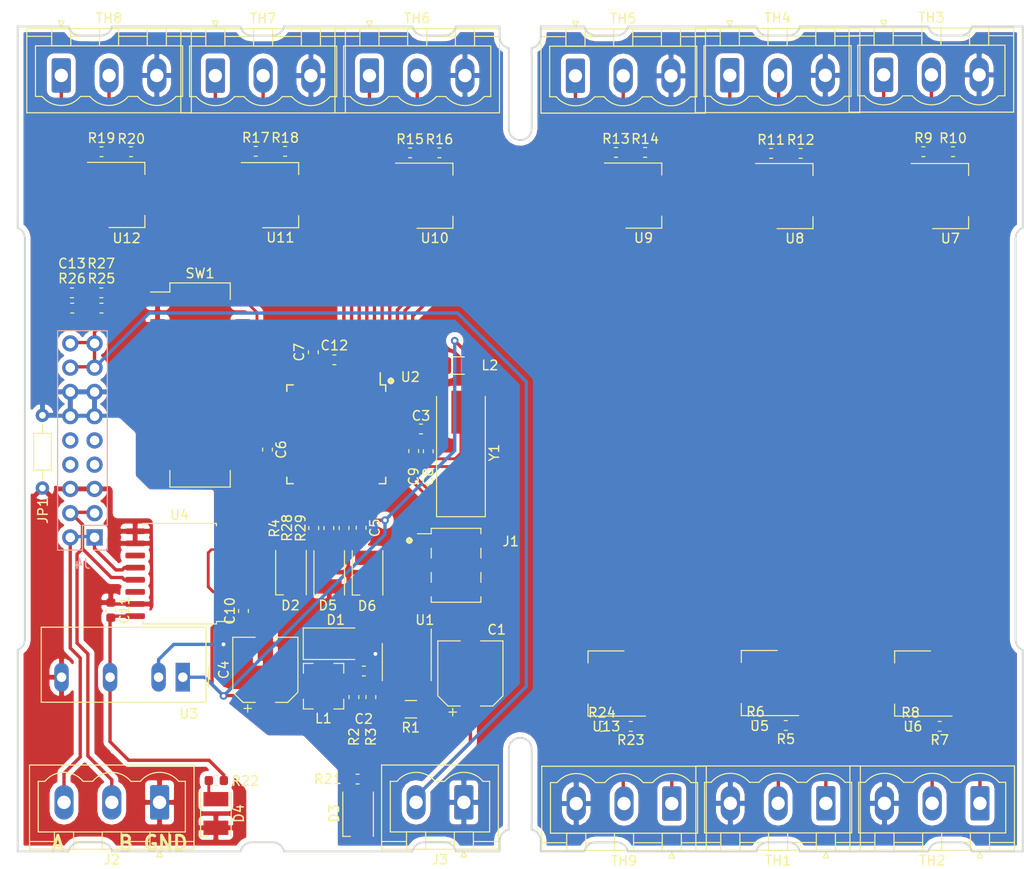
<source format=kicad_pcb>
(kicad_pcb (version 20171130) (host pcbnew 5.0.2+dfsg1-1)

  (general
    (thickness 1.6)
    (drawings 36094)
    (tracks 443)
    (zones 0)
    (modules 79)
    (nets 90)
  )

  (page A4)
  (layers
    (0 F.Cu signal)
    (31 B.Cu signal)
    (32 B.Adhes user)
    (33 F.Adhes user)
    (34 B.Paste user)
    (35 F.Paste user)
    (36 B.SilkS user)
    (37 F.SilkS user)
    (38 B.Mask user)
    (39 F.Mask user)
    (40 Dwgs.User user hide)
    (41 Cmts.User user)
    (42 Eco1.User user)
    (43 Eco2.User user)
    (44 Edge.Cuts user)
    (45 Margin user)
    (46 B.CrtYd user)
    (47 F.CrtYd user)
    (48 B.Fab user)
    (49 F.Fab user)
  )

  (setup
    (last_trace_width 0.25)
    (user_trace_width 0.3)
    (user_trace_width 0.35)
    (trace_clearance 0.2)
    (zone_clearance 0.508)
    (zone_45_only no)
    (trace_min 0.2)
    (segment_width 0.2)
    (edge_width 0.05)
    (via_size 0.8)
    (via_drill 0.4)
    (via_min_size 0.4)
    (via_min_drill 0.3)
    (uvia_size 0.3)
    (uvia_drill 0.1)
    (uvias_allowed no)
    (uvia_min_size 0.2)
    (uvia_min_drill 0.1)
    (pcb_text_width 0.3)
    (pcb_text_size 1.5 1.5)
    (mod_edge_width 0.12)
    (mod_text_size 1 1)
    (mod_text_width 0.15)
    (pad_size 1.524 1.524)
    (pad_drill 0.762)
    (pad_to_mask_clearance 0.051)
    (solder_mask_min_width 0.25)
    (aux_axis_origin 0 0)
    (visible_elements FFFFFF7F)
    (pcbplotparams
      (layerselection 0x010fc_ffffffff)
      (usegerberextensions false)
      (usegerberattributes false)
      (usegerberadvancedattributes false)
      (creategerberjobfile false)
      (excludeedgelayer true)
      (linewidth 0.100000)
      (plotframeref false)
      (viasonmask false)
      (mode 1)
      (useauxorigin false)
      (hpglpennumber 1)
      (hpglpenspeed 20)
      (hpglpendiameter 15.000000)
      (psnegative false)
      (psa4output false)
      (plotreference true)
      (plotvalue true)
      (plotinvisibletext false)
      (padsonsilk false)
      (subtractmaskfromsilk false)
      (outputformat 1)
      (mirror false)
      (drillshape 1)
      (scaleselection 1)
      (outputdirectory ""))
  )

  (net 0 "")
  (net 1 "Net-(R5-Pad1)")
  (net 2 GNDD)
  (net 3 /pt100_ch0/Vout)
  (net 4 "Net-(R1-Pad1)")
  (net 5 +24V)
  (net 6 "Net-(R2-Pad2)")
  (net 7 "Net-(C2-Pad1)")
  (net 8 "Net-(D1-Pad1)")
  (net 9 +3V3)
  (net 10 "Net-(R16-Pad1)")
  (net 11 "Net-(R15-Pad2)")
  (net 12 "Net-(R20-Pad1)")
  (net 13 "Net-(R19-Pad2)")
  (net 14 "Net-(R19-Pad1)")
  (net 15 "Net-(R18-Pad1)")
  (net 16 "Net-(R17-Pad2)")
  (net 17 "Net-(R17-Pad1)")
  (net 18 "Net-(R15-Pad1)")
  (net 19 "Net-(R13-Pad2)")
  (net 20 "Net-(R14-Pad1)")
  (net 21 "Net-(R13-Pad1)")
  (net 22 "Net-(R11-Pad2)")
  (net 23 "Net-(R12-Pad1)")
  (net 24 "Net-(R6-Pad1)")
  (net 25 "Net-(R7-Pad1)")
  (net 26 "Net-(R9-Pad1)")
  (net 27 "Net-(R10-Pad2)")
  (net 28 "Net-(R10-Pad1)")
  (net 29 "Net-(R11-Pad1)")
  (net 30 RX)
  (net 31 DE)
  (net 32 TX)
  (net 33 /pt100_ch5/Vout)
  (net 34 /pt100_ch6/Vout)
  (net 35 /pt100_ch7/Vout)
  (net 36 "Net-(D2-Pad2)")
  (net 37 "Net-(U2-Pad21)")
  (net 38 PDI_DATA)
  (net 39 PDI_CLK)
  (net 40 "Net-(C9-Pad1)")
  (net 41 "Net-(C8-Pad1)")
  (net 42 /pt100_ch1/Vout)
  (net 43 /pt100_ch2/Vout)
  (net 44 /pt100_ch3/Vout)
  (net 45 /pt100_ch4/Vout)
  (net 46 "Net-(J1-Pad3)")
  (net 47 "Net-(J1-Pad4)")
  (net 48 "Net-(R5-Pad2)")
  (net 49 "Net-(R7-Pad2)")
  (net 50 "Net-(R8-Pad1)")
  (net 51 GNDA)
  (net 52 "Net-(U4-Pad11)")
  (net 53 "Net-(U4-Pad14)")
  (net 54 +5VA)
  (net 55 "Net-(C3-Pad2)")
  (net 56 "Net-(D4-Pad2)")
  (net 57 "Net-(D3-Pad2)")
  (net 58 "Net-(R4-Pad1)")
  (net 59 /pt100_ch8/Vout)
  (net 60 "Net-(U2-Pad6)")
  (net 61 "Net-(U2-Pad7)")
  (net 62 "Net-(R24-Pad1)")
  (net 63 "Net-(R23-Pad2)")
  (net 64 "Net-(R23-Pad1)")
  (net 65 "Net-(SW1-Pad16)")
  (net 66 "Net-(SW1-Pad15)")
  (net 67 "Net-(SW1-Pad14)")
  (net 68 "Net-(SW1-Pad13)")
  (net 69 "Net-(SW1-Pad12)")
  (net 70 "Net-(SW1-Pad11)")
  (net 71 "Net-(SW1-Pad10)")
  (net 72 "Net-(SW1-Pad9)")
  (net 73 "Net-(U2-Pad28)")
  (net 74 "Net-(U2-Pad29)")
  (net 75 "Net-(U2-Pad33)")
  (net 76 Vin_sense)
  (net 77 "Net-(R25-Pad2)")
  (net 78 "Net-(U2-Pad20)")
  (net 79 "Net-(R28-Pad1)")
  (net 80 "Net-(D5-Pad2)")
  (net 81 "Net-(R29-Pad1)")
  (net 82 "Net-(D6-Pad2)")
  (net 83 "Net-(J4-Pad9)")
  (net 84 "Net-(J4-Pad10)")
  (net 85 "Net-(U2-Pad32)")
  (net 86 "Net-(J4-Pad7)")
  (net 87 "Net-(J4-Pad8)")
  (net 88 RS485A)
  (net 89 RS485B)

  (net_class Default "Dies ist die voreingestellte Netzklasse."
    (clearance 0.2)
    (trace_width 0.25)
    (via_dia 0.8)
    (via_drill 0.4)
    (uvia_dia 0.3)
    (uvia_drill 0.1)
    (add_net +24V)
    (add_net +3V3)
    (add_net +5VA)
    (add_net /pt100_ch0/Vout)
    (add_net /pt100_ch1/Vout)
    (add_net /pt100_ch2/Vout)
    (add_net /pt100_ch3/Vout)
    (add_net /pt100_ch4/Vout)
    (add_net /pt100_ch5/Vout)
    (add_net /pt100_ch6/Vout)
    (add_net /pt100_ch7/Vout)
    (add_net /pt100_ch8/Vout)
    (add_net DE)
    (add_net GNDA)
    (add_net GNDD)
    (add_net "Net-(C2-Pad1)")
    (add_net "Net-(C3-Pad2)")
    (add_net "Net-(C8-Pad1)")
    (add_net "Net-(C9-Pad1)")
    (add_net "Net-(D1-Pad1)")
    (add_net "Net-(D2-Pad2)")
    (add_net "Net-(D3-Pad2)")
    (add_net "Net-(D4-Pad2)")
    (add_net "Net-(D5-Pad2)")
    (add_net "Net-(D6-Pad2)")
    (add_net "Net-(J1-Pad3)")
    (add_net "Net-(J1-Pad4)")
    (add_net "Net-(J4-Pad10)")
    (add_net "Net-(J4-Pad7)")
    (add_net "Net-(J4-Pad8)")
    (add_net "Net-(J4-Pad9)")
    (add_net "Net-(R1-Pad1)")
    (add_net "Net-(R10-Pad1)")
    (add_net "Net-(R10-Pad2)")
    (add_net "Net-(R11-Pad1)")
    (add_net "Net-(R11-Pad2)")
    (add_net "Net-(R12-Pad1)")
    (add_net "Net-(R13-Pad1)")
    (add_net "Net-(R13-Pad2)")
    (add_net "Net-(R14-Pad1)")
    (add_net "Net-(R15-Pad1)")
    (add_net "Net-(R15-Pad2)")
    (add_net "Net-(R16-Pad1)")
    (add_net "Net-(R17-Pad1)")
    (add_net "Net-(R17-Pad2)")
    (add_net "Net-(R18-Pad1)")
    (add_net "Net-(R19-Pad1)")
    (add_net "Net-(R19-Pad2)")
    (add_net "Net-(R2-Pad2)")
    (add_net "Net-(R20-Pad1)")
    (add_net "Net-(R23-Pad1)")
    (add_net "Net-(R23-Pad2)")
    (add_net "Net-(R24-Pad1)")
    (add_net "Net-(R25-Pad2)")
    (add_net "Net-(R28-Pad1)")
    (add_net "Net-(R29-Pad1)")
    (add_net "Net-(R4-Pad1)")
    (add_net "Net-(R5-Pad1)")
    (add_net "Net-(R5-Pad2)")
    (add_net "Net-(R6-Pad1)")
    (add_net "Net-(R7-Pad1)")
    (add_net "Net-(R7-Pad2)")
    (add_net "Net-(R8-Pad1)")
    (add_net "Net-(R9-Pad1)")
    (add_net "Net-(SW1-Pad10)")
    (add_net "Net-(SW1-Pad11)")
    (add_net "Net-(SW1-Pad12)")
    (add_net "Net-(SW1-Pad13)")
    (add_net "Net-(SW1-Pad14)")
    (add_net "Net-(SW1-Pad15)")
    (add_net "Net-(SW1-Pad16)")
    (add_net "Net-(SW1-Pad9)")
    (add_net "Net-(U2-Pad20)")
    (add_net "Net-(U2-Pad21)")
    (add_net "Net-(U2-Pad28)")
    (add_net "Net-(U2-Pad29)")
    (add_net "Net-(U2-Pad32)")
    (add_net "Net-(U2-Pad33)")
    (add_net "Net-(U2-Pad6)")
    (add_net "Net-(U2-Pad7)")
    (add_net "Net-(U4-Pad11)")
    (add_net "Net-(U4-Pad14)")
    (add_net PDI_CLK)
    (add_net PDI_DATA)
    (add_net RS485A)
    (add_net RS485B)
    (add_net RX)
    (add_net TX)
    (add_net Vin_sense)
  )

  (module Resistor_THT:R_Axial_DIN0204_L3.6mm_D1.6mm_P7.62mm_Horizontal (layer F.Cu) (tedit 5AE5139B) (tstamp 5E57EE26)
    (at 66.2432 87.63 90)
    (descr "Resistor, Axial_DIN0204 series, Axial, Horizontal, pin pitch=7.62mm, 0.167W, length*diameter=3.6*1.6mm^2, http://cdn-reichelt.de/documents/datenblatt/B400/1_4W%23YAG.pdf")
    (tags "Resistor Axial_DIN0204 series Axial Horizontal pin pitch 7.62mm 0.167W length 3.6mm diameter 1.6mm")
    (path /5EA4860A)
    (fp_text reference JP1 (at -2.3876 0.0508 90) (layer F.SilkS)
      (effects (font (size 1 1) (thickness 0.15)))
    )
    (fp_text value Jumper (at 3.81 1.92 90) (layer F.Fab)
      (effects (font (size 1 1) (thickness 0.15)))
    )
    (fp_line (start 2.01 -0.8) (end 2.01 0.8) (layer F.Fab) (width 0.1))
    (fp_line (start 2.01 0.8) (end 5.61 0.8) (layer F.Fab) (width 0.1))
    (fp_line (start 5.61 0.8) (end 5.61 -0.8) (layer F.Fab) (width 0.1))
    (fp_line (start 5.61 -0.8) (end 2.01 -0.8) (layer F.Fab) (width 0.1))
    (fp_line (start 0 0) (end 2.01 0) (layer F.Fab) (width 0.1))
    (fp_line (start 7.62 0) (end 5.61 0) (layer F.Fab) (width 0.1))
    (fp_line (start 1.89 -0.92) (end 1.89 0.92) (layer F.SilkS) (width 0.12))
    (fp_line (start 1.89 0.92) (end 5.73 0.92) (layer F.SilkS) (width 0.12))
    (fp_line (start 5.73 0.92) (end 5.73 -0.92) (layer F.SilkS) (width 0.12))
    (fp_line (start 5.73 -0.92) (end 1.89 -0.92) (layer F.SilkS) (width 0.12))
    (fp_line (start 0.94 0) (end 1.89 0) (layer F.SilkS) (width 0.12))
    (fp_line (start 6.68 0) (end 5.73 0) (layer F.SilkS) (width 0.12))
    (fp_line (start -0.95 -1.05) (end -0.95 1.05) (layer F.CrtYd) (width 0.05))
    (fp_line (start -0.95 1.05) (end 8.57 1.05) (layer F.CrtYd) (width 0.05))
    (fp_line (start 8.57 1.05) (end 8.57 -1.05) (layer F.CrtYd) (width 0.05))
    (fp_line (start 8.57 -1.05) (end -0.95 -1.05) (layer F.CrtYd) (width 0.05))
    (fp_text user %R (at 3.81 0 90) (layer F.Fab)
      (effects (font (size 0.72 0.72) (thickness 0.108)))
    )
    (pad 1 thru_hole circle (at 0 0 90) (size 1.4 1.4) (drill 0.7) (layers *.Cu *.Mask)
      (net 51 GNDA))
    (pad 2 thru_hole oval (at 7.62 0 90) (size 1.4 1.4) (drill 0.7) (layers *.Cu *.Mask)
      (net 2 GNDD))
    (model ${KISYS3DMOD}/Resistor_THT.3dshapes/R_Axial_DIN0204_L3.6mm_D1.6mm_P7.62mm_Horizontal.wrl
      (at (xyz 0 0 0))
      (scale (xyz 1 1 1))
      (rotate (xyz 0 0 0))
    )
  )

  (module Inductor_SMD:L_1206_3216Metric (layer F.Cu) (tedit 5B301BBE) (tstamp 5E671148)
    (at 109.8 74.8 180)
    (descr "Inductor SMD 1206 (3216 Metric), square (rectangular) end terminal, IPC_7351 nominal, (Body size source: http://www.tortai-tech.com/upload/download/2011102023233369053.pdf), generated with kicad-footprint-generator")
    (tags inductor)
    (path /5E504E2C)
    (attr smd)
    (fp_text reference L2 (at -3.2808 0.0224 180) (layer F.SilkS)
      (effects (font (size 1 1) (thickness 0.15)))
    )
    (fp_text value 10u (at 0 1.82 180) (layer F.Fab)
      (effects (font (size 1 1) (thickness 0.15)))
    )
    (fp_line (start -1.6 0.8) (end -1.6 -0.8) (layer F.Fab) (width 0.1))
    (fp_line (start -1.6 -0.8) (end 1.6 -0.8) (layer F.Fab) (width 0.1))
    (fp_line (start 1.6 -0.8) (end 1.6 0.8) (layer F.Fab) (width 0.1))
    (fp_line (start 1.6 0.8) (end -1.6 0.8) (layer F.Fab) (width 0.1))
    (fp_line (start -0.602064 -0.91) (end 0.602064 -0.91) (layer F.SilkS) (width 0.12))
    (fp_line (start -0.602064 0.91) (end 0.602064 0.91) (layer F.SilkS) (width 0.12))
    (fp_line (start -2.28 1.12) (end -2.28 -1.12) (layer F.CrtYd) (width 0.05))
    (fp_line (start -2.28 -1.12) (end 2.28 -1.12) (layer F.CrtYd) (width 0.05))
    (fp_line (start 2.28 -1.12) (end 2.28 1.12) (layer F.CrtYd) (width 0.05))
    (fp_line (start 2.28 1.12) (end -2.28 1.12) (layer F.CrtYd) (width 0.05))
    (fp_text user %R (at 0 0 180) (layer F.Fab)
      (effects (font (size 0.8 0.8) (thickness 0.12)))
    )
    (pad 1 smd roundrect (at -1.4 0 180) (size 1.25 1.75) (layers F.Cu F.Paste F.Mask) (roundrect_rratio 0.2)
      (net 9 +3V3))
    (pad 2 smd roundrect (at 1.4 0 180) (size 1.25 1.75) (layers F.Cu F.Paste F.Mask) (roundrect_rratio 0.2)
      (net 55 "Net-(C3-Pad2)"))
    (model ${KISYS3DMOD}/Inductor_SMD.3dshapes/L_1206_3216Metric.wrl
      (at (xyz 0 0 0))
      (scale (xyz 1 1 1))
      (rotate (xyz 0 0 0))
    )
  )

  (module Capacitor_SMD:C_0603_1608Metric (layer F.Cu) (tedit 5B301BBE) (tstamp 5E672141)
    (at 69.332 67.1855 180)
    (descr "Capacitor SMD 0603 (1608 Metric), square (rectangular) end terminal, IPC_7351 nominal, (Body size source: http://www.tortai-tech.com/upload/download/2011102023233369053.pdf), generated with kicad-footprint-generator")
    (tags capacitor)
    (path /5E6355B0)
    (attr smd)
    (fp_text reference C13 (at 0 3.0759 180) (layer F.SilkS)
      (effects (font (size 1 1) (thickness 0.15)))
    )
    (fp_text value 100n (at 0 1.43 180) (layer F.Fab)
      (effects (font (size 1 1) (thickness 0.15)))
    )
    (fp_text user %R (at 0 0 180) (layer F.Fab)
      (effects (font (size 0.4 0.4) (thickness 0.06)))
    )
    (fp_line (start 1.48 0.73) (end -1.48 0.73) (layer F.CrtYd) (width 0.05))
    (fp_line (start 1.48 -0.73) (end 1.48 0.73) (layer F.CrtYd) (width 0.05))
    (fp_line (start -1.48 -0.73) (end 1.48 -0.73) (layer F.CrtYd) (width 0.05))
    (fp_line (start -1.48 0.73) (end -1.48 -0.73) (layer F.CrtYd) (width 0.05))
    (fp_line (start -0.162779 0.51) (end 0.162779 0.51) (layer F.SilkS) (width 0.12))
    (fp_line (start -0.162779 -0.51) (end 0.162779 -0.51) (layer F.SilkS) (width 0.12))
    (fp_line (start 0.8 0.4) (end -0.8 0.4) (layer F.Fab) (width 0.1))
    (fp_line (start 0.8 -0.4) (end 0.8 0.4) (layer F.Fab) (width 0.1))
    (fp_line (start -0.8 -0.4) (end 0.8 -0.4) (layer F.Fab) (width 0.1))
    (fp_line (start -0.8 0.4) (end -0.8 -0.4) (layer F.Fab) (width 0.1))
    (pad 2 smd roundrect (at 0.7875 0 180) (size 0.875 0.95) (layers F.Cu F.Paste F.Mask) (roundrect_rratio 0.25)
      (net 2 GNDD))
    (pad 1 smd roundrect (at -0.7875 0 180) (size 0.875 0.95) (layers F.Cu F.Paste F.Mask) (roundrect_rratio 0.25)
      (net 76 Vin_sense))
    (model ${KISYS3DMOD}/Capacitor_SMD.3dshapes/C_0603_1608Metric.wrl
      (at (xyz 0 0 0))
      (scale (xyz 1 1 1))
      (rotate (xyz 0 0 0))
    )
  )

  (module Package_QFP:TQFP-44_10x10mm_P0.8mm (layer F.Cu) (tedit 5E5308C0) (tstamp 5E6718DC)
    (at 97 82 270)
    (descr "44-Lead Plastic Thin Quad Flatpack (PT) - 10x10x1.0 mm Body [TQFP] (see Microchip Packaging Specification 00000049BS.pdf)")
    (tags "QFP 0.8")
    (path /5E4C815A)
    (attr smd)
    (fp_text reference U2 (at -6.0032 -7.7496) (layer F.SilkS)
      (effects (font (size 1 1) (thickness 0.15)))
    )
    (fp_text value ATXMEGA32A4-AU (at 0 7.45 270) (layer F.Fab)
      (effects (font (size 1 1) (thickness 0.15)))
    )
    (fp_text user %R (at 0 0 270) (layer F.Fab)
      (effects (font (size 1 1) (thickness 0.15)))
    )
    (fp_line (start -4 -5) (end 5 -5) (layer F.Fab) (width 0.15))
    (fp_line (start 5 -5) (end 5 5) (layer F.Fab) (width 0.15))
    (fp_line (start 5 5) (end -5 5) (layer F.Fab) (width 0.15))
    (fp_line (start -5 5) (end -5 -4) (layer F.Fab) (width 0.15))
    (fp_line (start -5 -4) (end -4 -5) (layer F.Fab) (width 0.15))
    (fp_line (start -6.7 -6.7) (end -6.7 6.7) (layer F.CrtYd) (width 0.05))
    (fp_line (start 6.7 -6.7) (end 6.7 6.7) (layer F.CrtYd) (width 0.05))
    (fp_line (start -6.7 -6.7) (end 6.7 -6.7) (layer F.CrtYd) (width 0.05))
    (fp_line (start -6.7 6.7) (end 6.7 6.7) (layer F.CrtYd) (width 0.05))
    (fp_line (start -5.175 -5.175) (end -5.175 -4.6) (layer F.SilkS) (width 0.15))
    (fp_line (start 5.175 -5.175) (end 5.175 -4.5) (layer F.SilkS) (width 0.15))
    (fp_line (start 5.175 5.175) (end 5.175 4.5) (layer F.SilkS) (width 0.15))
    (fp_line (start -5.175 5.175) (end -5.175 4.5) (layer F.SilkS) (width 0.15))
    (fp_line (start -5.175 -5.175) (end -4.5 -5.175) (layer F.SilkS) (width 0.15))
    (fp_line (start -5.175 5.175) (end -4.5 5.175) (layer F.SilkS) (width 0.15))
    (fp_line (start 5.175 5.175) (end 4.5 5.175) (layer F.SilkS) (width 0.15))
    (fp_line (start 5.175 -5.175) (end 4.5 -5.175) (layer F.SilkS) (width 0.15))
    (fp_line (start -5.175 -4.6) (end -6.45 -4.6) (layer F.SilkS) (width 0.15))
    (pad 1 smd rect (at -5.7 -4 270) (size 1.5 0.55) (layers F.Cu F.Paste F.Mask)
      (net 33 /pt100_ch5/Vout))
    (pad 2 smd rect (at -5.7 -3.2 270) (size 1.5 0.55) (layers F.Cu F.Paste F.Mask)
      (net 34 /pt100_ch6/Vout))
    (pad 3 smd rect (at -5.7 -2.4 270) (size 1.5 0.55) (layers F.Cu F.Paste F.Mask)
      (net 35 /pt100_ch7/Vout))
    (pad 4 smd rect (at -5.7 -1.6 270) (size 1.5 0.55) (layers F.Cu F.Paste F.Mask)
      (net 59 /pt100_ch8/Vout))
    (pad 5 smd rect (at -5.7 -0.8 270) (size 1.5 0.55) (layers F.Cu F.Paste F.Mask)
      (net 76 Vin_sense))
    (pad 6 smd rect (at -5.7 0 270) (size 1.5 0.55) (layers F.Cu F.Paste F.Mask)
      (net 60 "Net-(U2-Pad6)"))
    (pad 7 smd rect (at -5.7 0.8 270) (size 1.5 0.55) (layers F.Cu F.Paste F.Mask)
      (net 61 "Net-(U2-Pad7)"))
    (pad 8 smd rect (at -5.7 1.6 270) (size 1.5 0.55) (layers F.Cu F.Paste F.Mask)
      (net 2 GNDD))
    (pad 9 smd rect (at -5.7 2.4 270) (size 1.5 0.55) (layers F.Cu F.Paste F.Mask)
      (net 9 +3V3))
    (pad 10 smd rect (at -5.7 3.2 270) (size 1.5 0.55) (layers F.Cu F.Paste F.Mask)
      (net 65 "Net-(SW1-Pad16)"))
    (pad 11 smd rect (at -5.7 4 270) (size 1.5 0.55) (layers F.Cu F.Paste F.Mask)
      (net 66 "Net-(SW1-Pad15)"))
    (pad 12 smd rect (at -4 5.7) (size 1.5 0.55) (layers F.Cu F.Paste F.Mask)
      (net 67 "Net-(SW1-Pad14)"))
    (pad 13 smd rect (at -3.2 5.7) (size 1.5 0.55) (layers F.Cu F.Paste F.Mask)
      (net 68 "Net-(SW1-Pad13)"))
    (pad 14 smd rect (at -2.4 5.7) (size 1.5 0.55) (layers F.Cu F.Paste F.Mask)
      (net 69 "Net-(SW1-Pad12)"))
    (pad 15 smd rect (at -1.6 5.7) (size 1.5 0.55) (layers F.Cu F.Paste F.Mask)
      (net 70 "Net-(SW1-Pad11)"))
    (pad 16 smd rect (at -0.8 5.7) (size 1.5 0.55) (layers F.Cu F.Paste F.Mask)
      (net 71 "Net-(SW1-Pad10)"))
    (pad 17 smd rect (at 0 5.7) (size 1.5 0.55) (layers F.Cu F.Paste F.Mask)
      (net 72 "Net-(SW1-Pad9)"))
    (pad 18 smd rect (at 0.8 5.7) (size 1.5 0.55) (layers F.Cu F.Paste F.Mask)
      (net 2 GNDD))
    (pad 19 smd rect (at 1.6 5.7) (size 1.5 0.55) (layers F.Cu F.Paste F.Mask)
      (net 9 +3V3))
    (pad 20 smd rect (at 2.4 5.7) (size 1.5 0.55) (layers F.Cu F.Paste F.Mask)
      (net 78 "Net-(U2-Pad20)"))
    (pad 21 smd rect (at 3.2 5.7) (size 1.5 0.55) (layers F.Cu F.Paste F.Mask)
      (net 37 "Net-(U2-Pad21)"))
    (pad 22 smd rect (at 4 5.7) (size 1.5 0.55) (layers F.Cu F.Paste F.Mask)
      (net 30 RX))
    (pad 23 smd rect (at 5.7 4 270) (size 1.5 0.55) (layers F.Cu F.Paste F.Mask)
      (net 32 TX))
    (pad 24 smd rect (at 5.7 3.2 270) (size 1.5 0.55) (layers F.Cu F.Paste F.Mask)
      (net 31 DE))
    (pad 25 smd rect (at 5.7 2.4 270) (size 1.5 0.55) (layers F.Cu F.Paste F.Mask)
      (net 58 "Net-(R4-Pad1)"))
    (pad 26 smd rect (at 5.7 1.6 270) (size 1.5 0.55) (layers F.Cu F.Paste F.Mask)
      (net 79 "Net-(R28-Pad1)"))
    (pad 27 smd rect (at 5.7 0.8 270) (size 1.5 0.55) (layers F.Cu F.Paste F.Mask)
      (net 81 "Net-(R29-Pad1)"))
    (pad 28 smd rect (at 5.7 0 270) (size 1.5 0.55) (layers F.Cu F.Paste F.Mask)
      (net 73 "Net-(U2-Pad28)"))
    (pad 29 smd rect (at 5.7 -0.8 270) (size 1.5 0.55) (layers F.Cu F.Paste F.Mask)
      (net 74 "Net-(U2-Pad29)"))
    (pad 30 smd rect (at 5.7 -1.6 270) (size 1.5 0.55) (layers F.Cu F.Paste F.Mask)
      (net 2 GNDD))
    (pad 31 smd rect (at 5.7 -2.4 270) (size 1.5 0.55) (layers F.Cu F.Paste F.Mask)
      (net 9 +3V3))
    (pad 32 smd rect (at 5.7 -3.2 270) (size 1.5 0.55) (layers F.Cu F.Paste F.Mask)
      (net 85 "Net-(U2-Pad32)"))
    (pad 33 smd rect (at 5.7 -4 270) (size 1.5 0.55) (layers F.Cu F.Paste F.Mask)
      (net 75 "Net-(U2-Pad33)"))
    (pad 34 smd rect (at 4 -5.7) (size 1.5 0.55) (layers F.Cu F.Paste F.Mask)
      (net 38 PDI_DATA))
    (pad 35 smd rect (at 3.2 -5.7) (size 1.5 0.55) (layers F.Cu F.Paste F.Mask)
      (net 39 PDI_CLK))
    (pad 36 smd rect (at 2.4 -5.7) (size 1.5 0.55) (layers F.Cu F.Paste F.Mask)
      (net 40 "Net-(C9-Pad1)"))
    (pad 37 smd rect (at 1.6 -5.7) (size 1.5 0.55) (layers F.Cu F.Paste F.Mask)
      (net 41 "Net-(C8-Pad1)"))
    (pad 38 smd rect (at 0.8 -5.7) (size 1.5 0.55) (layers F.Cu F.Paste F.Mask)
      (net 2 GNDD))
    (pad 39 smd rect (at 0 -5.7) (size 1.5 0.55) (layers F.Cu F.Paste F.Mask)
      (net 55 "Net-(C3-Pad2)"))
    (pad 40 smd rect (at -0.8 -5.7) (size 1.5 0.55) (layers F.Cu F.Paste F.Mask)
      (net 3 /pt100_ch0/Vout))
    (pad 41 smd rect (at -1.6 -5.7) (size 1.5 0.55) (layers F.Cu F.Paste F.Mask)
      (net 42 /pt100_ch1/Vout))
    (pad 42 smd rect (at -2.4 -5.7) (size 1.5 0.55) (layers F.Cu F.Paste F.Mask)
      (net 43 /pt100_ch2/Vout))
    (pad 43 smd rect (at -3.2 -5.7) (size 1.5 0.55) (layers F.Cu F.Paste F.Mask)
      (net 44 /pt100_ch3/Vout))
    (pad 44 smd rect (at -4 -5.7) (size 1.5 0.55) (layers F.Cu F.Paste F.Mask)
      (net 45 /pt100_ch4/Vout))
    (model ${KISYS3DMOD}/Package_QFP.3dshapes/TQFP-44_10x10mm_P0.8mm.wrl
      (at (xyz 0 0 0))
      (scale (xyz 1 1 1))
      (rotate (xyz 0 0 0))
    )
  )

  (module Connector_PinSocket_2.54mm:PinSocket_2x09_P2.54mm_Vertical (layer B.Cu) (tedit 5A19A41B) (tstamp 5E670E14)
    (at 71.7 92.8)
    (descr "Through hole straight socket strip, 2x09, 2.54mm pitch, double cols (from Kicad 4.0.7), script generated")
    (tags "Through hole socket strip THT 2x09 2.54mm double row")
    (path /5E836A6F)
    (fp_text reference J4 (at -1.27 2.77) (layer B.SilkS)
      (effects (font (size 1 1) (thickness 0.15)) (justify mirror))
    )
    (fp_text value Conn_02x09_Odd_Even (at -1.27 -23.09) (layer B.Fab)
      (effects (font (size 1 1) (thickness 0.15)) (justify mirror))
    )
    (fp_line (start -3.81 1.27) (end 0.27 1.27) (layer B.Fab) (width 0.1))
    (fp_line (start 0.27 1.27) (end 1.27 0.27) (layer B.Fab) (width 0.1))
    (fp_line (start 1.27 0.27) (end 1.27 -21.59) (layer B.Fab) (width 0.1))
    (fp_line (start 1.27 -21.59) (end -3.81 -21.59) (layer B.Fab) (width 0.1))
    (fp_line (start -3.81 -21.59) (end -3.81 1.27) (layer B.Fab) (width 0.1))
    (fp_line (start -3.87 1.33) (end -1.27 1.33) (layer B.SilkS) (width 0.12))
    (fp_line (start -3.87 1.33) (end -3.87 -21.65) (layer B.SilkS) (width 0.12))
    (fp_line (start -3.87 -21.65) (end 1.33 -21.65) (layer B.SilkS) (width 0.12))
    (fp_line (start 1.33 -1.27) (end 1.33 -21.65) (layer B.SilkS) (width 0.12))
    (fp_line (start -1.27 -1.27) (end 1.33 -1.27) (layer B.SilkS) (width 0.12))
    (fp_line (start -1.27 1.33) (end -1.27 -1.27) (layer B.SilkS) (width 0.12))
    (fp_line (start 1.33 1.33) (end 1.33 0) (layer B.SilkS) (width 0.12))
    (fp_line (start 0 1.33) (end 1.33 1.33) (layer B.SilkS) (width 0.12))
    (fp_line (start -4.34 1.8) (end 1.76 1.8) (layer B.CrtYd) (width 0.05))
    (fp_line (start 1.76 1.8) (end 1.76 -22.1) (layer B.CrtYd) (width 0.05))
    (fp_line (start 1.76 -22.1) (end -4.34 -22.1) (layer B.CrtYd) (width 0.05))
    (fp_line (start -4.34 -22.1) (end -4.34 1.8) (layer B.CrtYd) (width 0.05))
    (fp_text user %R (at -1.27 -10.16 -90) (layer B.Fab)
      (effects (font (size 1 1) (thickness 0.15)) (justify mirror))
    )
    (pad 1 thru_hole rect (at 0 0) (size 1.7 1.7) (drill 1) (layers *.Cu *.Mask)
      (net 88 RS485A))
    (pad 2 thru_hole oval (at -2.54 0) (size 1.7 1.7) (drill 1) (layers *.Cu *.Mask)
      (net 88 RS485A))
    (pad 3 thru_hole oval (at 0 -2.54) (size 1.7 1.7) (drill 1) (layers *.Cu *.Mask)
      (net 89 RS485B))
    (pad 4 thru_hole oval (at -2.54 -2.54) (size 1.7 1.7) (drill 1) (layers *.Cu *.Mask)
      (net 89 RS485B))
    (pad 5 thru_hole oval (at 0 -5.08) (size 1.7 1.7) (drill 1) (layers *.Cu *.Mask)
      (net 51 GNDA))
    (pad 6 thru_hole oval (at -2.54 -5.08) (size 1.7 1.7) (drill 1) (layers *.Cu *.Mask)
      (net 51 GNDA))
    (pad 7 thru_hole oval (at 0 -7.62) (size 1.7 1.7) (drill 1) (layers *.Cu *.Mask)
      (net 86 "Net-(J4-Pad7)"))
    (pad 8 thru_hole oval (at -2.54 -7.62) (size 1.7 1.7) (drill 1) (layers *.Cu *.Mask)
      (net 87 "Net-(J4-Pad8)"))
    (pad 9 thru_hole oval (at 0 -10.16) (size 1.7 1.7) (drill 1) (layers *.Cu *.Mask)
      (net 83 "Net-(J4-Pad9)"))
    (pad 10 thru_hole oval (at -2.54 -10.16) (size 1.7 1.7) (drill 1) (layers *.Cu *.Mask)
      (net 84 "Net-(J4-Pad10)"))
    (pad 11 thru_hole oval (at 0 -12.7) (size 1.7 1.7) (drill 1) (layers *.Cu *.Mask)
      (net 2 GNDD))
    (pad 12 thru_hole oval (at -2.54 -12.7) (size 1.7 1.7) (drill 1) (layers *.Cu *.Mask)
      (net 2 GNDD))
    (pad 13 thru_hole oval (at 0 -15.24) (size 1.7 1.7) (drill 1) (layers *.Cu *.Mask)
      (net 2 GNDD))
    (pad 14 thru_hole oval (at -2.54 -15.24) (size 1.7 1.7) (drill 1) (layers *.Cu *.Mask)
      (net 2 GNDD))
    (pad 15 thru_hole oval (at 0 -17.78) (size 1.7 1.7) (drill 1) (layers *.Cu *.Mask)
      (net 5 +24V))
    (pad 16 thru_hole oval (at -2.54 -17.78) (size 1.7 1.7) (drill 1) (layers *.Cu *.Mask)
      (net 5 +24V))
    (pad 17 thru_hole oval (at 0 -20.32) (size 1.7 1.7) (drill 1) (layers *.Cu *.Mask)
      (net 5 +24V))
    (pad 18 thru_hole oval (at -2.54 -20.32) (size 1.7 1.7) (drill 1) (layers *.Cu *.Mask)
      (net 5 +24V))
    (model ${KISYS3DMOD}/Connector_PinSocket_2.54mm.3dshapes/PinSocket_2x09_P2.54mm_Vertical.wrl
      (at (xyz 0 0 0))
      (scale (xyz 1 1 1))
      (rotate (xyz 0 0 0))
    )
  )

  (module LED_SMD:LED_PLCC-2 (layer F.Cu) (tedit 59959404) (tstamp 5E670EDE)
    (at 100.274701 96.435799 90)
    (descr "LED PLCC-2 SMD package")
    (tags "LED PLCC-2 SMD")
    (path /5E7DC114)
    (attr smd)
    (fp_text reference D6 (at -3.538601 -0.046301 180) (layer F.SilkS)
      (effects (font (size 1 1) (thickness 0.15)))
    )
    (fp_text value LED (at 0 2.5 90) (layer F.Fab)
      (effects (font (size 1 1) (thickness 0.15)))
    )
    (fp_circle (center 0 0) (end 0 -1.25) (layer F.Fab) (width 0.1))
    (fp_line (start -1.7 -0.6) (end -0.8 -1.5) (layer F.Fab) (width 0.1))
    (fp_line (start 1.7 1.5) (end 1.7 -1.5) (layer F.Fab) (width 0.1))
    (fp_line (start 1.7 -1.5) (end -1.7 -1.5) (layer F.Fab) (width 0.1))
    (fp_line (start -1.7 -1.5) (end -1.7 1.5) (layer F.Fab) (width 0.1))
    (fp_line (start -1.7 1.5) (end 1.7 1.5) (layer F.Fab) (width 0.1))
    (fp_line (start -2.65 -1.85) (end 2.5 -1.85) (layer F.CrtYd) (width 0.05))
    (fp_line (start 2.5 -1.85) (end 2.5 1.85) (layer F.CrtYd) (width 0.05))
    (fp_line (start 2.5 1.85) (end -2.65 1.85) (layer F.CrtYd) (width 0.05))
    (fp_line (start -2.65 1.85) (end -2.65 -1.85) (layer F.CrtYd) (width 0.05))
    (fp_line (start 2.25 1.6) (end -2.4 1.6) (layer F.SilkS) (width 0.12))
    (fp_line (start 2.25 -1.6) (end -2.4 -1.6) (layer F.SilkS) (width 0.12))
    (fp_line (start -2.4 -1.6) (end -2.4 -0.8) (layer F.SilkS) (width 0.12))
    (fp_text user %R (at 0 0 90) (layer F.Fab)
      (effects (font (size 0.4 0.4) (thickness 0.1)))
    )
    (pad 1 smd rect (at -1.5 0 90) (size 1.5 2.6) (layers F.Cu F.Paste F.Mask)
      (net 2 GNDD))
    (pad 2 smd rect (at 1.5 0 90) (size 1.5 2.6) (layers F.Cu F.Paste F.Mask)
      (net 82 "Net-(D6-Pad2)"))
    (model ${KISYS3DMOD}/LED_SMD.3dshapes/LED_PLCC-2.wrl
      (at (xyz 0 0 0))
      (scale (xyz 1 1 1))
      (rotate (xyz 0 0 0))
    )
    (model /home/ejung/git/kicad-libs-own/3d/LED_PLCC-2.stp
      (at (xyz 0 0 0))
      (scale (xyz 1 1 1))
      (rotate (xyz 0 0 90))
    )
  )

  (module Resistor_SMD:R_0603_1608Metric (layer F.Cu) (tedit 5B301BBD) (tstamp 5E670F14)
    (at 97.8155 91.821 270)
    (descr "Resistor SMD 0603 (1608 Metric), square (rectangular) end terminal, IPC_7351 nominal, (Body size source: http://www.tortai-tech.com/upload/download/2011102023233369053.pdf), generated with kicad-footprint-generator")
    (tags resistor)
    (path /5E7DC11B)
    (attr smd)
    (fp_text reference R29 (at 0 4.5467 270) (layer F.SilkS)
      (effects (font (size 1 1) (thickness 0.15)))
    )
    (fp_text value 100 (at 0 1.43 270) (layer F.Fab)
      (effects (font (size 1 1) (thickness 0.15)))
    )
    (fp_line (start -0.8 0.4) (end -0.8 -0.4) (layer F.Fab) (width 0.1))
    (fp_line (start -0.8 -0.4) (end 0.8 -0.4) (layer F.Fab) (width 0.1))
    (fp_line (start 0.8 -0.4) (end 0.8 0.4) (layer F.Fab) (width 0.1))
    (fp_line (start 0.8 0.4) (end -0.8 0.4) (layer F.Fab) (width 0.1))
    (fp_line (start -0.162779 -0.51) (end 0.162779 -0.51) (layer F.SilkS) (width 0.12))
    (fp_line (start -0.162779 0.51) (end 0.162779 0.51) (layer F.SilkS) (width 0.12))
    (fp_line (start -1.48 0.73) (end -1.48 -0.73) (layer F.CrtYd) (width 0.05))
    (fp_line (start -1.48 -0.73) (end 1.48 -0.73) (layer F.CrtYd) (width 0.05))
    (fp_line (start 1.48 -0.73) (end 1.48 0.73) (layer F.CrtYd) (width 0.05))
    (fp_line (start 1.48 0.73) (end -1.48 0.73) (layer F.CrtYd) (width 0.05))
    (fp_text user %R (at 0 0 270) (layer F.Fab)
      (effects (font (size 0.4 0.4) (thickness 0.06)))
    )
    (pad 1 smd roundrect (at -0.7875 0 270) (size 0.875 0.95) (layers F.Cu F.Paste F.Mask) (roundrect_rratio 0.25)
      (net 81 "Net-(R29-Pad1)"))
    (pad 2 smd roundrect (at 0.7875 0 270) (size 0.875 0.95) (layers F.Cu F.Paste F.Mask) (roundrect_rratio 0.25)
      (net 82 "Net-(D6-Pad2)"))
    (model ${KISYS3DMOD}/Resistor_SMD.3dshapes/R_0603_1608Metric.wrl
      (at (xyz 0 0 0))
      (scale (xyz 1 1 1))
      (rotate (xyz 0 0 0))
    )
  )

  (module LED_SMD:LED_PLCC-2 (layer F.Cu) (tedit 59959404) (tstamp 5E672174)
    (at 96.261501 96.435799 90)
    (descr "LED PLCC-2 SMD package")
    (tags "LED PLCC-2 SMD")
    (path /5E7783BC)
    (attr smd)
    (fp_text reference D5 (at -3.487801 -0.147901 180) (layer F.SilkS)
      (effects (font (size 1 1) (thickness 0.15)))
    )
    (fp_text value LED (at 0 2.5 90) (layer F.Fab)
      (effects (font (size 1 1) (thickness 0.15)))
    )
    (fp_circle (center 0 0) (end 0 -1.25) (layer F.Fab) (width 0.1))
    (fp_line (start -1.7 -0.6) (end -0.8 -1.5) (layer F.Fab) (width 0.1))
    (fp_line (start 1.7 1.5) (end 1.7 -1.5) (layer F.Fab) (width 0.1))
    (fp_line (start 1.7 -1.5) (end -1.7 -1.5) (layer F.Fab) (width 0.1))
    (fp_line (start -1.7 -1.5) (end -1.7 1.5) (layer F.Fab) (width 0.1))
    (fp_line (start -1.7 1.5) (end 1.7 1.5) (layer F.Fab) (width 0.1))
    (fp_line (start -2.65 -1.85) (end 2.5 -1.85) (layer F.CrtYd) (width 0.05))
    (fp_line (start 2.5 -1.85) (end 2.5 1.85) (layer F.CrtYd) (width 0.05))
    (fp_line (start 2.5 1.85) (end -2.65 1.85) (layer F.CrtYd) (width 0.05))
    (fp_line (start -2.65 1.85) (end -2.65 -1.85) (layer F.CrtYd) (width 0.05))
    (fp_line (start 2.25 1.6) (end -2.4 1.6) (layer F.SilkS) (width 0.12))
    (fp_line (start 2.25 -1.6) (end -2.4 -1.6) (layer F.SilkS) (width 0.12))
    (fp_line (start -2.4 -1.6) (end -2.4 -0.8) (layer F.SilkS) (width 0.12))
    (fp_text user %R (at 0 0 90) (layer F.Fab)
      (effects (font (size 0.4 0.4) (thickness 0.1)))
    )
    (pad 1 smd rect (at -1.5 0 90) (size 1.5 2.6) (layers F.Cu F.Paste F.Mask)
      (net 2 GNDD))
    (pad 2 smd rect (at 1.5 0 90) (size 1.5 2.6) (layers F.Cu F.Paste F.Mask)
      (net 80 "Net-(D5-Pad2)"))
    (model ${KISYS3DMOD}/LED_SMD.3dshapes/LED_PLCC-2.wrl
      (at (xyz 0 0 0))
      (scale (xyz 1 1 1))
      (rotate (xyz 0 0 0))
    )
    (model /home/ejung/git/kicad-libs-own/3d/LED_PLCC-2.stp
      (at (xyz 0 0 0))
      (scale (xyz 1 1 1))
      (rotate (xyz 0 0 90))
    )
  )

  (module Resistor_SMD:R_0603_1608Metric (layer F.Cu) (tedit 5B301BBD) (tstamp 5E58506A)
    (at 96.228 91.821 270)
    (descr "Resistor SMD 0603 (1608 Metric), square (rectangular) end terminal, IPC_7351 nominal, (Body size source: http://www.tortai-tech.com/upload/download/2011102023233369053.pdf), generated with kicad-footprint-generator")
    (tags resistor)
    (path /5E7783C3)
    (attr smd)
    (fp_text reference R28 (at -0.0254 4.3816 90) (layer F.SilkS)
      (effects (font (size 1 1) (thickness 0.15)))
    )
    (fp_text value 100 (at 0 1.43 270) (layer F.Fab)
      (effects (font (size 1 1) (thickness 0.15)))
    )
    (fp_line (start -0.8 0.4) (end -0.8 -0.4) (layer F.Fab) (width 0.1))
    (fp_line (start -0.8 -0.4) (end 0.8 -0.4) (layer F.Fab) (width 0.1))
    (fp_line (start 0.8 -0.4) (end 0.8 0.4) (layer F.Fab) (width 0.1))
    (fp_line (start 0.8 0.4) (end -0.8 0.4) (layer F.Fab) (width 0.1))
    (fp_line (start -0.162779 -0.51) (end 0.162779 -0.51) (layer F.SilkS) (width 0.12))
    (fp_line (start -0.162779 0.51) (end 0.162779 0.51) (layer F.SilkS) (width 0.12))
    (fp_line (start -1.48 0.73) (end -1.48 -0.73) (layer F.CrtYd) (width 0.05))
    (fp_line (start -1.48 -0.73) (end 1.48 -0.73) (layer F.CrtYd) (width 0.05))
    (fp_line (start 1.48 -0.73) (end 1.48 0.73) (layer F.CrtYd) (width 0.05))
    (fp_line (start 1.48 0.73) (end -1.48 0.73) (layer F.CrtYd) (width 0.05))
    (fp_text user %R (at 0 0 270) (layer F.Fab)
      (effects (font (size 0.4 0.4) (thickness 0.06)))
    )
    (pad 1 smd roundrect (at -0.7875 0 270) (size 0.875 0.95) (layers F.Cu F.Paste F.Mask) (roundrect_rratio 0.25)
      (net 79 "Net-(R28-Pad1)"))
    (pad 2 smd roundrect (at 0.7875 0 270) (size 0.875 0.95) (layers F.Cu F.Paste F.Mask) (roundrect_rratio 0.25)
      (net 80 "Net-(D5-Pad2)"))
    (model ${KISYS3DMOD}/Resistor_SMD.3dshapes/R_0603_1608Metric.wrl
      (at (xyz 0 0 0))
      (scale (xyz 1 1 1))
      (rotate (xyz 0 0 0))
    )
  )

  (module Capacitor_SMD:C_0603_1608Metric (layer F.Cu) (tedit 5B301BBE) (tstamp 5E671EC2)
    (at 96.8 74.2 180)
    (descr "Capacitor SMD 0603 (1608 Metric), square (rectangular) end terminal, IPC_7351 nominal, (Body size source: http://www.tortai-tech.com/upload/download/2011102023233369053.pdf), generated with kicad-footprint-generator")
    (tags capacitor)
    (path /5E688EC2)
    (attr smd)
    (fp_text reference C12 (at 0 1.5052 180) (layer F.SilkS)
      (effects (font (size 1 1) (thickness 0.15)))
    )
    (fp_text value 100n (at 0 1.43 180) (layer F.Fab)
      (effects (font (size 1 1) (thickness 0.15)))
    )
    (fp_line (start -0.8 0.4) (end -0.8 -0.4) (layer F.Fab) (width 0.1))
    (fp_line (start -0.8 -0.4) (end 0.8 -0.4) (layer F.Fab) (width 0.1))
    (fp_line (start 0.8 -0.4) (end 0.8 0.4) (layer F.Fab) (width 0.1))
    (fp_line (start 0.8 0.4) (end -0.8 0.4) (layer F.Fab) (width 0.1))
    (fp_line (start -0.162779 -0.51) (end 0.162779 -0.51) (layer F.SilkS) (width 0.12))
    (fp_line (start -0.162779 0.51) (end 0.162779 0.51) (layer F.SilkS) (width 0.12))
    (fp_line (start -1.48 0.73) (end -1.48 -0.73) (layer F.CrtYd) (width 0.05))
    (fp_line (start -1.48 -0.73) (end 1.48 -0.73) (layer F.CrtYd) (width 0.05))
    (fp_line (start 1.48 -0.73) (end 1.48 0.73) (layer F.CrtYd) (width 0.05))
    (fp_line (start 1.48 0.73) (end -1.48 0.73) (layer F.CrtYd) (width 0.05))
    (fp_text user %R (at 0 0 180) (layer F.Fab)
      (effects (font (size 0.4 0.4) (thickness 0.06)))
    )
    (pad 1 smd roundrect (at -0.7875 0 180) (size 0.875 0.95) (layers F.Cu F.Paste F.Mask) (roundrect_rratio 0.25)
      (net 76 Vin_sense))
    (pad 2 smd roundrect (at 0.7875 0 180) (size 0.875 0.95) (layers F.Cu F.Paste F.Mask) (roundrect_rratio 0.25)
      (net 2 GNDD))
    (model ${KISYS3DMOD}/Capacitor_SMD.3dshapes/C_0603_1608Metric.wrl
      (at (xyz 0 0 0))
      (scale (xyz 1 1 1))
      (rotate (xyz 0 0 0))
    )
  )

  (module Resistor_SMD:R_0603_1608Metric (layer F.Cu) (tedit 5B301BBD) (tstamp 5E670E72)
    (at 72.4223 68.7855 180)
    (descr "Resistor SMD 0603 (1608 Metric), square (rectangular) end terminal, IPC_7351 nominal, (Body size source: http://www.tortai-tech.com/upload/download/2011102023233369053.pdf), generated with kicad-footprint-generator")
    (tags resistor)
    (path /5E60C8C2)
    (attr smd)
    (fp_text reference R25 (at 0 3.1011 180) (layer F.SilkS)
      (effects (font (size 1 1) (thickness 0.15)))
    )
    (fp_text value 33k (at 0 1.43 180) (layer F.Fab)
      (effects (font (size 1 1) (thickness 0.15)))
    )
    (fp_line (start -0.8 0.4) (end -0.8 -0.4) (layer F.Fab) (width 0.1))
    (fp_line (start -0.8 -0.4) (end 0.8 -0.4) (layer F.Fab) (width 0.1))
    (fp_line (start 0.8 -0.4) (end 0.8 0.4) (layer F.Fab) (width 0.1))
    (fp_line (start 0.8 0.4) (end -0.8 0.4) (layer F.Fab) (width 0.1))
    (fp_line (start -0.162779 -0.51) (end 0.162779 -0.51) (layer F.SilkS) (width 0.12))
    (fp_line (start -0.162779 0.51) (end 0.162779 0.51) (layer F.SilkS) (width 0.12))
    (fp_line (start -1.48 0.73) (end -1.48 -0.73) (layer F.CrtYd) (width 0.05))
    (fp_line (start -1.48 -0.73) (end 1.48 -0.73) (layer F.CrtYd) (width 0.05))
    (fp_line (start 1.48 -0.73) (end 1.48 0.73) (layer F.CrtYd) (width 0.05))
    (fp_line (start 1.48 0.73) (end -1.48 0.73) (layer F.CrtYd) (width 0.05))
    (fp_text user %R (at 0 0 180) (layer F.Fab)
      (effects (font (size 0.4 0.4) (thickness 0.06)))
    )
    (pad 1 smd roundrect (at -0.7875 0 180) (size 0.875 0.95) (layers F.Cu F.Paste F.Mask) (roundrect_rratio 0.25)
      (net 5 +24V))
    (pad 2 smd roundrect (at 0.7875 0 180) (size 0.875 0.95) (layers F.Cu F.Paste F.Mask) (roundrect_rratio 0.25)
      (net 77 "Net-(R25-Pad2)"))
    (model ${KISYS3DMOD}/Resistor_SMD.3dshapes/R_0603_1608Metric.wrl
      (at (xyz 0 0 0))
      (scale (xyz 1 1 1))
      (rotate (xyz 0 0 0))
    )
  )

  (module Resistor_SMD:R_0603_1608Metric (layer F.Cu) (tedit 5B301BBD) (tstamp 5E671067)
    (at 69.3615 68.7855 180)
    (descr "Resistor SMD 0603 (1608 Metric), square (rectangular) end terminal, IPC_7351 nominal, (Body size source: http://www.tortai-tech.com/upload/download/2011102023233369053.pdf), generated with kicad-footprint-generator")
    (tags resistor)
    (path /5E60CA34)
    (attr smd)
    (fp_text reference R26 (at 0.0195 3.1011 180) (layer F.SilkS)
      (effects (font (size 1 1) (thickness 0.15)))
    )
    (fp_text value 1k (at 0 1.43 180) (layer F.Fab)
      (effects (font (size 1 1) (thickness 0.15)))
    )
    (fp_text user %R (at 0 0 180) (layer F.Fab)
      (effects (font (size 0.4 0.4) (thickness 0.06)))
    )
    (fp_line (start 1.48 0.73) (end -1.48 0.73) (layer F.CrtYd) (width 0.05))
    (fp_line (start 1.48 -0.73) (end 1.48 0.73) (layer F.CrtYd) (width 0.05))
    (fp_line (start -1.48 -0.73) (end 1.48 -0.73) (layer F.CrtYd) (width 0.05))
    (fp_line (start -1.48 0.73) (end -1.48 -0.73) (layer F.CrtYd) (width 0.05))
    (fp_line (start -0.162779 0.51) (end 0.162779 0.51) (layer F.SilkS) (width 0.12))
    (fp_line (start -0.162779 -0.51) (end 0.162779 -0.51) (layer F.SilkS) (width 0.12))
    (fp_line (start 0.8 0.4) (end -0.8 0.4) (layer F.Fab) (width 0.1))
    (fp_line (start 0.8 -0.4) (end 0.8 0.4) (layer F.Fab) (width 0.1))
    (fp_line (start -0.8 -0.4) (end 0.8 -0.4) (layer F.Fab) (width 0.1))
    (fp_line (start -0.8 0.4) (end -0.8 -0.4) (layer F.Fab) (width 0.1))
    (pad 2 smd roundrect (at 0.7875 0 180) (size 0.875 0.95) (layers F.Cu F.Paste F.Mask) (roundrect_rratio 0.25)
      (net 2 GNDD))
    (pad 1 smd roundrect (at -0.7875 0 180) (size 0.875 0.95) (layers F.Cu F.Paste F.Mask) (roundrect_rratio 0.25)
      (net 77 "Net-(R25-Pad2)"))
    (model ${KISYS3DMOD}/Resistor_SMD.3dshapes/R_0603_1608Metric.wrl
      (at (xyz 0 0 0))
      (scale (xyz 1 1 1))
      (rotate (xyz 0 0 0))
    )
  )

  (module Resistor_SMD:R_0603_1608Metric (layer F.Cu) (tedit 5B301BBD) (tstamp 5E67187A)
    (at 72.4055 67.1855)
    (descr "Resistor SMD 0603 (1608 Metric), square (rectangular) end terminal, IPC_7351 nominal, (Body size source: http://www.tortai-tech.com/upload/download/2011102023233369053.pdf), generated with kicad-footprint-generator")
    (tags resistor)
    (path /5E60CB4A)
    (attr smd)
    (fp_text reference R27 (at -0.0155 -3.0759) (layer F.SilkS)
      (effects (font (size 1 1) (thickness 0.15)))
    )
    (fp_text value 1k (at 0 1.43) (layer F.Fab)
      (effects (font (size 1 1) (thickness 0.15)))
    )
    (fp_line (start -0.8 0.4) (end -0.8 -0.4) (layer F.Fab) (width 0.1))
    (fp_line (start -0.8 -0.4) (end 0.8 -0.4) (layer F.Fab) (width 0.1))
    (fp_line (start 0.8 -0.4) (end 0.8 0.4) (layer F.Fab) (width 0.1))
    (fp_line (start 0.8 0.4) (end -0.8 0.4) (layer F.Fab) (width 0.1))
    (fp_line (start -0.162779 -0.51) (end 0.162779 -0.51) (layer F.SilkS) (width 0.12))
    (fp_line (start -0.162779 0.51) (end 0.162779 0.51) (layer F.SilkS) (width 0.12))
    (fp_line (start -1.48 0.73) (end -1.48 -0.73) (layer F.CrtYd) (width 0.05))
    (fp_line (start -1.48 -0.73) (end 1.48 -0.73) (layer F.CrtYd) (width 0.05))
    (fp_line (start 1.48 -0.73) (end 1.48 0.73) (layer F.CrtYd) (width 0.05))
    (fp_line (start 1.48 0.73) (end -1.48 0.73) (layer F.CrtYd) (width 0.05))
    (fp_text user %R (at 0 0) (layer F.Fab)
      (effects (font (size 0.4 0.4) (thickness 0.06)))
    )
    (pad 1 smd roundrect (at -0.7875 0) (size 0.875 0.95) (layers F.Cu F.Paste F.Mask) (roundrect_rratio 0.25)
      (net 76 Vin_sense))
    (pad 2 smd roundrect (at 0.7875 0) (size 0.875 0.95) (layers F.Cu F.Paste F.Mask) (roundrect_rratio 0.25)
      (net 77 "Net-(R25-Pad2)"))
    (model ${KISYS3DMOD}/Resistor_SMD.3dshapes/R_0603_1608Metric.wrl
      (at (xyz 0 0 0))
      (scale (xyz 1 1 1))
      (rotate (xyz 0 0 0))
    )
  )

  (module Button_Switch_SMD:SW_DIP_SPSTx08_Slide_Omron_A6S-810x_W8.9mm_P2.54mm (layer F.Cu) (tedit 5AC88315) (tstamp 5E67090B)
    (at 82.7438 76.835)
    (descr "SMD 8x-dip-switch SPST Omron_A6S-810x, Slide, row spacing 8.9 mm (350 mils), body size  (see http://omronfs.omron.com/en_US/ecb/products/pdf/en-a6s.pdf)")
    (tags "SMD DIP Switch SPST Slide 8.9mm 350mil")
    (path /5E56A460)
    (attr smd)
    (fp_text reference SW1 (at 0 -11.69) (layer F.SilkS)
      (effects (font (size 1 1) (thickness 0.15)))
    )
    (fp_text value SW_DIP_x08 (at 0 11.69) (layer F.Fab)
      (effects (font (size 1 1) (thickness 0.15)))
    )
    (fp_text user on (at 0.075 -10.035) (layer F.Fab)
      (effects (font (size 0.8 0.8) (thickness 0.12)))
    )
    (fp_text user %R (at 2.3 0 -270) (layer F.Fab)
      (effects (font (size 0.8 0.8) (thickness 0.12)))
    )
    (fp_line (start 5.45 -10.95) (end -5.45 -10.95) (layer F.CrtYd) (width 0.05))
    (fp_line (start 5.45 10.95) (end 5.45 -10.95) (layer F.CrtYd) (width 0.05))
    (fp_line (start -5.45 10.95) (end 5.45 10.95) (layer F.CrtYd) (width 0.05))
    (fp_line (start -5.45 -10.95) (end -5.45 10.95) (layer F.CrtYd) (width 0.05))
    (fp_line (start 3.16 8.95) (end 3.16 10.69) (layer F.SilkS) (width 0.12))
    (fp_line (start -3.16 8.95) (end -3.16 10.69) (layer F.SilkS) (width 0.12))
    (fp_line (start 3.16 -10.69) (end 3.16 -8.951) (layer F.SilkS) (width 0.12))
    (fp_line (start -3.16 -10.69) (end 3.16 -10.69) (layer F.SilkS) (width 0.12))
    (fp_line (start -3.16 -10.69) (end -3.16 -9.741) (layer F.SilkS) (width 0.12))
    (fp_line (start -5.2 -9.741) (end -3.16 -9.741) (layer F.SilkS) (width 0.12))
    (fp_line (start -3.16 10.69) (end 3.16 10.69) (layer F.SilkS) (width 0.12))
    (fp_line (start -0.5 8.34) (end -0.5 9.44) (layer F.Fab) (width 0.1))
    (fp_line (start -1.5 9.34) (end -0.5 9.34) (layer F.Fab) (width 0.1))
    (fp_line (start -1.5 9.24) (end -0.5 9.24) (layer F.Fab) (width 0.1))
    (fp_line (start -1.5 9.14) (end -0.5 9.14) (layer F.Fab) (width 0.1))
    (fp_line (start -1.5 9.04) (end -0.5 9.04) (layer F.Fab) (width 0.1))
    (fp_line (start -1.5 8.94) (end -0.5 8.94) (layer F.Fab) (width 0.1))
    (fp_line (start -1.5 8.84) (end -0.5 8.84) (layer F.Fab) (width 0.1))
    (fp_line (start -1.5 8.74) (end -0.5 8.74) (layer F.Fab) (width 0.1))
    (fp_line (start -1.5 8.64) (end -0.5 8.64) (layer F.Fab) (width 0.1))
    (fp_line (start -1.5 8.54) (end -0.5 8.54) (layer F.Fab) (width 0.1))
    (fp_line (start -1.5 8.44) (end -0.5 8.44) (layer F.Fab) (width 0.1))
    (fp_line (start 1.5 8.34) (end -1.5 8.34) (layer F.Fab) (width 0.1))
    (fp_line (start 1.5 9.44) (end 1.5 8.34) (layer F.Fab) (width 0.1))
    (fp_line (start -1.5 9.44) (end 1.5 9.44) (layer F.Fab) (width 0.1))
    (fp_line (start -1.5 8.34) (end -1.5 9.44) (layer F.Fab) (width 0.1))
    (fp_line (start -0.5 5.8) (end -0.5 6.9) (layer F.Fab) (width 0.1))
    (fp_line (start -1.5 6.9) (end -0.5 6.9) (layer F.Fab) (width 0.1))
    (fp_line (start -1.5 6.8) (end -0.5 6.8) (layer F.Fab) (width 0.1))
    (fp_line (start -1.5 6.7) (end -0.5 6.7) (layer F.Fab) (width 0.1))
    (fp_line (start -1.5 6.6) (end -0.5 6.6) (layer F.Fab) (width 0.1))
    (fp_line (start -1.5 6.5) (end -0.5 6.5) (layer F.Fab) (width 0.1))
    (fp_line (start -1.5 6.4) (end -0.5 6.4) (layer F.Fab) (width 0.1))
    (fp_line (start -1.5 6.3) (end -0.5 6.3) (layer F.Fab) (width 0.1))
    (fp_line (start -1.5 6.2) (end -0.5 6.2) (layer F.Fab) (width 0.1))
    (fp_line (start -1.5 6.1) (end -0.5 6.1) (layer F.Fab) (width 0.1))
    (fp_line (start -1.5 6) (end -0.5 6) (layer F.Fab) (width 0.1))
    (fp_line (start -1.5 5.9) (end -0.5 5.9) (layer F.Fab) (width 0.1))
    (fp_line (start 1.5 5.8) (end -1.5 5.8) (layer F.Fab) (width 0.1))
    (fp_line (start 1.5 6.9) (end 1.5 5.8) (layer F.Fab) (width 0.1))
    (fp_line (start -1.5 6.9) (end 1.5 6.9) (layer F.Fab) (width 0.1))
    (fp_line (start -1.5 5.8) (end -1.5 6.9) (layer F.Fab) (width 0.1))
    (fp_line (start -0.5 3.26) (end -0.5 4.36) (layer F.Fab) (width 0.1))
    (fp_line (start -1.5 4.36) (end -0.5 4.36) (layer F.Fab) (width 0.1))
    (fp_line (start -1.5 4.26) (end -0.5 4.26) (layer F.Fab) (width 0.1))
    (fp_line (start -1.5 4.16) (end -0.5 4.16) (layer F.Fab) (width 0.1))
    (fp_line (start -1.5 4.06) (end -0.5 4.06) (layer F.Fab) (width 0.1))
    (fp_line (start -1.5 3.96) (end -0.5 3.96) (layer F.Fab) (width 0.1))
    (fp_line (start -1.5 3.86) (end -0.5 3.86) (layer F.Fab) (width 0.1))
    (fp_line (start -1.5 3.76) (end -0.5 3.76) (layer F.Fab) (width 0.1))
    (fp_line (start -1.5 3.66) (end -0.5 3.66) (layer F.Fab) (width 0.1))
    (fp_line (start -1.5 3.56) (end -0.5 3.56) (layer F.Fab) (width 0.1))
    (fp_line (start -1.5 3.46) (end -0.5 3.46) (layer F.Fab) (width 0.1))
    (fp_line (start -1.5 3.36) (end -0.5 3.36) (layer F.Fab) (width 0.1))
    (fp_line (start 1.5 3.26) (end -1.5 3.26) (layer F.Fab) (width 0.1))
    (fp_line (start 1.5 4.36) (end 1.5 3.26) (layer F.Fab) (width 0.1))
    (fp_line (start -1.5 4.36) (end 1.5 4.36) (layer F.Fab) (width 0.1))
    (fp_line (start -1.5 3.26) (end -1.5 4.36) (layer F.Fab) (width 0.1))
    (fp_line (start -0.5 0.72) (end -0.5 1.82) (layer F.Fab) (width 0.1))
    (fp_line (start -1.5 1.82) (end -0.5 1.82) (layer F.Fab) (width 0.1))
    (fp_line (start -1.5 1.72) (end -0.5 1.72) (layer F.Fab) (width 0.1))
    (fp_line (start -1.5 1.62) (end -0.5 1.62) (layer F.Fab) (width 0.1))
    (fp_line (start -1.5 1.52) (end -0.5 1.52) (layer F.Fab) (width 0.1))
    (fp_line (start -1.5 1.42) (end -0.5 1.42) (layer F.Fab) (width 0.1))
    (fp_line (start -1.5 1.32) (end -0.5 1.32) (layer F.Fab) (width 0.1))
    (fp_line (start -1.5 1.22) (end -0.5 1.22) (layer F.Fab) (width 0.1))
    (fp_line (start -1.5 1.12) (end -0.5 1.12) (layer F.Fab) (width 0.1))
    (fp_line (start -1.5 1.02) (end -0.5 1.02) (layer F.Fab) (width 0.1))
    (fp_line (start -1.5 0.92) (end -0.5 0.92) (layer F.Fab) (width 0.1))
    (fp_line (start -1.5 0.82) (end -0.5 0.82) (layer F.Fab) (width 0.1))
    (fp_line (start 1.5 0.72) (end -1.5 0.72) (layer F.Fab) (width 0.1))
    (fp_line (start 1.5 1.82) (end 1.5 0.72) (layer F.Fab) (width 0.1))
    (fp_line (start -1.5 1.82) (end 1.5 1.82) (layer F.Fab) (width 0.1))
    (fp_line (start -1.5 0.72) (end -1.5 1.82) (layer F.Fab) (width 0.1))
    (fp_line (start -0.5 -1.82) (end -0.5 -0.72) (layer F.Fab) (width 0.1))
    (fp_line (start -1.5 -0.72) (end -0.5 -0.72) (layer F.Fab) (width 0.1))
    (fp_line (start -1.5 -0.82) (end -0.5 -0.82) (layer F.Fab) (width 0.1))
    (fp_line (start -1.5 -0.92) (end -0.5 -0.92) (layer F.Fab) (width 0.1))
    (fp_line (start -1.5 -1.02) (end -0.5 -1.02) (layer F.Fab) (width 0.1))
    (fp_line (start -1.5 -1.12) (end -0.5 -1.12) (layer F.Fab) (width 0.1))
    (fp_line (start -1.5 -1.22) (end -0.5 -1.22) (layer F.Fab) (width 0.1))
    (fp_line (start -1.5 -1.32) (end -0.5 -1.32) (layer F.Fab) (width 0.1))
    (fp_line (start -1.5 -1.42) (end -0.5 -1.42) (layer F.Fab) (width 0.1))
    (fp_line (start -1.5 -1.52) (end -0.5 -1.52) (layer F.Fab) (width 0.1))
    (fp_line (start -1.5 -1.62) (end -0.5 -1.62) (layer F.Fab) (width 0.1))
    (fp_line (start -1.5 -1.72) (end -0.5 -1.72) (layer F.Fab) (width 0.1))
    (fp_line (start 1.5 -1.82) (end -1.5 -1.82) (layer F.Fab) (width 0.1))
    (fp_line (start 1.5 -0.72) (end 1.5 -1.82) (layer F.Fab) (width 0.1))
    (fp_line (start -1.5 -0.72) (end 1.5 -0.72) (layer F.Fab) (width 0.1))
    (fp_line (start -1.5 -1.82) (end -1.5 -0.72) (layer F.Fab) (width 0.1))
    (fp_line (start -0.5 -4.36) (end -0.5 -3.26) (layer F.Fab) (width 0.1))
    (fp_line (start -1.5 -3.26) (end -0.5 -3.26) (layer F.Fab) (width 0.1))
    (fp_line (start -1.5 -3.36) (end -0.5 -3.36) (layer F.Fab) (width 0.1))
    (fp_line (start -1.5 -3.46) (end -0.5 -3.46) (layer F.Fab) (width 0.1))
    (fp_line (start -1.5 -3.56) (end -0.5 -3.56) (layer F.Fab) (width 0.1))
    (fp_line (start -1.5 -3.66) (end -0.5 -3.66) (layer F.Fab) (width 0.1))
    (fp_line (start -1.5 -3.76) (end -0.5 -3.76) (layer F.Fab) (width 0.1))
    (fp_line (start -1.5 -3.86) (end -0.5 -3.86) (layer F.Fab) (width 0.1))
    (fp_line (start -1.5 -3.96) (end -0.5 -3.96) (layer F.Fab) (width 0.1))
    (fp_line (start -1.5 -4.06) (end -0.5 -4.06) (layer F.Fab) (width 0.1))
    (fp_line (start -1.5 -4.16) (end -0.5 -4.16) (layer F.Fab) (width 0.1))
    (fp_line (start -1.5 -4.26) (end -0.5 -4.26) (layer F.Fab) (width 0.1))
    (fp_line (start 1.5 -4.36) (end -1.5 -4.36) (layer F.Fab) (width 0.1))
    (fp_line (start 1.5 -3.26) (end 1.5 -4.36) (layer F.Fab) (width 0.1))
    (fp_line (start -1.5 -3.26) (end 1.5 -3.26) (layer F.Fab) (width 0.1))
    (fp_line (start -1.5 -4.36) (end -1.5 -3.26) (layer F.Fab) (width 0.1))
    (fp_line (start -0.5 -6.9) (end -0.5 -5.8) (layer F.Fab) (width 0.1))
    (fp_line (start -1.5 -5.9) (end -0.5 -5.9) (layer F.Fab) (width 0.1))
    (fp_line (start -1.5 -6) (end -0.5 -6) (layer F.Fab) (width 0.1))
    (fp_line (start -1.5 -6.1) (end -0.5 -6.1) (layer F.Fab) (width 0.1))
    (fp_line (start -1.5 -6.2) (end -0.5 -6.2) (layer F.Fab) (width 0.1))
    (fp_line (start -1.5 -6.3) (end -0.5 -6.3) (layer F.Fab) (width 0.1))
    (fp_line (start -1.5 -6.4) (end -0.5 -6.4) (layer F.Fab) (width 0.1))
    (fp_line (start -1.5 -6.5) (end -0.5 -6.5) (layer F.Fab) (width 0.1))
    (fp_line (start -1.5 -6.6) (end -0.5 -6.6) (layer F.Fab) (width 0.1))
    (fp_line (start -1.5 -6.7) (end -0.5 -6.7) (layer F.Fab) (width 0.1))
    (fp_line (start -1.5 -6.8) (end -0.5 -6.8) (layer F.Fab) (width 0.1))
    (fp_line (start 1.5 -6.9) (end -1.5 -6.9) (layer F.Fab) (width 0.1))
    (fp_line (start 1.5 -5.8) (end 1.5 -6.9) (layer F.Fab) (width 0.1))
    (fp_line (start -1.5 -5.8) (end 1.5 -5.8) (layer F.Fab) (width 0.1))
    (fp_line (start -1.5 -6.9) (end -1.5 -5.8) (layer F.Fab) (width 0.1))
    (fp_line (start -0.5 -9.44) (end -0.5 -8.34) (layer F.Fab) (width 0.1))
    (fp_line (start -1.5 -8.34) (end -0.5 -8.34) (layer F.Fab) (width 0.1))
    (fp_line (start -1.5 -8.44) (end -0.5 -8.44) (layer F.Fab) (width 0.1))
    (fp_line (start -1.5 -8.54) (end -0.5 -8.54) (layer F.Fab) (width 0.1))
    (fp_line (start -1.5 -8.64) (end -0.5 -8.64) (layer F.Fab) (width 0.1))
    (fp_line (start -1.5 -8.74) (end -0.5 -8.74) (layer F.Fab) (width 0.1))
    (fp_line (start -1.5 -8.84) (end -0.5 -8.84) (layer F.Fab) (width 0.1))
    (fp_line (start -1.5 -8.94) (end -0.5 -8.94) (layer F.Fab) (width 0.1))
    (fp_line (start -1.5 -9.04) (end -0.5 -9.04) (layer F.Fab) (width 0.1))
    (fp_line (start -1.5 -9.14) (end -0.5 -9.14) (layer F.Fab) (width 0.1))
    (fp_line (start -1.5 -9.24) (end -0.5 -9.24) (layer F.Fab) (width 0.1))
    (fp_line (start -1.5 -9.34) (end -0.5 -9.34) (layer F.Fab) (width 0.1))
    (fp_line (start 1.5 -9.44) (end -1.5 -9.44) (layer F.Fab) (width 0.1))
    (fp_line (start 1.5 -8.34) (end 1.5 -9.44) (layer F.Fab) (width 0.1))
    (fp_line (start -1.5 -8.34) (end 1.5 -8.34) (layer F.Fab) (width 0.1))
    (fp_line (start -1.5 -9.44) (end -1.5 -8.34) (layer F.Fab) (width 0.1))
    (fp_line (start -3.1 -9.63) (end -2.1 -10.63) (layer F.Fab) (width 0.1))
    (fp_line (start -3.1 10.63) (end -3.1 -9.63) (layer F.Fab) (width 0.1))
    (fp_line (start 3.1 10.63) (end -3.1 10.63) (layer F.Fab) (width 0.1))
    (fp_line (start 3.1 -10.63) (end 3.1 10.63) (layer F.Fab) (width 0.1))
    (fp_line (start -2.1 -10.63) (end 3.1 -10.63) (layer F.Fab) (width 0.1))
    (pad 16 smd rect (at 4.45 -8.89) (size 1.5 1.1) (layers F.Cu F.Paste F.Mask)
      (net 65 "Net-(SW1-Pad16)"))
    (pad 8 smd rect (at -4.45 8.89) (size 1.5 1.1) (layers F.Cu F.Paste F.Mask)
      (net 2 GNDD))
    (pad 15 smd rect (at 4.45 -6.35) (size 1.5 1.1) (layers F.Cu F.Paste F.Mask)
      (net 66 "Net-(SW1-Pad15)"))
    (pad 7 smd rect (at -4.45 6.35) (size 1.5 1.1) (layers F.Cu F.Paste F.Mask)
      (net 2 GNDD))
    (pad 14 smd rect (at 4.45 -3.81) (size 1.5 1.1) (layers F.Cu F.Paste F.Mask)
      (net 67 "Net-(SW1-Pad14)"))
    (pad 6 smd rect (at -4.45 3.81) (size 1.5 1.1) (layers F.Cu F.Paste F.Mask)
      (net 2 GNDD))
    (pad 13 smd rect (at 4.45 -1.27) (size 1.5 1.1) (layers F.Cu F.Paste F.Mask)
      (net 68 "Net-(SW1-Pad13)"))
    (pad 5 smd rect (at -4.45 1.27) (size 1.5 1.1) (layers F.Cu F.Paste F.Mask)
      (net 2 GNDD))
    (pad 12 smd rect (at 4.45 1.27) (size 1.5 1.1) (layers F.Cu F.Paste F.Mask)
      (net 69 "Net-(SW1-Pad12)"))
    (pad 4 smd rect (at -4.45 -1.27) (size 1.5 1.1) (layers F.Cu F.Paste F.Mask)
      (net 2 GNDD))
    (pad 11 smd rect (at 4.45 3.81) (size 1.5 1.1) (layers F.Cu F.Paste F.Mask)
      (net 70 "Net-(SW1-Pad11)"))
    (pad 3 smd rect (at -4.45 -3.81) (size 1.5 1.1) (layers F.Cu F.Paste F.Mask)
      (net 2 GNDD))
    (pad 10 smd rect (at 4.45 6.35) (size 1.5 1.1) (layers F.Cu F.Paste F.Mask)
      (net 71 "Net-(SW1-Pad10)"))
    (pad 2 smd rect (at -4.45 -6.35) (size 1.5 1.1) (layers F.Cu F.Paste F.Mask)
      (net 2 GNDD))
    (pad 9 smd rect (at 4.45 8.89) (size 1.5 1.1) (layers F.Cu F.Paste F.Mask)
      (net 72 "Net-(SW1-Pad9)"))
    (pad 1 smd rect (at -4.45 -8.89) (size 1.5 1.1) (layers F.Cu F.Paste F.Mask)
      (net 2 GNDD))
    (model ${KISYS3DMOD}/Button_Switch_SMD.3dshapes/SW_DIP_SPSTx08_Slide_Omron_A6S-810x_W8.9mm_P2.54mm.wrl
      (at (xyz 0 0 0))
      (scale (xyz 1 1 1))
      (rotate (xyz 0 0 0))
    )
    (model /home/ejung/git/kicad-packages3D/Button_Switch_SMD.3dshapes/SW_DIP_SPSTx08_Slide_6.7x21.88mm_W8.61mm_P2.54mm_LowProfile.wrl
      (at (xyz 0 0 0))
      (scale (xyz 1 1 1))
      (rotate (xyz 0 0 90))
    )
  )

  (module Connector_Phoenix_MSTB:PhoenixContact_MSTBVA_2,5_3-G_1x03_P5.00mm_Vertical (layer F.Cu) (tedit 5B785046) (tstamp 5E6712D9)
    (at 132.1214 120.6754 180)
    (descr "Generic Phoenix Contact connector footprint for: MSTBVA_2,5/3-G; number of pins: 03; pin pitch: 5.00mm; Vertical || order number: 1755529 12A || order number: 1924208 16A (HC)")
    (tags "phoenix_contact connector MSTBVA_01x03_G_5.00mm")
    (path /5E51CEA7/5E50FD5B)
    (fp_text reference TH9 (at 5 -6 180) (layer F.SilkS)
      (effects (font (size 1 1) (thickness 0.15)))
    )
    (fp_text value Thermistor_PTC_3wire (at 5 5 180) (layer F.Fab)
      (effects (font (size 1 1) (thickness 0.15)))
    )
    (fp_arc (start 0 0.55) (end -2 2.2) (angle -100.5) (layer F.SilkS) (width 0.12))
    (fp_arc (start 5 0.55) (end 3 2.2) (angle -100.5) (layer F.SilkS) (width 0.12))
    (fp_arc (start 10 0.55) (end 8 2.2) (angle -100.5) (layer F.SilkS) (width 0.12))
    (fp_line (start -3.61 -4.91) (end -3.61 3.91) (layer F.SilkS) (width 0.12))
    (fp_line (start -3.61 3.91) (end 13.61 3.91) (layer F.SilkS) (width 0.12))
    (fp_line (start 13.61 3.91) (end 13.61 -4.91) (layer F.SilkS) (width 0.12))
    (fp_line (start 13.61 -4.91) (end -3.61 -4.91) (layer F.SilkS) (width 0.12))
    (fp_line (start -3.5 -4.8) (end -3.5 3.8) (layer F.Fab) (width 0.1))
    (fp_line (start -3.5 3.8) (end 13.5 3.8) (layer F.Fab) (width 0.1))
    (fp_line (start 13.5 3.8) (end 13.5 -4.8) (layer F.Fab) (width 0.1))
    (fp_line (start 13.5 -4.8) (end -3.5 -4.8) (layer F.Fab) (width 0.1))
    (fp_line (start -3.61 -4.1) (end -1.11 -4.1) (layer F.SilkS) (width 0.12))
    (fp_line (start 13.61 -4.1) (end 11.11 -4.1) (layer F.SilkS) (width 0.12))
    (fp_line (start 1 -4.1) (end 4 -4.1) (layer F.SilkS) (width 0.12))
    (fp_line (start 6 -4.1) (end 9 -4.1) (layer F.SilkS) (width 0.12))
    (fp_line (start -1 -3.1) (end -1 -4.91) (layer F.SilkS) (width 0.12))
    (fp_line (start -1 -4.91) (end 1 -4.91) (layer F.SilkS) (width 0.12))
    (fp_line (start 1 -4.91) (end 1 -3.1) (layer F.SilkS) (width 0.12))
    (fp_line (start 1 -3.1) (end -1 -3.1) (layer F.SilkS) (width 0.12))
    (fp_line (start 4 -3.1) (end 4 -4.91) (layer F.SilkS) (width 0.12))
    (fp_line (start 4 -4.91) (end 6 -4.91) (layer F.SilkS) (width 0.12))
    (fp_line (start 6 -4.91) (end 6 -3.1) (layer F.SilkS) (width 0.12))
    (fp_line (start 6 -3.1) (end 4 -3.1) (layer F.SilkS) (width 0.12))
    (fp_line (start 9 -3.1) (end 9 -4.91) (layer F.SilkS) (width 0.12))
    (fp_line (start 9 -4.91) (end 11 -4.91) (layer F.SilkS) (width 0.12))
    (fp_line (start 11 -4.91) (end 11 -3.1) (layer F.SilkS) (width 0.12))
    (fp_line (start 11 -3.1) (end 9 -3.1) (layer F.SilkS) (width 0.12))
    (fp_line (start 2 2.2) (end 3 2.2) (layer F.SilkS) (width 0.12))
    (fp_line (start 7 2.2) (end 8 2.2) (layer F.SilkS) (width 0.12))
    (fp_line (start -2 2.2) (end -2.7 2.2) (layer F.SilkS) (width 0.12))
    (fp_line (start -2.7 2.2) (end -2.7 -3.1) (layer F.SilkS) (width 0.12))
    (fp_line (start -2.7 -3.1) (end 12.7 -3.1) (layer F.SilkS) (width 0.12))
    (fp_line (start 12.7 -3.1) (end 12.7 2.2) (layer F.SilkS) (width 0.12))
    (fp_line (start 12.7 2.2) (end 12 2.2) (layer F.SilkS) (width 0.12))
    (fp_line (start -4 -5.3) (end -4 4.3) (layer F.CrtYd) (width 0.05))
    (fp_line (start -4 4.3) (end 14 4.3) (layer F.CrtYd) (width 0.05))
    (fp_line (start 14 4.3) (end 14 -5.3) (layer F.CrtYd) (width 0.05))
    (fp_line (start 14 -5.3) (end -4 -5.3) (layer F.CrtYd) (width 0.05))
    (fp_line (start 0.3 -5.71) (end 0 -5.11) (layer F.SilkS) (width 0.12))
    (fp_line (start 0 -5.11) (end -0.3 -5.71) (layer F.SilkS) (width 0.12))
    (fp_line (start -0.3 -5.71) (end 0.3 -5.71) (layer F.SilkS) (width 0.12))
    (fp_line (start 0.5 -3.55) (end 0 -2.55) (layer F.Fab) (width 0.1))
    (fp_line (start 0 -2.55) (end -0.5 -3.55) (layer F.Fab) (width 0.1))
    (fp_line (start -0.5 -3.55) (end 0.5 -3.55) (layer F.Fab) (width 0.1))
    (fp_text user %R (at 5 -4.1 180) (layer F.Fab)
      (effects (font (size 1 1) (thickness 0.15)))
    )
    (pad 1 thru_hole roundrect (at 0 0 180) (size 2 3.6) (drill 1.4) (layers *.Cu *.Mask) (roundrect_rratio 0.125)
      (net 3 /pt100_ch0/Vout))
    (pad 2 thru_hole oval (at 5 0 180) (size 2 3.6) (drill 1.4) (layers *.Cu *.Mask)
      (net 63 "Net-(R23-Pad2)"))
    (pad 3 thru_hole oval (at 10 0 180) (size 2 3.6) (drill 1.4) (layers *.Cu *.Mask)
      (net 2 GNDD))
    (model ${KISYS3DMOD}/Connector_Phoenix_MSTB.3dshapes/PhoenixContact_MSTBVA_2,5_3-G_1x03_P5.00mm_Vertical.wrl
      (at (xyz 0 0 0))
      (scale (xyz 1 1 1))
      (rotate (xyz 0 0 0))
    )
  )

  (module Package_TO_SOT_SMD:SOT-223-3_TabPin2 (layer F.Cu) (tedit 5A02FF57) (tstamp 5E67110E)
    (at 125.2634 108.1024 180)
    (descr "module CMS SOT223 4 pins")
    (tags "CMS SOT")
    (path /5E51CEA7/5E50F06D)
    (attr smd)
    (fp_text reference U13 (at 0 -4.5 180) (layer F.SilkS)
      (effects (font (size 1 1) (thickness 0.15)))
    )
    (fp_text value LT3092xST (at 0 4.5 180) (layer F.Fab)
      (effects (font (size 1 1) (thickness 0.15)))
    )
    (fp_text user %R (at 0 0 270) (layer F.Fab)
      (effects (font (size 0.8 0.8) (thickness 0.12)))
    )
    (fp_line (start 1.91 3.41) (end 1.91 2.15) (layer F.SilkS) (width 0.12))
    (fp_line (start 1.91 -3.41) (end 1.91 -2.15) (layer F.SilkS) (width 0.12))
    (fp_line (start 4.4 -3.6) (end -4.4 -3.6) (layer F.CrtYd) (width 0.05))
    (fp_line (start 4.4 3.6) (end 4.4 -3.6) (layer F.CrtYd) (width 0.05))
    (fp_line (start -4.4 3.6) (end 4.4 3.6) (layer F.CrtYd) (width 0.05))
    (fp_line (start -4.4 -3.6) (end -4.4 3.6) (layer F.CrtYd) (width 0.05))
    (fp_line (start -1.85 -2.35) (end -0.85 -3.35) (layer F.Fab) (width 0.1))
    (fp_line (start -1.85 -2.35) (end -1.85 3.35) (layer F.Fab) (width 0.1))
    (fp_line (start -1.85 3.41) (end 1.91 3.41) (layer F.SilkS) (width 0.12))
    (fp_line (start -0.85 -3.35) (end 1.85 -3.35) (layer F.Fab) (width 0.1))
    (fp_line (start -4.1 -3.41) (end 1.91 -3.41) (layer F.SilkS) (width 0.12))
    (fp_line (start -1.85 3.35) (end 1.85 3.35) (layer F.Fab) (width 0.1))
    (fp_line (start 1.85 -3.35) (end 1.85 3.35) (layer F.Fab) (width 0.1))
    (pad 2 smd rect (at 3.15 0 180) (size 2 3.8) (layers F.Cu F.Paste F.Mask)
      (net 62 "Net-(R24-Pad1)"))
    (pad 2 smd rect (at -3.15 0 180) (size 2 1.5) (layers F.Cu F.Paste F.Mask)
      (net 62 "Net-(R24-Pad1)"))
    (pad 3 smd rect (at -3.15 2.3 180) (size 2 1.5) (layers F.Cu F.Paste F.Mask)
      (net 9 +3V3))
    (pad 1 smd rect (at -3.15 -2.3 180) (size 2 1.5) (layers F.Cu F.Paste F.Mask)
      (net 64 "Net-(R23-Pad1)"))
    (model ${KISYS3DMOD}/Package_TO_SOT_SMD.3dshapes/SOT-223.wrl
      (at (xyz 0 0 0))
      (scale (xyz 1 1 1))
      (rotate (xyz 0 0 0))
    )
  )

  (module Resistor_SMD:R_0603_1608Metric (layer F.Cu) (tedit 5B301BBD) (tstamp 5E6710D6)
    (at 127.830781 112.587777 180)
    (descr "Resistor SMD 0603 (1608 Metric), square (rectangular) end terminal, IPC_7351 nominal, (Body size source: http://www.tortai-tech.com/upload/download/2011102023233369053.pdf), generated with kicad-footprint-generator")
    (tags resistor)
    (path /5E51CEA7/5E50F073)
    (attr smd)
    (fp_text reference R23 (at 0 -1.43 180) (layer F.SilkS)
      (effects (font (size 1 1) (thickness 0.15)))
    )
    (fp_text value 20k (at 0 1.43 180) (layer F.Fab)
      (effects (font (size 1 1) (thickness 0.15)))
    )
    (fp_text user %R (at 0 0 180) (layer F.Fab)
      (effects (font (size 0.4 0.4) (thickness 0.06)))
    )
    (fp_line (start 1.48 0.73) (end -1.48 0.73) (layer F.CrtYd) (width 0.05))
    (fp_line (start 1.48 -0.73) (end 1.48 0.73) (layer F.CrtYd) (width 0.05))
    (fp_line (start -1.48 -0.73) (end 1.48 -0.73) (layer F.CrtYd) (width 0.05))
    (fp_line (start -1.48 0.73) (end -1.48 -0.73) (layer F.CrtYd) (width 0.05))
    (fp_line (start -0.162779 0.51) (end 0.162779 0.51) (layer F.SilkS) (width 0.12))
    (fp_line (start -0.162779 -0.51) (end 0.162779 -0.51) (layer F.SilkS) (width 0.12))
    (fp_line (start 0.8 0.4) (end -0.8 0.4) (layer F.Fab) (width 0.1))
    (fp_line (start 0.8 -0.4) (end 0.8 0.4) (layer F.Fab) (width 0.1))
    (fp_line (start -0.8 -0.4) (end 0.8 -0.4) (layer F.Fab) (width 0.1))
    (fp_line (start -0.8 0.4) (end -0.8 -0.4) (layer F.Fab) (width 0.1))
    (pad 2 smd roundrect (at 0.7875 0 180) (size 0.875 0.95) (layers F.Cu F.Paste F.Mask) (roundrect_rratio 0.25)
      (net 63 "Net-(R23-Pad2)"))
    (pad 1 smd roundrect (at -0.7875 0 180) (size 0.875 0.95) (layers F.Cu F.Paste F.Mask) (roundrect_rratio 0.25)
      (net 64 "Net-(R23-Pad1)"))
    (model ${KISYS3DMOD}/Resistor_SMD.3dshapes/R_0603_1608Metric.wrl
      (at (xyz 0 0 0))
      (scale (xyz 1 1 1))
      (rotate (xyz 0 0 0))
    )
  )

  (module Resistor_SMD:R_0603_1608Metric (layer F.Cu) (tedit 5B301BBD) (tstamp 5E670CCE)
    (at 124.808281 112.587777)
    (descr "Resistor SMD 0603 (1608 Metric), square (rectangular) end terminal, IPC_7351 nominal, (Body size source: http://www.tortai-tech.com/upload/download/2011102023233369053.pdf), generated with kicad-footprint-generator")
    (tags resistor)
    (path /5E51CEA7/5E50F079)
    (attr smd)
    (fp_text reference R24 (at 0 -1.43) (layer F.SilkS)
      (effects (font (size 1 1) (thickness 0.15)))
    )
    (fp_text value 200 (at 0 1.43) (layer F.Fab)
      (effects (font (size 1 1) (thickness 0.15)))
    )
    (fp_line (start -0.8 0.4) (end -0.8 -0.4) (layer F.Fab) (width 0.1))
    (fp_line (start -0.8 -0.4) (end 0.8 -0.4) (layer F.Fab) (width 0.1))
    (fp_line (start 0.8 -0.4) (end 0.8 0.4) (layer F.Fab) (width 0.1))
    (fp_line (start 0.8 0.4) (end -0.8 0.4) (layer F.Fab) (width 0.1))
    (fp_line (start -0.162779 -0.51) (end 0.162779 -0.51) (layer F.SilkS) (width 0.12))
    (fp_line (start -0.162779 0.51) (end 0.162779 0.51) (layer F.SilkS) (width 0.12))
    (fp_line (start -1.48 0.73) (end -1.48 -0.73) (layer F.CrtYd) (width 0.05))
    (fp_line (start -1.48 -0.73) (end 1.48 -0.73) (layer F.CrtYd) (width 0.05))
    (fp_line (start 1.48 -0.73) (end 1.48 0.73) (layer F.CrtYd) (width 0.05))
    (fp_line (start 1.48 0.73) (end -1.48 0.73) (layer F.CrtYd) (width 0.05))
    (fp_text user %R (at 0 0) (layer F.Fab)
      (effects (font (size 0.4 0.4) (thickness 0.06)))
    )
    (pad 1 smd roundrect (at -0.7875 0) (size 0.875 0.95) (layers F.Cu F.Paste F.Mask) (roundrect_rratio 0.25)
      (net 62 "Net-(R24-Pad1)"))
    (pad 2 smd roundrect (at 0.7875 0) (size 0.875 0.95) (layers F.Cu F.Paste F.Mask) (roundrect_rratio 0.25)
      (net 63 "Net-(R23-Pad2)"))
    (model ${KISYS3DMOD}/Resistor_SMD.3dshapes/R_0603_1608Metric.wrl
      (at (xyz 0 0 0))
      (scale (xyz 1 1 1))
      (rotate (xyz 0 0 0))
    )
  )

  (module Capacitor_SMD:C_0603_1608Metric (layer F.Cu) (tedit 5B301BBE) (tstamp 5E69B44D)
    (at 73.4 100.4125 270)
    (descr "Capacitor SMD 0603 (1608 Metric), square (rectangular) end terminal, IPC_7351 nominal, (Body size source: http://www.tortai-tech.com/upload/download/2011102023233369053.pdf), generated with kicad-footprint-generator")
    (tags capacitor)
    (path /5E5CF900)
    (attr smd)
    (fp_text reference C11 (at 0 -1.43 270) (layer F.SilkS)
      (effects (font (size 1 1) (thickness 0.15)))
    )
    (fp_text value 100n (at 0 1.43 270) (layer F.Fab)
      (effects (font (size 1 1) (thickness 0.15)))
    )
    (fp_line (start -0.8 0.4) (end -0.8 -0.4) (layer F.Fab) (width 0.1))
    (fp_line (start -0.8 -0.4) (end 0.8 -0.4) (layer F.Fab) (width 0.1))
    (fp_line (start 0.8 -0.4) (end 0.8 0.4) (layer F.Fab) (width 0.1))
    (fp_line (start 0.8 0.4) (end -0.8 0.4) (layer F.Fab) (width 0.1))
    (fp_line (start -0.162779 -0.51) (end 0.162779 -0.51) (layer F.SilkS) (width 0.12))
    (fp_line (start -0.162779 0.51) (end 0.162779 0.51) (layer F.SilkS) (width 0.12))
    (fp_line (start -1.48 0.73) (end -1.48 -0.73) (layer F.CrtYd) (width 0.05))
    (fp_line (start -1.48 -0.73) (end 1.48 -0.73) (layer F.CrtYd) (width 0.05))
    (fp_line (start 1.48 -0.73) (end 1.48 0.73) (layer F.CrtYd) (width 0.05))
    (fp_line (start 1.48 0.73) (end -1.48 0.73) (layer F.CrtYd) (width 0.05))
    (fp_text user %R (at 0 0 270) (layer F.Fab)
      (effects (font (size 0.4 0.4) (thickness 0.06)))
    )
    (pad 1 smd roundrect (at -0.7875 0 270) (size 0.875 0.95) (layers F.Cu F.Paste F.Mask) (roundrect_rratio 0.25)
      (net 51 GNDA))
    (pad 2 smd roundrect (at 0.7875 0 270) (size 0.875 0.95) (layers F.Cu F.Paste F.Mask) (roundrect_rratio 0.25)
      (net 54 +5VA))
    (model ${KISYS3DMOD}/Capacitor_SMD.3dshapes/C_0603_1608Metric.wrl
      (at (xyz 0 0 0))
      (scale (xyz 1 1 1))
      (rotate (xyz 0 0 0))
    )
  )

  (module LED_SMD:LED_PLCC-2 (layer F.Cu) (tedit 59959404) (tstamp 5E6710A0)
    (at 84.400261 121.712694 90)
    (descr "LED PLCC-2 SMD package")
    (tags "LED PLCC-2 SMD")
    (path /5E69E8BB)
    (attr smd)
    (fp_text reference D4 (at 0 2.416939 90) (layer F.SilkS)
      (effects (font (size 1 1) (thickness 0.15)))
    )
    (fp_text value LED (at 0 2.5 90) (layer F.Fab)
      (effects (font (size 1 1) (thickness 0.15)))
    )
    (fp_circle (center 0 0) (end 0 -1.25) (layer F.Fab) (width 0.1))
    (fp_line (start -1.7 -0.6) (end -0.8 -1.5) (layer F.Fab) (width 0.1))
    (fp_line (start 1.7 1.5) (end 1.7 -1.5) (layer F.Fab) (width 0.1))
    (fp_line (start 1.7 -1.5) (end -1.7 -1.5) (layer F.Fab) (width 0.1))
    (fp_line (start -1.7 -1.5) (end -1.7 1.5) (layer F.Fab) (width 0.1))
    (fp_line (start -1.7 1.5) (end 1.7 1.5) (layer F.Fab) (width 0.1))
    (fp_line (start -2.65 -1.85) (end 2.5 -1.85) (layer F.CrtYd) (width 0.05))
    (fp_line (start 2.5 -1.85) (end 2.5 1.85) (layer F.CrtYd) (width 0.05))
    (fp_line (start 2.5 1.85) (end -2.65 1.85) (layer F.CrtYd) (width 0.05))
    (fp_line (start -2.65 1.85) (end -2.65 -1.85) (layer F.CrtYd) (width 0.05))
    (fp_line (start 2.25 1.6) (end -2.4 1.6) (layer F.SilkS) (width 0.12))
    (fp_line (start 2.25 -1.6) (end -2.4 -1.6) (layer F.SilkS) (width 0.12))
    (fp_line (start -2.4 -1.6) (end -2.4 -0.8) (layer F.SilkS) (width 0.12))
    (fp_text user %R (at 0 0 90) (layer F.Fab)
      (effects (font (size 0.4 0.4) (thickness 0.1)))
    )
    (pad 1 smd rect (at -1.5 0 90) (size 1.5 2.6) (layers F.Cu F.Paste F.Mask)
      (net 51 GNDA))
    (pad 2 smd rect (at 1.5 0 90) (size 1.5 2.6) (layers F.Cu F.Paste F.Mask)
      (net 56 "Net-(D4-Pad2)"))
    (model ${KISYS3DMOD}/LED_SMD.3dshapes/LED_PLCC-2.wrl
      (at (xyz 0 0 0))
      (scale (xyz 1 1 1))
      (rotate (xyz 0 0 0))
    )
    (model /home/ejung/git/kicad-libs-own/3d/LED_PLCC-2.stp
      (at (xyz 0 0 0))
      (scale (xyz 1 1 1))
      (rotate (xyz 0 0 90))
    )
  )

  (module LED_SMD:LED_PLCC-2 (layer F.Cu) (tedit 59959404) (tstamp 5E670EA5)
    (at 99.284661 121.712694 90)
    (descr "LED PLCC-2 SMD package")
    (tags "LED PLCC-2 SMD")
    (path /5E6D18F1)
    (attr smd)
    (fp_text reference D3 (at 0 -2.5 90) (layer F.SilkS)
      (effects (font (size 1 1) (thickness 0.15)))
    )
    (fp_text value LED (at 0 2.5 90) (layer F.Fab)
      (effects (font (size 1 1) (thickness 0.15)))
    )
    (fp_text user %R (at 0 0 90) (layer F.Fab)
      (effects (font (size 0.4 0.4) (thickness 0.1)))
    )
    (fp_line (start -2.4 -1.6) (end -2.4 -0.8) (layer F.SilkS) (width 0.12))
    (fp_line (start 2.25 -1.6) (end -2.4 -1.6) (layer F.SilkS) (width 0.12))
    (fp_line (start 2.25 1.6) (end -2.4 1.6) (layer F.SilkS) (width 0.12))
    (fp_line (start -2.65 1.85) (end -2.65 -1.85) (layer F.CrtYd) (width 0.05))
    (fp_line (start 2.5 1.85) (end -2.65 1.85) (layer F.CrtYd) (width 0.05))
    (fp_line (start 2.5 -1.85) (end 2.5 1.85) (layer F.CrtYd) (width 0.05))
    (fp_line (start -2.65 -1.85) (end 2.5 -1.85) (layer F.CrtYd) (width 0.05))
    (fp_line (start -1.7 1.5) (end 1.7 1.5) (layer F.Fab) (width 0.1))
    (fp_line (start -1.7 -1.5) (end -1.7 1.5) (layer F.Fab) (width 0.1))
    (fp_line (start 1.7 -1.5) (end -1.7 -1.5) (layer F.Fab) (width 0.1))
    (fp_line (start 1.7 1.5) (end 1.7 -1.5) (layer F.Fab) (width 0.1))
    (fp_line (start -1.7 -0.6) (end -0.8 -1.5) (layer F.Fab) (width 0.1))
    (fp_circle (center 0 0) (end 0 -1.25) (layer F.Fab) (width 0.1))
    (pad 2 smd rect (at 1.5 0 90) (size 1.5 2.6) (layers F.Cu F.Paste F.Mask)
      (net 57 "Net-(D3-Pad2)"))
    (pad 1 smd rect (at -1.5 0 90) (size 1.5 2.6) (layers F.Cu F.Paste F.Mask)
      (net 2 GNDD))
    (model ${KISYS3DMOD}/LED_SMD.3dshapes/LED_PLCC-2.wrl
      (at (xyz 0 0 0))
      (scale (xyz 1 1 1))
      (rotate (xyz 0 0 0))
    )
    (model /home/ejung/git/kicad-libs-own/3d/LED_PLCC-2.stp
      (at (xyz 0 0 0))
      (scale (xyz 1 1 1))
      (rotate (xyz 0 0 90))
    )
  )

  (module Resistor_SMD:R_0603_1608Metric (layer F.Cu) (tedit 5B301BBD) (tstamp 5E670CFE)
    (at 99.2284 118.11 180)
    (descr "Resistor SMD 0603 (1608 Metric), square (rectangular) end terminal, IPC_7351 nominal, (Body size source: http://www.tortai-tech.com/upload/download/2011102023233369053.pdf), generated with kicad-footprint-generator")
    (tags resistor)
    (path /5E6D18F8)
    (attr smd)
    (fp_text reference R21 (at 3.1148 0 180) (layer F.SilkS)
      (effects (font (size 1 1) (thickness 0.15)))
    )
    (fp_text value 120R (at 0 1.43 180) (layer F.Fab)
      (effects (font (size 1 1) (thickness 0.15)))
    )
    (fp_line (start -0.8 0.4) (end -0.8 -0.4) (layer F.Fab) (width 0.1))
    (fp_line (start -0.8 -0.4) (end 0.8 -0.4) (layer F.Fab) (width 0.1))
    (fp_line (start 0.8 -0.4) (end 0.8 0.4) (layer F.Fab) (width 0.1))
    (fp_line (start 0.8 0.4) (end -0.8 0.4) (layer F.Fab) (width 0.1))
    (fp_line (start -0.162779 -0.51) (end 0.162779 -0.51) (layer F.SilkS) (width 0.12))
    (fp_line (start -0.162779 0.51) (end 0.162779 0.51) (layer F.SilkS) (width 0.12))
    (fp_line (start -1.48 0.73) (end -1.48 -0.73) (layer F.CrtYd) (width 0.05))
    (fp_line (start -1.48 -0.73) (end 1.48 -0.73) (layer F.CrtYd) (width 0.05))
    (fp_line (start 1.48 -0.73) (end 1.48 0.73) (layer F.CrtYd) (width 0.05))
    (fp_line (start 1.48 0.73) (end -1.48 0.73) (layer F.CrtYd) (width 0.05))
    (fp_text user %R (at 0 0 180) (layer F.Fab)
      (effects (font (size 0.4 0.4) (thickness 0.06)))
    )
    (pad 1 smd roundrect (at -0.7875 0 180) (size 0.875 0.95) (layers F.Cu F.Paste F.Mask) (roundrect_rratio 0.25)
      (net 9 +3V3))
    (pad 2 smd roundrect (at 0.7875 0 180) (size 0.875 0.95) (layers F.Cu F.Paste F.Mask) (roundrect_rratio 0.25)
      (net 57 "Net-(D3-Pad2)"))
    (model ${KISYS3DMOD}/Resistor_SMD.3dshapes/R_0603_1608Metric.wrl
      (at (xyz 0 0 0))
      (scale (xyz 1 1 1))
      (rotate (xyz 0 0 0))
    )
  )

  (module Resistor_SMD:R_0603_1608Metric (layer F.Cu) (tedit 5B301BBD) (tstamp 5E671286)
    (at 84.4456 118.2624 180)
    (descr "Resistor SMD 0603 (1608 Metric), square (rectangular) end terminal, IPC_7351 nominal, (Body size source: http://www.tortai-tech.com/upload/download/2011102023233369053.pdf), generated with kicad-footprint-generator")
    (tags resistor)
    (path /5E69EA3E)
    (attr smd)
    (fp_text reference R22 (at -3.032 -0.0508 180) (layer F.SilkS)
      (effects (font (size 1 1) (thickness 0.15)))
    )
    (fp_text value 220R (at 0 1.43 180) (layer F.Fab)
      (effects (font (size 1 1) (thickness 0.15)))
    )
    (fp_text user %R (at 0 0 180) (layer F.Fab)
      (effects (font (size 0.4 0.4) (thickness 0.06)))
    )
    (fp_line (start 1.48 0.73) (end -1.48 0.73) (layer F.CrtYd) (width 0.05))
    (fp_line (start 1.48 -0.73) (end 1.48 0.73) (layer F.CrtYd) (width 0.05))
    (fp_line (start -1.48 -0.73) (end 1.48 -0.73) (layer F.CrtYd) (width 0.05))
    (fp_line (start -1.48 0.73) (end -1.48 -0.73) (layer F.CrtYd) (width 0.05))
    (fp_line (start -0.162779 0.51) (end 0.162779 0.51) (layer F.SilkS) (width 0.12))
    (fp_line (start -0.162779 -0.51) (end 0.162779 -0.51) (layer F.SilkS) (width 0.12))
    (fp_line (start 0.8 0.4) (end -0.8 0.4) (layer F.Fab) (width 0.1))
    (fp_line (start 0.8 -0.4) (end 0.8 0.4) (layer F.Fab) (width 0.1))
    (fp_line (start -0.8 -0.4) (end 0.8 -0.4) (layer F.Fab) (width 0.1))
    (fp_line (start -0.8 0.4) (end -0.8 -0.4) (layer F.Fab) (width 0.1))
    (pad 2 smd roundrect (at 0.7875 0 180) (size 0.875 0.95) (layers F.Cu F.Paste F.Mask) (roundrect_rratio 0.25)
      (net 56 "Net-(D4-Pad2)"))
    (pad 1 smd roundrect (at -0.7875 0 180) (size 0.875 0.95) (layers F.Cu F.Paste F.Mask) (roundrect_rratio 0.25)
      (net 54 +5VA))
    (model ${KISYS3DMOD}/Resistor_SMD.3dshapes/R_0603_1608Metric.wrl
      (at (xyz 0 0 0))
      (scale (xyz 1 1 1))
      (rotate (xyz 0 0 0))
    )
  )

  (module Connector_Phoenix_MSTB:PhoenixContact_MSTBVA_2,5_2-G_1x02_P5.00mm_Vertical (layer F.Cu) (tedit 5B785046) (tstamp 5E670F62)
    (at 110.3536 120.5484 180)
    (descr "Generic Phoenix Contact connector footprint for: MSTBVA_2,5/2-G; number of pins: 02; pin pitch: 5.00mm; Vertical || order number: 1755516 12A || order number: 1924198 16A (HC)")
    (tags "phoenix_contact connector MSTBVA_01x02_G_5.00mm")
    (path /5E66E3E4)
    (fp_text reference J3 (at 2.5 -6 180) (layer F.SilkS)
      (effects (font (size 1 1) (thickness 0.15)))
    )
    (fp_text value Screw_Terminal_01x02 (at 2.5 5 180) (layer F.Fab)
      (effects (font (size 1 1) (thickness 0.15)))
    )
    (fp_arc (start 0 0.55) (end -2 2.2) (angle -100.5) (layer F.SilkS) (width 0.12))
    (fp_arc (start 5 0.55) (end 3 2.2) (angle -100.5) (layer F.SilkS) (width 0.12))
    (fp_line (start -3.61 -4.91) (end -3.61 3.91) (layer F.SilkS) (width 0.12))
    (fp_line (start -3.61 3.91) (end 8.61 3.91) (layer F.SilkS) (width 0.12))
    (fp_line (start 8.61 3.91) (end 8.61 -4.91) (layer F.SilkS) (width 0.12))
    (fp_line (start 8.61 -4.91) (end -3.61 -4.91) (layer F.SilkS) (width 0.12))
    (fp_line (start -3.5 -4.8) (end -3.5 3.8) (layer F.Fab) (width 0.1))
    (fp_line (start -3.5 3.8) (end 8.5 3.8) (layer F.Fab) (width 0.1))
    (fp_line (start 8.5 3.8) (end 8.5 -4.8) (layer F.Fab) (width 0.1))
    (fp_line (start 8.5 -4.8) (end -3.5 -4.8) (layer F.Fab) (width 0.1))
    (fp_line (start -3.61 -4.1) (end -1.11 -4.1) (layer F.SilkS) (width 0.12))
    (fp_line (start 8.61 -4.1) (end 6.11 -4.1) (layer F.SilkS) (width 0.12))
    (fp_line (start 1 -4.1) (end 4 -4.1) (layer F.SilkS) (width 0.12))
    (fp_line (start -1 -3.1) (end -1 -4.91) (layer F.SilkS) (width 0.12))
    (fp_line (start -1 -4.91) (end 1 -4.91) (layer F.SilkS) (width 0.12))
    (fp_line (start 1 -4.91) (end 1 -3.1) (layer F.SilkS) (width 0.12))
    (fp_line (start 1 -3.1) (end -1 -3.1) (layer F.SilkS) (width 0.12))
    (fp_line (start 4 -3.1) (end 4 -4.91) (layer F.SilkS) (width 0.12))
    (fp_line (start 4 -4.91) (end 6 -4.91) (layer F.SilkS) (width 0.12))
    (fp_line (start 6 -4.91) (end 6 -3.1) (layer F.SilkS) (width 0.12))
    (fp_line (start 6 -3.1) (end 4 -3.1) (layer F.SilkS) (width 0.12))
    (fp_line (start 2 2.2) (end 3 2.2) (layer F.SilkS) (width 0.12))
    (fp_line (start -2 2.2) (end -2.7 2.2) (layer F.SilkS) (width 0.12))
    (fp_line (start -2.7 2.2) (end -2.7 -3.1) (layer F.SilkS) (width 0.12))
    (fp_line (start -2.7 -3.1) (end 7.7 -3.1) (layer F.SilkS) (width 0.12))
    (fp_line (start 7.7 -3.1) (end 7.7 2.2) (layer F.SilkS) (width 0.12))
    (fp_line (start 7.7 2.2) (end 7 2.2) (layer F.SilkS) (width 0.12))
    (fp_line (start -4 -5.3) (end -4 4.3) (layer F.CrtYd) (width 0.05))
    (fp_line (start -4 4.3) (end 9 4.3) (layer F.CrtYd) (width 0.05))
    (fp_line (start 9 4.3) (end 9 -5.3) (layer F.CrtYd) (width 0.05))
    (fp_line (start 9 -5.3) (end -4 -5.3) (layer F.CrtYd) (width 0.05))
    (fp_line (start 0.3 -5.71) (end 0 -5.11) (layer F.SilkS) (width 0.12))
    (fp_line (start 0 -5.11) (end -0.3 -5.71) (layer F.SilkS) (width 0.12))
    (fp_line (start -0.3 -5.71) (end 0.3 -5.71) (layer F.SilkS) (width 0.12))
    (fp_line (start 0.5 -3.55) (end 0 -2.55) (layer F.Fab) (width 0.1))
    (fp_line (start 0 -2.55) (end -0.5 -3.55) (layer F.Fab) (width 0.1))
    (fp_line (start -0.5 -3.55) (end 0.5 -3.55) (layer F.Fab) (width 0.1))
    (fp_text user %R (at 2.5 -4.1 180) (layer F.Fab)
      (effects (font (size 1 1) (thickness 0.15)))
    )
    (pad 1 thru_hole roundrect (at 0 0 180) (size 2 3.6) (drill 1.4) (layers *.Cu *.Mask) (roundrect_rratio 0.125)
      (net 2 GNDD))
    (pad 2 thru_hole oval (at 5 0 180) (size 2 3.6) (drill 1.4) (layers *.Cu *.Mask)
      (net 5 +24V))
    (model ${KISYS3DMOD}/Connector_Phoenix_MSTB.3dshapes/PhoenixContact_MSTBVA_2,5_2-G_1x02_P5.00mm_Vertical.wrl
      (at (xyz 0 0 0))
      (scale (xyz 1 1 1))
      (rotate (xyz 0 0 0))
    )
  )

  (module Connector_Phoenix_MSTB:PhoenixContact_MSTBVA_2,5_3-G_1x03_P5.00mm_Vertical (layer F.Cu) (tedit 5B785046) (tstamp 5E670D87)
    (at 122.0376 44.45)
    (descr "Generic Phoenix Contact connector footprint for: MSTBVA_2,5/3-G; number of pins: 03; pin pitch: 5.00mm; Vertical || order number: 1755529 12A || order number: 1924208 16A (HC)")
    (tags "phoenix_contact connector MSTBVA_01x03_G_5.00mm")
    (path /5E55237B/5E50FD5B)
    (fp_text reference TH5 (at 5 -6) (layer F.SilkS)
      (effects (font (size 1 1) (thickness 0.15)))
    )
    (fp_text value Thermistor_PTC_3wire (at 5 5) (layer F.Fab)
      (effects (font (size 1 1) (thickness 0.15)))
    )
    (fp_text user %R (at 5 -4.1) (layer F.Fab)
      (effects (font (size 1 1) (thickness 0.15)))
    )
    (fp_line (start -0.5 -3.55) (end 0.5 -3.55) (layer F.Fab) (width 0.1))
    (fp_line (start 0 -2.55) (end -0.5 -3.55) (layer F.Fab) (width 0.1))
    (fp_line (start 0.5 -3.55) (end 0 -2.55) (layer F.Fab) (width 0.1))
    (fp_line (start -0.3 -5.71) (end 0.3 -5.71) (layer F.SilkS) (width 0.12))
    (fp_line (start 0 -5.11) (end -0.3 -5.71) (layer F.SilkS) (width 0.12))
    (fp_line (start 0.3 -5.71) (end 0 -5.11) (layer F.SilkS) (width 0.12))
    (fp_line (start 14 -5.3) (end -4 -5.3) (layer F.CrtYd) (width 0.05))
    (fp_line (start 14 4.3) (end 14 -5.3) (layer F.CrtYd) (width 0.05))
    (fp_line (start -4 4.3) (end 14 4.3) (layer F.CrtYd) (width 0.05))
    (fp_line (start -4 -5.3) (end -4 4.3) (layer F.CrtYd) (width 0.05))
    (fp_line (start 12.7 2.2) (end 12 2.2) (layer F.SilkS) (width 0.12))
    (fp_line (start 12.7 -3.1) (end 12.7 2.2) (layer F.SilkS) (width 0.12))
    (fp_line (start -2.7 -3.1) (end 12.7 -3.1) (layer F.SilkS) (width 0.12))
    (fp_line (start -2.7 2.2) (end -2.7 -3.1) (layer F.SilkS) (width 0.12))
    (fp_line (start -2 2.2) (end -2.7 2.2) (layer F.SilkS) (width 0.12))
    (fp_line (start 7 2.2) (end 8 2.2) (layer F.SilkS) (width 0.12))
    (fp_line (start 2 2.2) (end 3 2.2) (layer F.SilkS) (width 0.12))
    (fp_line (start 11 -3.1) (end 9 -3.1) (layer F.SilkS) (width 0.12))
    (fp_line (start 11 -4.91) (end 11 -3.1) (layer F.SilkS) (width 0.12))
    (fp_line (start 9 -4.91) (end 11 -4.91) (layer F.SilkS) (width 0.12))
    (fp_line (start 9 -3.1) (end 9 -4.91) (layer F.SilkS) (width 0.12))
    (fp_line (start 6 -3.1) (end 4 -3.1) (layer F.SilkS) (width 0.12))
    (fp_line (start 6 -4.91) (end 6 -3.1) (layer F.SilkS) (width 0.12))
    (fp_line (start 4 -4.91) (end 6 -4.91) (layer F.SilkS) (width 0.12))
    (fp_line (start 4 -3.1) (end 4 -4.91) (layer F.SilkS) (width 0.12))
    (fp_line (start 1 -3.1) (end -1 -3.1) (layer F.SilkS) (width 0.12))
    (fp_line (start 1 -4.91) (end 1 -3.1) (layer F.SilkS) (width 0.12))
    (fp_line (start -1 -4.91) (end 1 -4.91) (layer F.SilkS) (width 0.12))
    (fp_line (start -1 -3.1) (end -1 -4.91) (layer F.SilkS) (width 0.12))
    (fp_line (start 6 -4.1) (end 9 -4.1) (layer F.SilkS) (width 0.12))
    (fp_line (start 1 -4.1) (end 4 -4.1) (layer F.SilkS) (width 0.12))
    (fp_line (start 13.61 -4.1) (end 11.11 -4.1) (layer F.SilkS) (width 0.12))
    (fp_line (start -3.61 -4.1) (end -1.11 -4.1) (layer F.SilkS) (width 0.12))
    (fp_line (start 13.5 -4.8) (end -3.5 -4.8) (layer F.Fab) (width 0.1))
    (fp_line (start 13.5 3.8) (end 13.5 -4.8) (layer F.Fab) (width 0.1))
    (fp_line (start -3.5 3.8) (end 13.5 3.8) (layer F.Fab) (width 0.1))
    (fp_line (start -3.5 -4.8) (end -3.5 3.8) (layer F.Fab) (width 0.1))
    (fp_line (start 13.61 -4.91) (end -3.61 -4.91) (layer F.SilkS) (width 0.12))
    (fp_line (start 13.61 3.91) (end 13.61 -4.91) (layer F.SilkS) (width 0.12))
    (fp_line (start -3.61 3.91) (end 13.61 3.91) (layer F.SilkS) (width 0.12))
    (fp_line (start -3.61 -4.91) (end -3.61 3.91) (layer F.SilkS) (width 0.12))
    (fp_arc (start 10 0.55) (end 8 2.2) (angle -100.5) (layer F.SilkS) (width 0.12))
    (fp_arc (start 5 0.55) (end 3 2.2) (angle -100.5) (layer F.SilkS) (width 0.12))
    (fp_arc (start 0 0.55) (end -2 2.2) (angle -100.5) (layer F.SilkS) (width 0.12))
    (pad 3 thru_hole oval (at 10 0) (size 2 3.6) (drill 1.4) (layers *.Cu *.Mask)
      (net 2 GNDD))
    (pad 2 thru_hole oval (at 5 0) (size 2 3.6) (drill 1.4) (layers *.Cu *.Mask)
      (net 19 "Net-(R13-Pad2)"))
    (pad 1 thru_hole roundrect (at 0 0) (size 2 3.6) (drill 1.4) (layers *.Cu *.Mask) (roundrect_rratio 0.125)
      (net 33 /pt100_ch5/Vout))
    (model ${KISYS3DMOD}/Connector_Phoenix_MSTB.3dshapes/PhoenixContact_MSTBVA_2,5_3-G_1x03_P5.00mm_Vertical.wrl
      (at (xyz 0 0 0))
      (scale (xyz 1 1 1))
      (rotate (xyz 0 0 0))
    )
  )

  (module Connector_Phoenix_MSTB:PhoenixContact_MSTBVA_2,5_3-G_1x03_P5.00mm_Vertical (layer F.Cu) (tedit 5B785046) (tstamp 5E670FEE)
    (at 148.2504 120.65 180)
    (descr "Generic Phoenix Contact connector footprint for: MSTBVA_2,5/3-G; number of pins: 03; pin pitch: 5.00mm; Vertical || order number: 1755529 12A || order number: 1924208 16A (HC)")
    (tags "phoenix_contact connector MSTBVA_01x03_G_5.00mm")
    (path /5E51E6FE/5E50FD5B)
    (fp_text reference TH1 (at 5 -6 180) (layer F.SilkS)
      (effects (font (size 1 1) (thickness 0.15)))
    )
    (fp_text value Thermistor_PTC_3wire (at 5 5 180) (layer F.Fab)
      (effects (font (size 1 1) (thickness 0.15)))
    )
    (fp_arc (start 0 0.55) (end -2 2.2) (angle -100.5) (layer F.SilkS) (width 0.12))
    (fp_arc (start 5 0.55) (end 3 2.2) (angle -100.5) (layer F.SilkS) (width 0.12))
    (fp_arc (start 10 0.55) (end 8 2.2) (angle -100.5) (layer F.SilkS) (width 0.12))
    (fp_line (start -3.61 -4.91) (end -3.61 3.91) (layer F.SilkS) (width 0.12))
    (fp_line (start -3.61 3.91) (end 13.61 3.91) (layer F.SilkS) (width 0.12))
    (fp_line (start 13.61 3.91) (end 13.61 -4.91) (layer F.SilkS) (width 0.12))
    (fp_line (start 13.61 -4.91) (end -3.61 -4.91) (layer F.SilkS) (width 0.12))
    (fp_line (start -3.5 -4.8) (end -3.5 3.8) (layer F.Fab) (width 0.1))
    (fp_line (start -3.5 3.8) (end 13.5 3.8) (layer F.Fab) (width 0.1))
    (fp_line (start 13.5 3.8) (end 13.5 -4.8) (layer F.Fab) (width 0.1))
    (fp_line (start 13.5 -4.8) (end -3.5 -4.8) (layer F.Fab) (width 0.1))
    (fp_line (start -3.61 -4.1) (end -1.11 -4.1) (layer F.SilkS) (width 0.12))
    (fp_line (start 13.61 -4.1) (end 11.11 -4.1) (layer F.SilkS) (width 0.12))
    (fp_line (start 1 -4.1) (end 4 -4.1) (layer F.SilkS) (width 0.12))
    (fp_line (start 6 -4.1) (end 9 -4.1) (layer F.SilkS) (width 0.12))
    (fp_line (start -1 -3.1) (end -1 -4.91) (layer F.SilkS) (width 0.12))
    (fp_line (start -1 -4.91) (end 1 -4.91) (layer F.SilkS) (width 0.12))
    (fp_line (start 1 -4.91) (end 1 -3.1) (layer F.SilkS) (width 0.12))
    (fp_line (start 1 -3.1) (end -1 -3.1) (layer F.SilkS) (width 0.12))
    (fp_line (start 4 -3.1) (end 4 -4.91) (layer F.SilkS) (width 0.12))
    (fp_line (start 4 -4.91) (end 6 -4.91) (layer F.SilkS) (width 0.12))
    (fp_line (start 6 -4.91) (end 6 -3.1) (layer F.SilkS) (width 0.12))
    (fp_line (start 6 -3.1) (end 4 -3.1) (layer F.SilkS) (width 0.12))
    (fp_line (start 9 -3.1) (end 9 -4.91) (layer F.SilkS) (width 0.12))
    (fp_line (start 9 -4.91) (end 11 -4.91) (layer F.SilkS) (width 0.12))
    (fp_line (start 11 -4.91) (end 11 -3.1) (layer F.SilkS) (width 0.12))
    (fp_line (start 11 -3.1) (end 9 -3.1) (layer F.SilkS) (width 0.12))
    (fp_line (start 2 2.2) (end 3 2.2) (layer F.SilkS) (width 0.12))
    (fp_line (start 7 2.2) (end 8 2.2) (layer F.SilkS) (width 0.12))
    (fp_line (start -2 2.2) (end -2.7 2.2) (layer F.SilkS) (width 0.12))
    (fp_line (start -2.7 2.2) (end -2.7 -3.1) (layer F.SilkS) (width 0.12))
    (fp_line (start -2.7 -3.1) (end 12.7 -3.1) (layer F.SilkS) (width 0.12))
    (fp_line (start 12.7 -3.1) (end 12.7 2.2) (layer F.SilkS) (width 0.12))
    (fp_line (start 12.7 2.2) (end 12 2.2) (layer F.SilkS) (width 0.12))
    (fp_line (start -4 -5.3) (end -4 4.3) (layer F.CrtYd) (width 0.05))
    (fp_line (start -4 4.3) (end 14 4.3) (layer F.CrtYd) (width 0.05))
    (fp_line (start 14 4.3) (end 14 -5.3) (layer F.CrtYd) (width 0.05))
    (fp_line (start 14 -5.3) (end -4 -5.3) (layer F.CrtYd) (width 0.05))
    (fp_line (start 0.3 -5.71) (end 0 -5.11) (layer F.SilkS) (width 0.12))
    (fp_line (start 0 -5.11) (end -0.3 -5.71) (layer F.SilkS) (width 0.12))
    (fp_line (start -0.3 -5.71) (end 0.3 -5.71) (layer F.SilkS) (width 0.12))
    (fp_line (start 0.5 -3.55) (end 0 -2.55) (layer F.Fab) (width 0.1))
    (fp_line (start 0 -2.55) (end -0.5 -3.55) (layer F.Fab) (width 0.1))
    (fp_line (start -0.5 -3.55) (end 0.5 -3.55) (layer F.Fab) (width 0.1))
    (fp_text user %R (at 5 -4.1 180) (layer F.Fab)
      (effects (font (size 1 1) (thickness 0.15)))
    )
    (pad 1 thru_hole roundrect (at 0 0 180) (size 2 3.6) (drill 1.4) (layers *.Cu *.Mask) (roundrect_rratio 0.125)
      (net 42 /pt100_ch1/Vout))
    (pad 2 thru_hole oval (at 5 0 180) (size 2 3.6) (drill 1.4) (layers *.Cu *.Mask)
      (net 48 "Net-(R5-Pad2)"))
    (pad 3 thru_hole oval (at 10 0 180) (size 2 3.6) (drill 1.4) (layers *.Cu *.Mask)
      (net 2 GNDD))
    (model /home/ejung/git/kicad-libs-own/3d/pxc_1753453_04_MSTBV-2-5-3-G_3D.stp
      (offset (xyz -2.5 -3.9 0))
      (scale (xyz 1 1 1))
      (rotate (xyz 90 180 -90))
    )
  )

  (module Connector_Phoenix_MSTB:PhoenixContact_MSTBVA_2,5_3-G_1x03_P5.00mm_Vertical (layer F.Cu) (tedit 5B785046) (tstamp 5E67119B)
    (at 164.3794 120.65 180)
    (descr "Generic Phoenix Contact connector footprint for: MSTBVA_2,5/3-G; number of pins: 03; pin pitch: 5.00mm; Vertical || order number: 1755529 12A || order number: 1924208 16A (HC)")
    (tags "phoenix_contact connector MSTBVA_01x03_G_5.00mm")
    (path /5E544266/5E50FD5B)
    (fp_text reference TH2 (at 5 -6 180) (layer F.SilkS)
      (effects (font (size 1 1) (thickness 0.15)))
    )
    (fp_text value Thermistor_PTC_3wire (at 5 5 180) (layer F.Fab)
      (effects (font (size 1 1) (thickness 0.15)))
    )
    (fp_text user %R (at 5 -4.1 180) (layer F.Fab)
      (effects (font (size 1 1) (thickness 0.15)))
    )
    (fp_line (start -0.5 -3.55) (end 0.5 -3.55) (layer F.Fab) (width 0.1))
    (fp_line (start 0 -2.55) (end -0.5 -3.55) (layer F.Fab) (width 0.1))
    (fp_line (start 0.5 -3.55) (end 0 -2.55) (layer F.Fab) (width 0.1))
    (fp_line (start -0.3 -5.71) (end 0.3 -5.71) (layer F.SilkS) (width 0.12))
    (fp_line (start 0 -5.11) (end -0.3 -5.71) (layer F.SilkS) (width 0.12))
    (fp_line (start 0.3 -5.71) (end 0 -5.11) (layer F.SilkS) (width 0.12))
    (fp_line (start 14 -5.3) (end -4 -5.3) (layer F.CrtYd) (width 0.05))
    (fp_line (start 14 4.3) (end 14 -5.3) (layer F.CrtYd) (width 0.05))
    (fp_line (start -4 4.3) (end 14 4.3) (layer F.CrtYd) (width 0.05))
    (fp_line (start -4 -5.3) (end -4 4.3) (layer F.CrtYd) (width 0.05))
    (fp_line (start 12.7 2.2) (end 12 2.2) (layer F.SilkS) (width 0.12))
    (fp_line (start 12.7 -3.1) (end 12.7 2.2) (layer F.SilkS) (width 0.12))
    (fp_line (start -2.7 -3.1) (end 12.7 -3.1) (layer F.SilkS) (width 0.12))
    (fp_line (start -2.7 2.2) (end -2.7 -3.1) (layer F.SilkS) (width 0.12))
    (fp_line (start -2 2.2) (end -2.7 2.2) (layer F.SilkS) (width 0.12))
    (fp_line (start 7 2.2) (end 8 2.2) (layer F.SilkS) (width 0.12))
    (fp_line (start 2 2.2) (end 3 2.2) (layer F.SilkS) (width 0.12))
    (fp_line (start 11 -3.1) (end 9 -3.1) (layer F.SilkS) (width 0.12))
    (fp_line (start 11 -4.91) (end 11 -3.1) (layer F.SilkS) (width 0.12))
    (fp_line (start 9 -4.91) (end 11 -4.91) (layer F.SilkS) (width 0.12))
    (fp_line (start 9 -3.1) (end 9 -4.91) (layer F.SilkS) (width 0.12))
    (fp_line (start 6 -3.1) (end 4 -3.1) (layer F.SilkS) (width 0.12))
    (fp_line (start 6 -4.91) (end 6 -3.1) (layer F.SilkS) (width 0.12))
    (fp_line (start 4 -4.91) (end 6 -4.91) (layer F.SilkS) (width 0.12))
    (fp_line (start 4 -3.1) (end 4 -4.91) (layer F.SilkS) (width 0.12))
    (fp_line (start 1 -3.1) (end -1 -3.1) (layer F.SilkS) (width 0.12))
    (fp_line (start 1 -4.91) (end 1 -3.1) (layer F.SilkS) (width 0.12))
    (fp_line (start -1 -4.91) (end 1 -4.91) (layer F.SilkS) (width 0.12))
    (fp_line (start -1 -3.1) (end -1 -4.91) (layer F.SilkS) (width 0.12))
    (fp_line (start 6 -4.1) (end 9 -4.1) (layer F.SilkS) (width 0.12))
    (fp_line (start 1 -4.1) (end 4 -4.1) (layer F.SilkS) (width 0.12))
    (fp_line (start 13.61 -4.1) (end 11.11 -4.1) (layer F.SilkS) (width 0.12))
    (fp_line (start -3.61 -4.1) (end -1.11 -4.1) (layer F.SilkS) (width 0.12))
    (fp_line (start 13.5 -4.8) (end -3.5 -4.8) (layer F.Fab) (width 0.1))
    (fp_line (start 13.5 3.8) (end 13.5 -4.8) (layer F.Fab) (width 0.1))
    (fp_line (start -3.5 3.8) (end 13.5 3.8) (layer F.Fab) (width 0.1))
    (fp_line (start -3.5 -4.8) (end -3.5 3.8) (layer F.Fab) (width 0.1))
    (fp_line (start 13.61 -4.91) (end -3.61 -4.91) (layer F.SilkS) (width 0.12))
    (fp_line (start 13.61 3.91) (end 13.61 -4.91) (layer F.SilkS) (width 0.12))
    (fp_line (start -3.61 3.91) (end 13.61 3.91) (layer F.SilkS) (width 0.12))
    (fp_line (start -3.61 -4.91) (end -3.61 3.91) (layer F.SilkS) (width 0.12))
    (fp_arc (start 10 0.55) (end 8 2.2) (angle -100.5) (layer F.SilkS) (width 0.12))
    (fp_arc (start 5 0.55) (end 3 2.2) (angle -100.5) (layer F.SilkS) (width 0.12))
    (fp_arc (start 0 0.55) (end -2 2.2) (angle -100.5) (layer F.SilkS) (width 0.12))
    (pad 3 thru_hole oval (at 10 0 180) (size 2 3.6) (drill 1.4) (layers *.Cu *.Mask)
      (net 2 GNDD))
    (pad 2 thru_hole oval (at 5 0 180) (size 2 3.6) (drill 1.4) (layers *.Cu *.Mask)
      (net 49 "Net-(R7-Pad2)"))
    (pad 1 thru_hole roundrect (at 0 0 180) (size 2 3.6) (drill 1.4) (layers *.Cu *.Mask) (roundrect_rratio 0.125)
      (net 43 /pt100_ch2/Vout))
    (model ${KISYS3DMOD}/Connector_Phoenix_MSTB.3dshapes/PhoenixContact_MSTBVA_2,5_3-G_1x03_P5.00mm_Vertical.wrl
      (at (xyz 0 0 0))
      (scale (xyz 1 1 1))
      (rotate (xyz 0 0 0))
    )
  )

  (module Connector_Phoenix_MSTB:PhoenixContact_MSTBVA_2,5_3-G_1x03_P5.00mm_Vertical (layer F.Cu) (tedit 5B785046) (tstamp 5E670802)
    (at 154.2956 44.3484)
    (descr "Generic Phoenix Contact connector footprint for: MSTBVA_2,5/3-G; number of pins: 03; pin pitch: 5.00mm; Vertical || order number: 1755529 12A || order number: 1924208 16A (HC)")
    (tags "phoenix_contact connector MSTBVA_01x03_G_5.00mm")
    (path /5E54D364/5E50FD5B)
    (fp_text reference TH3 (at 5 -6) (layer F.SilkS)
      (effects (font (size 1 1) (thickness 0.15)))
    )
    (fp_text value Thermistor_PTC_3wire (at 5 5) (layer F.Fab)
      (effects (font (size 1 1) (thickness 0.15)))
    )
    (fp_arc (start 0 0.55) (end -2 2.2) (angle -100.5) (layer F.SilkS) (width 0.12))
    (fp_arc (start 5 0.55) (end 3 2.2) (angle -100.5) (layer F.SilkS) (width 0.12))
    (fp_arc (start 10 0.55) (end 8 2.2) (angle -100.5) (layer F.SilkS) (width 0.12))
    (fp_line (start -3.61 -4.91) (end -3.61 3.91) (layer F.SilkS) (width 0.12))
    (fp_line (start -3.61 3.91) (end 13.61 3.91) (layer F.SilkS) (width 0.12))
    (fp_line (start 13.61 3.91) (end 13.61 -4.91) (layer F.SilkS) (width 0.12))
    (fp_line (start 13.61 -4.91) (end -3.61 -4.91) (layer F.SilkS) (width 0.12))
    (fp_line (start -3.5 -4.8) (end -3.5 3.8) (layer F.Fab) (width 0.1))
    (fp_line (start -3.5 3.8) (end 13.5 3.8) (layer F.Fab) (width 0.1))
    (fp_line (start 13.5 3.8) (end 13.5 -4.8) (layer F.Fab) (width 0.1))
    (fp_line (start 13.5 -4.8) (end -3.5 -4.8) (layer F.Fab) (width 0.1))
    (fp_line (start -3.61 -4.1) (end -1.11 -4.1) (layer F.SilkS) (width 0.12))
    (fp_line (start 13.61 -4.1) (end 11.11 -4.1) (layer F.SilkS) (width 0.12))
    (fp_line (start 1 -4.1) (end 4 -4.1) (layer F.SilkS) (width 0.12))
    (fp_line (start 6 -4.1) (end 9 -4.1) (layer F.SilkS) (width 0.12))
    (fp_line (start -1 -3.1) (end -1 -4.91) (layer F.SilkS) (width 0.12))
    (fp_line (start -1 -4.91) (end 1 -4.91) (layer F.SilkS) (width 0.12))
    (fp_line (start 1 -4.91) (end 1 -3.1) (layer F.SilkS) (width 0.12))
    (fp_line (start 1 -3.1) (end -1 -3.1) (layer F.SilkS) (width 0.12))
    (fp_line (start 4 -3.1) (end 4 -4.91) (layer F.SilkS) (width 0.12))
    (fp_line (start 4 -4.91) (end 6 -4.91) (layer F.SilkS) (width 0.12))
    (fp_line (start 6 -4.91) (end 6 -3.1) (layer F.SilkS) (width 0.12))
    (fp_line (start 6 -3.1) (end 4 -3.1) (layer F.SilkS) (width 0.12))
    (fp_line (start 9 -3.1) (end 9 -4.91) (layer F.SilkS) (width 0.12))
    (fp_line (start 9 -4.91) (end 11 -4.91) (layer F.SilkS) (width 0.12))
    (fp_line (start 11 -4.91) (end 11 -3.1) (layer F.SilkS) (width 0.12))
    (fp_line (start 11 -3.1) (end 9 -3.1) (layer F.SilkS) (width 0.12))
    (fp_line (start 2 2.2) (end 3 2.2) (layer F.SilkS) (width 0.12))
    (fp_line (start 7 2.2) (end 8 2.2) (layer F.SilkS) (width 0.12))
    (fp_line (start -2 2.2) (end -2.7 2.2) (layer F.SilkS) (width 0.12))
    (fp_line (start -2.7 2.2) (end -2.7 -3.1) (layer F.SilkS) (width 0.12))
    (fp_line (start -2.7 -3.1) (end 12.7 -3.1) (layer F.SilkS) (width 0.12))
    (fp_line (start 12.7 -3.1) (end 12.7 2.2) (layer F.SilkS) (width 0.12))
    (fp_line (start 12.7 2.2) (end 12 2.2) (layer F.SilkS) (width 0.12))
    (fp_line (start -4 -5.3) (end -4 4.3) (layer F.CrtYd) (width 0.05))
    (fp_line (start -4 4.3) (end 14 4.3) (layer F.CrtYd) (width 0.05))
    (fp_line (start 14 4.3) (end 14 -5.3) (layer F.CrtYd) (width 0.05))
    (fp_line (start 14 -5.3) (end -4 -5.3) (layer F.CrtYd) (width 0.05))
    (fp_line (start 0.3 -5.71) (end 0 -5.11) (layer F.SilkS) (width 0.12))
    (fp_line (start 0 -5.11) (end -0.3 -5.71) (layer F.SilkS) (width 0.12))
    (fp_line (start -0.3 -5.71) (end 0.3 -5.71) (layer F.SilkS) (width 0.12))
    (fp_line (start 0.5 -3.55) (end 0 -2.55) (layer F.Fab) (width 0.1))
    (fp_line (start 0 -2.55) (end -0.5 -3.55) (layer F.Fab) (width 0.1))
    (fp_line (start -0.5 -3.55) (end 0.5 -3.55) (layer F.Fab) (width 0.1))
    (fp_text user %R (at 5 -4.1) (layer F.Fab)
      (effects (font (size 1 1) (thickness 0.15)))
    )
    (pad 1 thru_hole roundrect (at 0 0) (size 2 3.6) (drill 1.4) (layers *.Cu *.Mask) (roundrect_rratio 0.125)
      (net 44 /pt100_ch3/Vout))
    (pad 2 thru_hole oval (at 5 0) (size 2 3.6) (drill 1.4) (layers *.Cu *.Mask)
      (net 27 "Net-(R10-Pad2)"))
    (pad 3 thru_hole oval (at 10 0) (size 2 3.6) (drill 1.4) (layers *.Cu *.Mask)
      (net 2 GNDD))
    (model ${KISYS3DMOD}/Connector_Phoenix_MSTB.3dshapes/PhoenixContact_MSTBVA_2,5_3-G_1x03_P5.00mm_Vertical.wrl
      (at (xyz 0 0 0))
      (scale (xyz 1 1 1))
      (rotate (xyz 0 0 0))
    )
  )

  (module Connector_Phoenix_MSTB:PhoenixContact_MSTBVA_2,5_3-G_1x03_P5.00mm_Vertical (layer F.Cu) (tedit 5B785046) (tstamp 5E671DB0)
    (at 138.192 44.3992)
    (descr "Generic Phoenix Contact connector footprint for: MSTBVA_2,5/3-G; number of pins: 03; pin pitch: 5.00mm; Vertical || order number: 1755529 12A || order number: 1924208 16A (HC)")
    (tags "phoenix_contact connector MSTBVA_01x03_G_5.00mm")
    (path /5E54FA87/5E50FD5B)
    (fp_text reference TH4 (at 5 -6) (layer F.SilkS)
      (effects (font (size 1 1) (thickness 0.15)))
    )
    (fp_text value Thermistor_PTC_3wire (at 5 5) (layer F.Fab)
      (effects (font (size 1 1) (thickness 0.15)))
    )
    (fp_text user %R (at 5 -4.1) (layer F.Fab)
      (effects (font (size 1 1) (thickness 0.15)))
    )
    (fp_line (start -0.5 -3.55) (end 0.5 -3.55) (layer F.Fab) (width 0.1))
    (fp_line (start 0 -2.55) (end -0.5 -3.55) (layer F.Fab) (width 0.1))
    (fp_line (start 0.5 -3.55) (end 0 -2.55) (layer F.Fab) (width 0.1))
    (fp_line (start -0.3 -5.71) (end 0.3 -5.71) (layer F.SilkS) (width 0.12))
    (fp_line (start 0 -5.11) (end -0.3 -5.71) (layer F.SilkS) (width 0.12))
    (fp_line (start 0.3 -5.71) (end 0 -5.11) (layer F.SilkS) (width 0.12))
    (fp_line (start 14 -5.3) (end -4 -5.3) (layer F.CrtYd) (width 0.05))
    (fp_line (start 14 4.3) (end 14 -5.3) (layer F.CrtYd) (width 0.05))
    (fp_line (start -4 4.3) (end 14 4.3) (layer F.CrtYd) (width 0.05))
    (fp_line (start -4 -5.3) (end -4 4.3) (layer F.CrtYd) (width 0.05))
    (fp_line (start 12.7 2.2) (end 12 2.2) (layer F.SilkS) (width 0.12))
    (fp_line (start 12.7 -3.1) (end 12.7 2.2) (layer F.SilkS) (width 0.12))
    (fp_line (start -2.7 -3.1) (end 12.7 -3.1) (layer F.SilkS) (width 0.12))
    (fp_line (start -2.7 2.2) (end -2.7 -3.1) (layer F.SilkS) (width 0.12))
    (fp_line (start -2 2.2) (end -2.7 2.2) (layer F.SilkS) (width 0.12))
    (fp_line (start 7 2.2) (end 8 2.2) (layer F.SilkS) (width 0.12))
    (fp_line (start 2 2.2) (end 3 2.2) (layer F.SilkS) (width 0.12))
    (fp_line (start 11 -3.1) (end 9 -3.1) (layer F.SilkS) (width 0.12))
    (fp_line (start 11 -4.91) (end 11 -3.1) (layer F.SilkS) (width 0.12))
    (fp_line (start 9 -4.91) (end 11 -4.91) (layer F.SilkS) (width 0.12))
    (fp_line (start 9 -3.1) (end 9 -4.91) (layer F.SilkS) (width 0.12))
    (fp_line (start 6 -3.1) (end 4 -3.1) (layer F.SilkS) (width 0.12))
    (fp_line (start 6 -4.91) (end 6 -3.1) (layer F.SilkS) (width 0.12))
    (fp_line (start 4 -4.91) (end 6 -4.91) (layer F.SilkS) (width 0.12))
    (fp_line (start 4 -3.1) (end 4 -4.91) (layer F.SilkS) (width 0.12))
    (fp_line (start 1 -3.1) (end -1 -3.1) (layer F.SilkS) (width 0.12))
    (fp_line (start 1 -4.91) (end 1 -3.1) (layer F.SilkS) (width 0.12))
    (fp_line (start -1 -4.91) (end 1 -4.91) (layer F.SilkS) (width 0.12))
    (fp_line (start -1 -3.1) (end -1 -4.91) (layer F.SilkS) (width 0.12))
    (fp_line (start 6 -4.1) (end 9 -4.1) (layer F.SilkS) (width 0.12))
    (fp_line (start 1 -4.1) (end 4 -4.1) (layer F.SilkS) (width 0.12))
    (fp_line (start 13.61 -4.1) (end 11.11 -4.1) (layer F.SilkS) (width 0.12))
    (fp_line (start -3.61 -4.1) (end -1.11 -4.1) (layer F.SilkS) (width 0.12))
    (fp_line (start 13.5 -4.8) (end -3.5 -4.8) (layer F.Fab) (width 0.1))
    (fp_line (start 13.5 3.8) (end 13.5 -4.8) (layer F.Fab) (width 0.1))
    (fp_line (start -3.5 3.8) (end 13.5 3.8) (layer F.Fab) (width 0.1))
    (fp_line (start -3.5 -4.8) (end -3.5 3.8) (layer F.Fab) (width 0.1))
    (fp_line (start 13.61 -4.91) (end -3.61 -4.91) (layer F.SilkS) (width 0.12))
    (fp_line (start 13.61 3.91) (end 13.61 -4.91) (layer F.SilkS) (width 0.12))
    (fp_line (start -3.61 3.91) (end 13.61 3.91) (layer F.SilkS) (width 0.12))
    (fp_line (start -3.61 -4.91) (end -3.61 3.91) (layer F.SilkS) (width 0.12))
    (fp_arc (start 10 0.55) (end 8 2.2) (angle -100.5) (layer F.SilkS) (width 0.12))
    (fp_arc (start 5 0.55) (end 3 2.2) (angle -100.5) (layer F.SilkS) (width 0.12))
    (fp_arc (start 0 0.55) (end -2 2.2) (angle -100.5) (layer F.SilkS) (width 0.12))
    (pad 3 thru_hole oval (at 10 0) (size 2 3.6) (drill 1.4) (layers *.Cu *.Mask)
      (net 2 GNDD))
    (pad 2 thru_hole oval (at 5 0) (size 2 3.6) (drill 1.4) (layers *.Cu *.Mask)
      (net 22 "Net-(R11-Pad2)"))
    (pad 1 thru_hole roundrect (at 0 0) (size 2 3.6) (drill 1.4) (layers *.Cu *.Mask) (roundrect_rratio 0.125)
      (net 45 /pt100_ch4/Vout))
    (model /home/ejung/git/kicad-libs-own/3d/pxc_1753453_04_MSTBV-2-5-3-G_3D.stp
      (offset (xyz -2.5 -3.9 0))
      (scale (xyz 1 1 1))
      (rotate (xyz 90 180 -90))
    )
  )

  (module Connector_Phoenix_MSTB:PhoenixContact_MSTBVA_2,5_3-G_1x03_P5.00mm_Vertical (layer F.Cu) (tedit 5B785046) (tstamp 5E6714C8)
    (at 100.473 44.4246)
    (descr "Generic Phoenix Contact connector footprint for: MSTBVA_2,5/3-G; number of pins: 03; pin pitch: 5.00mm; Vertical || order number: 1755529 12A || order number: 1924208 16A (HC)")
    (tags "phoenix_contact connector MSTBVA_01x03_G_5.00mm")
    (path /5E554CAB/5E50FD5B)
    (fp_text reference TH6 (at 5 -6) (layer F.SilkS)
      (effects (font (size 1 1) (thickness 0.15)))
    )
    (fp_text value Thermistor_PTC_3wire (at 5 5) (layer F.Fab)
      (effects (font (size 1 1) (thickness 0.15)))
    )
    (fp_arc (start 0 0.55) (end -2 2.2) (angle -100.5) (layer F.SilkS) (width 0.12))
    (fp_arc (start 5 0.55) (end 3 2.2) (angle -100.5) (layer F.SilkS) (width 0.12))
    (fp_arc (start 10 0.55) (end 8 2.2) (angle -100.5) (layer F.SilkS) (width 0.12))
    (fp_line (start -3.61 -4.91) (end -3.61 3.91) (layer F.SilkS) (width 0.12))
    (fp_line (start -3.61 3.91) (end 13.61 3.91) (layer F.SilkS) (width 0.12))
    (fp_line (start 13.61 3.91) (end 13.61 -4.91) (layer F.SilkS) (width 0.12))
    (fp_line (start 13.61 -4.91) (end -3.61 -4.91) (layer F.SilkS) (width 0.12))
    (fp_line (start -3.5 -4.8) (end -3.5 3.8) (layer F.Fab) (width 0.1))
    (fp_line (start -3.5 3.8) (end 13.5 3.8) (layer F.Fab) (width 0.1))
    (fp_line (start 13.5 3.8) (end 13.5 -4.8) (layer F.Fab) (width 0.1))
    (fp_line (start 13.5 -4.8) (end -3.5 -4.8) (layer F.Fab) (width 0.1))
    (fp_line (start -3.61 -4.1) (end -1.11 -4.1) (layer F.SilkS) (width 0.12))
    (fp_line (start 13.61 -4.1) (end 11.11 -4.1) (layer F.SilkS) (width 0.12))
    (fp_line (start 1 -4.1) (end 4 -4.1) (layer F.SilkS) (width 0.12))
    (fp_line (start 6 -4.1) (end 9 -4.1) (layer F.SilkS) (width 0.12))
    (fp_line (start -1 -3.1) (end -1 -4.91) (layer F.SilkS) (width 0.12))
    (fp_line (start -1 -4.91) (end 1 -4.91) (layer F.SilkS) (width 0.12))
    (fp_line (start 1 -4.91) (end 1 -3.1) (layer F.SilkS) (width 0.12))
    (fp_line (start 1 -3.1) (end -1 -3.1) (layer F.SilkS) (width 0.12))
    (fp_line (start 4 -3.1) (end 4 -4.91) (layer F.SilkS) (width 0.12))
    (fp_line (start 4 -4.91) (end 6 -4.91) (layer F.SilkS) (width 0.12))
    (fp_line (start 6 -4.91) (end 6 -3.1) (layer F.SilkS) (width 0.12))
    (fp_line (start 6 -3.1) (end 4 -3.1) (layer F.SilkS) (width 0.12))
    (fp_line (start 9 -3.1) (end 9 -4.91) (layer F.SilkS) (width 0.12))
    (fp_line (start 9 -4.91) (end 11 -4.91) (layer F.SilkS) (width 0.12))
    (fp_line (start 11 -4.91) (end 11 -3.1) (layer F.SilkS) (width 0.12))
    (fp_line (start 11 -3.1) (end 9 -3.1) (layer F.SilkS) (width 0.12))
    (fp_line (start 2 2.2) (end 3 2.2) (layer F.SilkS) (width 0.12))
    (fp_line (start 7 2.2) (end 8 2.2) (layer F.SilkS) (width 0.12))
    (fp_line (start -2 2.2) (end -2.7 2.2) (layer F.SilkS) (width 0.12))
    (fp_line (start -2.7 2.2) (end -2.7 -3.1) (layer F.SilkS) (width 0.12))
    (fp_line (start -2.7 -3.1) (end 12.7 -3.1) (layer F.SilkS) (width 0.12))
    (fp_line (start 12.7 -3.1) (end 12.7 2.2) (layer F.SilkS) (width 0.12))
    (fp_line (start 12.7 2.2) (end 12 2.2) (layer F.SilkS) (width 0.12))
    (fp_line (start -4 -5.3) (end -4 4.3) (layer F.CrtYd) (width 0.05))
    (fp_line (start -4 4.3) (end 14 4.3) (layer F.CrtYd) (width 0.05))
    (fp_line (start 14 4.3) (end 14 -5.3) (layer F.CrtYd) (width 0.05))
    (fp_line (start 14 -5.3) (end -4 -5.3) (layer F.CrtYd) (width 0.05))
    (fp_line (start 0.3 -5.71) (end 0 -5.11) (layer F.SilkS) (width 0.12))
    (fp_line (start 0 -5.11) (end -0.3 -5.71) (layer F.SilkS) (width 0.12))
    (fp_line (start -0.3 -5.71) (end 0.3 -5.71) (layer F.SilkS) (width 0.12))
    (fp_line (start 0.5 -3.55) (end 0 -2.55) (layer F.Fab) (width 0.1))
    (fp_line (start 0 -2.55) (end -0.5 -3.55) (layer F.Fab) (width 0.1))
    (fp_line (start -0.5 -3.55) (end 0.5 -3.55) (layer F.Fab) (width 0.1))
    (fp_text user %R (at 5 -4.1) (layer F.Fab)
      (effects (font (size 1 1) (thickness 0.15)))
    )
    (pad 1 thru_hole roundrect (at 0 0) (size 2 3.6) (drill 1.4) (layers *.Cu *.Mask) (roundrect_rratio 0.125)
      (net 34 /pt100_ch6/Vout))
    (pad 2 thru_hole oval (at 5 0) (size 2 3.6) (drill 1.4) (layers *.Cu *.Mask)
      (net 11 "Net-(R15-Pad2)"))
    (pad 3 thru_hole oval (at 10 0) (size 2 3.6) (drill 1.4) (layers *.Cu *.Mask)
      (net 2 GNDD))
    (model ${KISYS3DMOD}/Connector_Phoenix_MSTB.3dshapes/PhoenixContact_MSTBVA_2,5_3-G_1x03_P5.00mm_Vertical.wrl
      (at (xyz 0 0 0))
      (scale (xyz 1 1 1))
      (rotate (xyz 0 0 0))
    )
  )

  (module Connector_Phoenix_MSTB:PhoenixContact_MSTBVA_2,5_3-G_1x03_P5.00mm_Vertical (layer F.Cu) (tedit 5B785046) (tstamp 5E671E49)
    (at 68.215 44.415001)
    (descr "Generic Phoenix Contact connector footprint for: MSTBVA_2,5/3-G; number of pins: 03; pin pitch: 5.00mm; Vertical || order number: 1755529 12A || order number: 1924208 16A (HC)")
    (tags "phoenix_contact connector MSTBVA_01x03_G_5.00mm")
    (path /5E55CA13/5E50FD5B)
    (fp_text reference TH8 (at 5 -6) (layer F.SilkS)
      (effects (font (size 1 1) (thickness 0.15)))
    )
    (fp_text value Thermistor_PTC_3wire (at 5 5) (layer F.Fab)
      (effects (font (size 1 1) (thickness 0.15)))
    )
    (fp_text user %R (at 5 -4.1) (layer F.Fab)
      (effects (font (size 1 1) (thickness 0.15)))
    )
    (fp_line (start -0.5 -3.55) (end 0.5 -3.55) (layer F.Fab) (width 0.1))
    (fp_line (start 0 -2.55) (end -0.5 -3.55) (layer F.Fab) (width 0.1))
    (fp_line (start 0.5 -3.55) (end 0 -2.55) (layer F.Fab) (width 0.1))
    (fp_line (start -0.3 -5.71) (end 0.3 -5.71) (layer F.SilkS) (width 0.12))
    (fp_line (start 0 -5.11) (end -0.3 -5.71) (layer F.SilkS) (width 0.12))
    (fp_line (start 0.3 -5.71) (end 0 -5.11) (layer F.SilkS) (width 0.12))
    (fp_line (start 14 -5.3) (end -4 -5.3) (layer F.CrtYd) (width 0.05))
    (fp_line (start 14 4.3) (end 14 -5.3) (layer F.CrtYd) (width 0.05))
    (fp_line (start -4 4.3) (end 14 4.3) (layer F.CrtYd) (width 0.05))
    (fp_line (start -4 -5.3) (end -4 4.3) (layer F.CrtYd) (width 0.05))
    (fp_line (start 12.7 2.2) (end 12 2.2) (layer F.SilkS) (width 0.12))
    (fp_line (start 12.7 -3.1) (end 12.7 2.2) (layer F.SilkS) (width 0.12))
    (fp_line (start -2.7 -3.1) (end 12.7 -3.1) (layer F.SilkS) (width 0.12))
    (fp_line (start -2.7 2.2) (end -2.7 -3.1) (layer F.SilkS) (width 0.12))
    (fp_line (start -2 2.2) (end -2.7 2.2) (layer F.SilkS) (width 0.12))
    (fp_line (start 7 2.2) (end 8 2.2) (layer F.SilkS) (width 0.12))
    (fp_line (start 2 2.2) (end 3 2.2) (layer F.SilkS) (width 0.12))
    (fp_line (start 11 -3.1) (end 9 -3.1) (layer F.SilkS) (width 0.12))
    (fp_line (start 11 -4.91) (end 11 -3.1) (layer F.SilkS) (width 0.12))
    (fp_line (start 9 -4.91) (end 11 -4.91) (layer F.SilkS) (width 0.12))
    (fp_line (start 9 -3.1) (end 9 -4.91) (layer F.SilkS) (width 0.12))
    (fp_line (start 6 -3.1) (end 4 -3.1) (layer F.SilkS) (width 0.12))
    (fp_line (start 6 -4.91) (end 6 -3.1) (layer F.SilkS) (width 0.12))
    (fp_line (start 4 -4.91) (end 6 -4.91) (layer F.SilkS) (width 0.12))
    (fp_line (start 4 -3.1) (end 4 -4.91) (layer F.SilkS) (width 0.12))
    (fp_line (start 1 -3.1) (end -1 -3.1) (layer F.SilkS) (width 0.12))
    (fp_line (start 1 -4.91) (end 1 -3.1) (layer F.SilkS) (width 0.12))
    (fp_line (start -1 -4.91) (end 1 -4.91) (layer F.SilkS) (width 0.12))
    (fp_line (start -1 -3.1) (end -1 -4.91) (layer F.SilkS) (width 0.12))
    (fp_line (start 6 -4.1) (end 9 -4.1) (layer F.SilkS) (width 0.12))
    (fp_line (start 1 -4.1) (end 4 -4.1) (layer F.SilkS) (width 0.12))
    (fp_line (start 13.61 -4.1) (end 11.11 -4.1) (layer F.SilkS) (width 0.12))
    (fp_line (start -3.61 -4.1) (end -1.11 -4.1) (layer F.SilkS) (width 0.12))
    (fp_line (start 13.5 -4.8) (end -3.5 -4.8) (layer F.Fab) (width 0.1))
    (fp_line (start 13.5 3.8) (end 13.5 -4.8) (layer F.Fab) (width 0.1))
    (fp_line (start -3.5 3.8) (end 13.5 3.8) (layer F.Fab) (width 0.1))
    (fp_line (start -3.5 -4.8) (end -3.5 3.8) (layer F.Fab) (width 0.1))
    (fp_line (start 13.61 -4.91) (end -3.61 -4.91) (layer F.SilkS) (width 0.12))
    (fp_line (start 13.61 3.91) (end 13.61 -4.91) (layer F.SilkS) (width 0.12))
    (fp_line (start -3.61 3.91) (end 13.61 3.91) (layer F.SilkS) (width 0.12))
    (fp_line (start -3.61 -4.91) (end -3.61 3.91) (layer F.SilkS) (width 0.12))
    (fp_arc (start 10 0.55) (end 8 2.2) (angle -100.5) (layer F.SilkS) (width 0.12))
    (fp_arc (start 5 0.55) (end 3 2.2) (angle -100.5) (layer F.SilkS) (width 0.12))
    (fp_arc (start 0 0.55) (end -2 2.2) (angle -100.5) (layer F.SilkS) (width 0.12))
    (pad 3 thru_hole oval (at 10 0) (size 2 3.6) (drill 1.4) (layers *.Cu *.Mask)
      (net 2 GNDD))
    (pad 2 thru_hole oval (at 5 0) (size 2 3.6) (drill 1.4) (layers *.Cu *.Mask)
      (net 13 "Net-(R19-Pad2)"))
    (pad 1 thru_hole roundrect (at 0 0) (size 2 3.6) (drill 1.4) (layers *.Cu *.Mask) (roundrect_rratio 0.125)
      (net 59 /pt100_ch8/Vout))
    (model ${KISYS3DMOD}/Connector_Phoenix_MSTB.3dshapes/PhoenixContact_MSTBVA_2,5_3-G_1x03_P5.00mm_Vertical.wrl
      (at (xyz 0 0 0))
      (scale (xyz 1 1 1))
      (rotate (xyz 0 0 0))
    )
  )

  (module Connector_Phoenix_MSTB:PhoenixContact_MSTBVA_2,5_3-G_1x03_P5.00mm_Vertical (layer F.Cu) (tedit 5B785046) (tstamp 5E67137B)
    (at 84.344 44.432401)
    (descr "Generic Phoenix Contact connector footprint for: MSTBVA_2,5/3-G; number of pins: 03; pin pitch: 5.00mm; Vertical || order number: 1755529 12A || order number: 1924208 16A (HC)")
    (tags "phoenix_contact connector MSTBVA_01x03_G_5.00mm")
    (path /5E55A1D1/5E50FD5B)
    (fp_text reference TH7 (at 5 -6) (layer F.SilkS)
      (effects (font (size 1 1) (thickness 0.15)))
    )
    (fp_text value Thermistor_PTC_3wire (at 5 5) (layer F.Fab)
      (effects (font (size 1 1) (thickness 0.15)))
    )
    (fp_arc (start 0 0.55) (end -2 2.2) (angle -100.5) (layer F.SilkS) (width 0.12))
    (fp_arc (start 5 0.55) (end 3 2.2) (angle -100.5) (layer F.SilkS) (width 0.12))
    (fp_arc (start 10 0.55) (end 8 2.2) (angle -100.5) (layer F.SilkS) (width 0.12))
    (fp_line (start -3.61 -4.91) (end -3.61 3.91) (layer F.SilkS) (width 0.12))
    (fp_line (start -3.61 3.91) (end 13.61 3.91) (layer F.SilkS) (width 0.12))
    (fp_line (start 13.61 3.91) (end 13.61 -4.91) (layer F.SilkS) (width 0.12))
    (fp_line (start 13.61 -4.91) (end -3.61 -4.91) (layer F.SilkS) (width 0.12))
    (fp_line (start -3.5 -4.8) (end -3.5 3.8) (layer F.Fab) (width 0.1))
    (fp_line (start -3.5 3.8) (end 13.5 3.8) (layer F.Fab) (width 0.1))
    (fp_line (start 13.5 3.8) (end 13.5 -4.8) (layer F.Fab) (width 0.1))
    (fp_line (start 13.5 -4.8) (end -3.5 -4.8) (layer F.Fab) (width 0.1))
    (fp_line (start -3.61 -4.1) (end -1.11 -4.1) (layer F.SilkS) (width 0.12))
    (fp_line (start 13.61 -4.1) (end 11.11 -4.1) (layer F.SilkS) (width 0.12))
    (fp_line (start 1 -4.1) (end 4 -4.1) (layer F.SilkS) (width 0.12))
    (fp_line (start 6 -4.1) (end 9 -4.1) (layer F.SilkS) (width 0.12))
    (fp_line (start -1 -3.1) (end -1 -4.91) (layer F.SilkS) (width 0.12))
    (fp_line (start -1 -4.91) (end 1 -4.91) (layer F.SilkS) (width 0.12))
    (fp_line (start 1 -4.91) (end 1 -3.1) (layer F.SilkS) (width 0.12))
    (fp_line (start 1 -3.1) (end -1 -3.1) (layer F.SilkS) (width 0.12))
    (fp_line (start 4 -3.1) (end 4 -4.91) (layer F.SilkS) (width 0.12))
    (fp_line (start 4 -4.91) (end 6 -4.91) (layer F.SilkS) (width 0.12))
    (fp_line (start 6 -4.91) (end 6 -3.1) (layer F.SilkS) (width 0.12))
    (fp_line (start 6 -3.1) (end 4 -3.1) (layer F.SilkS) (width 0.12))
    (fp_line (start 9 -3.1) (end 9 -4.91) (layer F.SilkS) (width 0.12))
    (fp_line (start 9 -4.91) (end 11 -4.91) (layer F.SilkS) (width 0.12))
    (fp_line (start 11 -4.91) (end 11 -3.1) (layer F.SilkS) (width 0.12))
    (fp_line (start 11 -3.1) (end 9 -3.1) (layer F.SilkS) (width 0.12))
    (fp_line (start 2 2.2) (end 3 2.2) (layer F.SilkS) (width 0.12))
    (fp_line (start 7 2.2) (end 8 2.2) (layer F.SilkS) (width 0.12))
    (fp_line (start -2 2.2) (end -2.7 2.2) (layer F.SilkS) (width 0.12))
    (fp_line (start -2.7 2.2) (end -2.7 -3.1) (layer F.SilkS) (width 0.12))
    (fp_line (start -2.7 -3.1) (end 12.7 -3.1) (layer F.SilkS) (width 0.12))
    (fp_line (start 12.7 -3.1) (end 12.7 2.2) (layer F.SilkS) (width 0.12))
    (fp_line (start 12.7 2.2) (end 12 2.2) (layer F.SilkS) (width 0.12))
    (fp_line (start -4 -5.3) (end -4 4.3) (layer F.CrtYd) (width 0.05))
    (fp_line (start -4 4.3) (end 14 4.3) (layer F.CrtYd) (width 0.05))
    (fp_line (start 14 4.3) (end 14 -5.3) (layer F.CrtYd) (width 0.05))
    (fp_line (start 14 -5.3) (end -4 -5.3) (layer F.CrtYd) (width 0.05))
    (fp_line (start 0.3 -5.71) (end 0 -5.11) (layer F.SilkS) (width 0.12))
    (fp_line (start 0 -5.11) (end -0.3 -5.71) (layer F.SilkS) (width 0.12))
    (fp_line (start -0.3 -5.71) (end 0.3 -5.71) (layer F.SilkS) (width 0.12))
    (fp_line (start 0.5 -3.55) (end 0 -2.55) (layer F.Fab) (width 0.1))
    (fp_line (start 0 -2.55) (end -0.5 -3.55) (layer F.Fab) (width 0.1))
    (fp_line (start -0.5 -3.55) (end 0.5 -3.55) (layer F.Fab) (width 0.1))
    (fp_text user %R (at 5 -4.1) (layer F.Fab)
      (effects (font (size 1 1) (thickness 0.15)))
    )
    (pad 1 thru_hole roundrect (at 0 0) (size 2 3.6) (drill 1.4) (layers *.Cu *.Mask) (roundrect_rratio 0.125)
      (net 35 /pt100_ch7/Vout))
    (pad 2 thru_hole oval (at 5 0) (size 2 3.6) (drill 1.4) (layers *.Cu *.Mask)
      (net 16 "Net-(R17-Pad2)"))
    (pad 3 thru_hole oval (at 10 0) (size 2 3.6) (drill 1.4) (layers *.Cu *.Mask)
      (net 2 GNDD))
    (model /home/ejung/git/kicad-libs-own/3d/pxc_1753453_04_MSTBV-2-5-3-G_3D.stp
      (offset (xyz -2.5 -3.9 0))
      (scale (xyz 1 1 1))
      (rotate (xyz 90 180 -90))
    )
  )

  (module Capacitor_SMD:CP_Elec_6.3x3.9 (layer F.Cu) (tedit 5BCA39CF) (tstamp 5E671228)
    (at 89.5764 106.6673 90)
    (descr "SMD capacitor, aluminum electrolytic, Nichicon, 6.3x3.9mm")
    (tags "capacitor electrolytic")
    (path /5E4D156F)
    (attr smd)
    (fp_text reference C4 (at 0 -4.35 90) (layer F.SilkS)
      (effects (font (size 1 1) (thickness 0.15)))
    )
    (fp_text value 100u (at 0 4.35 90) (layer F.Fab)
      (effects (font (size 1 1) (thickness 0.15)))
    )
    (fp_circle (center 0 0) (end 3.15 0) (layer F.Fab) (width 0.1))
    (fp_line (start 3.3 -3.3) (end 3.3 3.3) (layer F.Fab) (width 0.1))
    (fp_line (start -2.3 -3.3) (end 3.3 -3.3) (layer F.Fab) (width 0.1))
    (fp_line (start -2.3 3.3) (end 3.3 3.3) (layer F.Fab) (width 0.1))
    (fp_line (start -3.3 -2.3) (end -3.3 2.3) (layer F.Fab) (width 0.1))
    (fp_line (start -3.3 -2.3) (end -2.3 -3.3) (layer F.Fab) (width 0.1))
    (fp_line (start -3.3 2.3) (end -2.3 3.3) (layer F.Fab) (width 0.1))
    (fp_line (start -2.704838 -1.33) (end -2.074838 -1.33) (layer F.Fab) (width 0.1))
    (fp_line (start -2.389838 -1.645) (end -2.389838 -1.015) (layer F.Fab) (width 0.1))
    (fp_line (start 3.41 3.41) (end 3.41 1.06) (layer F.SilkS) (width 0.12))
    (fp_line (start 3.41 -3.41) (end 3.41 -1.06) (layer F.SilkS) (width 0.12))
    (fp_line (start -2.345563 -3.41) (end 3.41 -3.41) (layer F.SilkS) (width 0.12))
    (fp_line (start -2.345563 3.41) (end 3.41 3.41) (layer F.SilkS) (width 0.12))
    (fp_line (start -3.41 2.345563) (end -3.41 1.06) (layer F.SilkS) (width 0.12))
    (fp_line (start -3.41 -2.345563) (end -3.41 -1.06) (layer F.SilkS) (width 0.12))
    (fp_line (start -3.41 -2.345563) (end -2.345563 -3.41) (layer F.SilkS) (width 0.12))
    (fp_line (start -3.41 2.345563) (end -2.345563 3.41) (layer F.SilkS) (width 0.12))
    (fp_line (start -4.4375 -1.8475) (end -3.65 -1.8475) (layer F.SilkS) (width 0.12))
    (fp_line (start -4.04375 -2.24125) (end -4.04375 -1.45375) (layer F.SilkS) (width 0.12))
    (fp_line (start 3.55 -3.55) (end 3.55 -1.05) (layer F.CrtYd) (width 0.05))
    (fp_line (start 3.55 -1.05) (end 4.7 -1.05) (layer F.CrtYd) (width 0.05))
    (fp_line (start 4.7 -1.05) (end 4.7 1.05) (layer F.CrtYd) (width 0.05))
    (fp_line (start 4.7 1.05) (end 3.55 1.05) (layer F.CrtYd) (width 0.05))
    (fp_line (start 3.55 1.05) (end 3.55 3.55) (layer F.CrtYd) (width 0.05))
    (fp_line (start -2.4 3.55) (end 3.55 3.55) (layer F.CrtYd) (width 0.05))
    (fp_line (start -2.4 -3.55) (end 3.55 -3.55) (layer F.CrtYd) (width 0.05))
    (fp_line (start -3.55 2.4) (end -2.4 3.55) (layer F.CrtYd) (width 0.05))
    (fp_line (start -3.55 -2.4) (end -2.4 -3.55) (layer F.CrtYd) (width 0.05))
    (fp_line (start -3.55 -2.4) (end -3.55 -1.05) (layer F.CrtYd) (width 0.05))
    (fp_line (start -3.55 1.05) (end -3.55 2.4) (layer F.CrtYd) (width 0.05))
    (fp_line (start -3.55 -1.05) (end -4.7 -1.05) (layer F.CrtYd) (width 0.05))
    (fp_line (start -4.7 -1.05) (end -4.7 1.05) (layer F.CrtYd) (width 0.05))
    (fp_line (start -4.7 1.05) (end -3.55 1.05) (layer F.CrtYd) (width 0.05))
    (fp_text user %R (at 0 0 90) (layer F.Fab)
      (effects (font (size 1 1) (thickness 0.15)))
    )
    (pad 1 smd roundrect (at -2.7 0 90) (size 3.5 1.6) (layers F.Cu F.Paste F.Mask) (roundrect_rratio 0.15625)
      (net 9 +3V3))
    (pad 2 smd roundrect (at 2.7 0 90) (size 3.5 1.6) (layers F.Cu F.Paste F.Mask) (roundrect_rratio 0.15625)
      (net 2 GNDD))
    (model ${KISYS3DMOD}/Capacitor_SMD.3dshapes/CP_Elec_6.3x3.9.wrl
      (at (xyz 0 0 0))
      (scale (xyz 1 1 1))
      (rotate (xyz 0 0 0))
    )
  )

  (module Capacitor_SMD:C_0603_1608Metric (layer F.Cu) (tedit 5B301BBE) (tstamp 5E672105)
    (at 105.8705 81.442 180)
    (descr "Capacitor SMD 0603 (1608 Metric), square (rectangular) end terminal, IPC_7351 nominal, (Body size source: http://www.tortai-tech.com/upload/download/2011102023233369053.pdf), generated with kicad-footprint-generator")
    (tags capacitor)
    (path /5E509E8C)
    (attr smd)
    (fp_text reference C3 (at 0.0033 1.3812 180) (layer F.SilkS)
      (effects (font (size 1 1) (thickness 0.15)))
    )
    (fp_text value 100n (at 0 1.43 180) (layer F.Fab)
      (effects (font (size 1 1) (thickness 0.15)))
    )
    (fp_line (start -0.8 0.4) (end -0.8 -0.4) (layer F.Fab) (width 0.1))
    (fp_line (start -0.8 -0.4) (end 0.8 -0.4) (layer F.Fab) (width 0.1))
    (fp_line (start 0.8 -0.4) (end 0.8 0.4) (layer F.Fab) (width 0.1))
    (fp_line (start 0.8 0.4) (end -0.8 0.4) (layer F.Fab) (width 0.1))
    (fp_line (start -0.162779 -0.51) (end 0.162779 -0.51) (layer F.SilkS) (width 0.12))
    (fp_line (start -0.162779 0.51) (end 0.162779 0.51) (layer F.SilkS) (width 0.12))
    (fp_line (start -1.48 0.73) (end -1.48 -0.73) (layer F.CrtYd) (width 0.05))
    (fp_line (start -1.48 -0.73) (end 1.48 -0.73) (layer F.CrtYd) (width 0.05))
    (fp_line (start 1.48 -0.73) (end 1.48 0.73) (layer F.CrtYd) (width 0.05))
    (fp_line (start 1.48 0.73) (end -1.48 0.73) (layer F.CrtYd) (width 0.05))
    (fp_text user %R (at 0 0 180) (layer F.Fab)
      (effects (font (size 0.4 0.4) (thickness 0.06)))
    )
    (pad 1 smd roundrect (at -0.7875 0 180) (size 0.875 0.95) (layers F.Cu F.Paste F.Mask) (roundrect_rratio 0.25)
      (net 2 GNDD))
    (pad 2 smd roundrect (at 0.7875 0 180) (size 0.875 0.95) (layers F.Cu F.Paste F.Mask) (roundrect_rratio 0.25)
      (net 55 "Net-(C3-Pad2)"))
    (model ${KISYS3DMOD}/Capacitor_SMD.3dshapes/C_0603_1608Metric.wrl
      (at (xyz 0 0 0))
      (scale (xyz 1 1 1))
      (rotate (xyz 0 0 0))
    )
  )

  (module Converter_DCDC:Converter_DCDC_TRACO_TMR-1-xxxx_Single_THT (layer F.Cu) (tedit 59FE19B9) (tstamp 5E6720C5)
    (at 80.9404 107.442 180)
    (descr "DCDC-Converter, TRACO, TMR 1-xxxx, Single output, Rev. March 21.2016")
    (tags "DCDC-Converter TRACO TMR1-xxxx Single_output")
    (path /5E517991)
    (fp_text reference U3 (at -0.63 -3.83 180) (layer F.SilkS)
      (effects (font (size 1 1) (thickness 0.15)))
    )
    (fp_text value RE-053.3S (at 6.5 6.5 180) (layer F.Fab)
      (effects (font (size 1 1) (thickness 0.15)))
    )
    (fp_line (start -2.55 -2.75) (end -2.55 5.37) (layer F.CrtYd) (width 0.05))
    (fp_line (start -2.55 5.37) (end 14.95 5.37) (layer F.CrtYd) (width 0.05))
    (fp_line (start -2.55 -2.75) (end 14.95 -2.75) (layer F.CrtYd) (width 0.05))
    (fp_line (start 14.7 5.12) (end -2.3 5.12) (layer F.Fab) (width 0.1))
    (fp_line (start -2.3 1) (end -2.3 5.12) (layer F.Fab) (width 0.1))
    (fp_line (start 14.7 -2.5) (end -2.3 -2.5) (layer F.Fab) (width 0.1))
    (fp_line (start 14.7 -2.5) (end 14.7 5.12) (layer F.Fab) (width 0.1))
    (fp_line (start 14.95 -2.75) (end 14.95 5.37) (layer F.CrtYd) (width 0.05))
    (fp_text user %R (at 5.91 3 180) (layer F.Fab)
      (effects (font (size 1 1) (thickness 0.15)))
    )
    (fp_line (start -2.42 5.24) (end -2.42 -2.62) (layer F.SilkS) (width 0.12))
    (fp_line (start 14.82 5.24) (end -2.42 5.24) (layer F.SilkS) (width 0.12))
    (fp_line (start 14.82 -2.62) (end 14.82 5.24) (layer F.SilkS) (width 0.12))
    (fp_line (start -2.42 -2.62) (end 14.82 -2.62) (layer F.SilkS) (width 0.12))
    (fp_line (start -2.3 -1) (end -2.3 -2.5) (layer F.Fab) (width 0.1))
    (fp_line (start -2.3 -1) (end -1.3 0) (layer F.Fab) (width 0.1))
    (fp_line (start -1.3 0) (end -2.3 1) (layer F.Fab) (width 0.1))
    (fp_line (start -2.67 -1) (end -2.67 1) (layer F.SilkS) (width 0.12))
    (pad 1 thru_hole rect (at 0 0 180) (size 1.5 3) (drill 1) (layers *.Cu *.Mask)
      (net 9 +3V3))
    (pad 2 thru_hole oval (at 2.54 0 180) (size 1.5 3) (drill 1) (layers *.Cu *.Mask)
      (net 2 GNDD))
    (pad 4 thru_hole oval (at 7.62 0 180) (size 1.5 3) (drill 1) (layers *.Cu *.Mask)
      (net 54 +5VA))
    (pad 6 thru_hole oval (at 12.7 0 180) (size 1.5 3) (drill 1) (layers *.Cu *.Mask)
      (net 51 GNDA))
    (model ${KISYS3DMOD}/Converter_DCDC.3dshapes/Converter_DCDC_TRACO_TMR-1-xxxx_Single_THT.wrl
      (at (xyz 0 0 0))
      (scale (xyz 1 1 1))
      (rotate (xyz 0 0 0))
    )
  )

  (module Package_SO:SOIC-16W_7.5x10.3mm_P1.27mm (layer F.Cu) (tedit 5D9F72B1) (tstamp 5E671449)
    (at 80.6 96.6 180)
    (descr "SOIC, 16 Pin (JEDEC MS-013AA, https://www.analog.com/media/en/package-pcb-resources/package/pkg_pdf/soic_wide-rw/rw_16.pdf), generated with kicad-footprint-generator ipc_gullwing_generator.py")
    (tags "SOIC SO")
    (path /5E517298)
    (attr smd)
    (fp_text reference U4 (at 0 6.176 180) (layer F.SilkS)
      (effects (font (size 1 1) (thickness 0.15)))
    )
    (fp_text value ADM2481 (at 0 6.1 180) (layer F.Fab)
      (effects (font (size 1 1) (thickness 0.15)))
    )
    (fp_line (start 0 5.26) (end 3.86 5.26) (layer F.SilkS) (width 0.12))
    (fp_line (start 3.86 5.26) (end 3.86 5.005) (layer F.SilkS) (width 0.12))
    (fp_line (start 0 5.26) (end -3.86 5.26) (layer F.SilkS) (width 0.12))
    (fp_line (start -3.86 5.26) (end -3.86 5.005) (layer F.SilkS) (width 0.12))
    (fp_line (start 0 -5.26) (end 3.86 -5.26) (layer F.SilkS) (width 0.12))
    (fp_line (start 3.86 -5.26) (end 3.86 -5.005) (layer F.SilkS) (width 0.12))
    (fp_line (start 0 -5.26) (end -3.86 -5.26) (layer F.SilkS) (width 0.12))
    (fp_line (start -3.86 -5.26) (end -3.86 -5.005) (layer F.SilkS) (width 0.12))
    (fp_line (start -3.86 -5.005) (end -5.675 -5.005) (layer F.SilkS) (width 0.12))
    (fp_line (start -2.75 -5.15) (end 3.75 -5.15) (layer F.Fab) (width 0.1))
    (fp_line (start 3.75 -5.15) (end 3.75 5.15) (layer F.Fab) (width 0.1))
    (fp_line (start 3.75 5.15) (end -3.75 5.15) (layer F.Fab) (width 0.1))
    (fp_line (start -3.75 5.15) (end -3.75 -4.15) (layer F.Fab) (width 0.1))
    (fp_line (start -3.75 -4.15) (end -2.75 -5.15) (layer F.Fab) (width 0.1))
    (fp_line (start -5.93 -5.4) (end -5.93 5.4) (layer F.CrtYd) (width 0.05))
    (fp_line (start -5.93 5.4) (end 5.93 5.4) (layer F.CrtYd) (width 0.05))
    (fp_line (start 5.93 5.4) (end 5.93 -5.4) (layer F.CrtYd) (width 0.05))
    (fp_line (start 5.93 -5.4) (end -5.93 -5.4) (layer F.CrtYd) (width 0.05))
    (fp_text user %R (at 0 0 180) (layer F.Fab)
      (effects (font (size 1 1) (thickness 0.15)))
    )
    (pad 1 smd roundrect (at -4.65 -4.445 180) (size 2.05 0.6) (layers F.Cu F.Paste F.Mask) (roundrect_rratio 0.25)
      (net 9 +3V3))
    (pad 2 smd roundrect (at -4.65 -3.175 180) (size 2.05 0.6) (layers F.Cu F.Paste F.Mask) (roundrect_rratio 0.25)
      (net 2 GNDD))
    (pad 3 smd roundrect (at -4.65 -1.905 180) (size 2.05 0.6) (layers F.Cu F.Paste F.Mask) (roundrect_rratio 0.25)
      (net 30 RX))
    (pad 4 smd roundrect (at -4.65 -0.635 180) (size 2.05 0.6) (layers F.Cu F.Paste F.Mask) (roundrect_rratio 0.25)
      (net 31 DE))
    (pad 5 smd roundrect (at -4.65 0.635 180) (size 2.05 0.6) (layers F.Cu F.Paste F.Mask) (roundrect_rratio 0.25)
      (net 31 DE))
    (pad 6 smd roundrect (at -4.65 1.905 180) (size 2.05 0.6) (layers F.Cu F.Paste F.Mask) (roundrect_rratio 0.25)
      (net 32 TX))
    (pad 7 smd roundrect (at -4.65 3.175 180) (size 2.05 0.6) (layers F.Cu F.Paste F.Mask) (roundrect_rratio 0.25)
      (net 2 GNDD))
    (pad 8 smd roundrect (at -4.65 4.445 180) (size 2.05 0.6) (layers F.Cu F.Paste F.Mask) (roundrect_rratio 0.25)
      (net 2 GNDD))
    (pad 9 smd roundrect (at 4.65 4.445 180) (size 2.05 0.6) (layers F.Cu F.Paste F.Mask) (roundrect_rratio 0.25)
      (net 51 GNDA))
    (pad 10 smd roundrect (at 4.65 3.175 180) (size 2.05 0.6) (layers F.Cu F.Paste F.Mask) (roundrect_rratio 0.25)
      (net 51 GNDA))
    (pad 11 smd roundrect (at 4.65 1.905 180) (size 2.05 0.6) (layers F.Cu F.Paste F.Mask) (roundrect_rratio 0.25)
      (net 52 "Net-(U4-Pad11)"))
    (pad 12 smd roundrect (at 4.65 0.635 180) (size 2.05 0.6) (layers F.Cu F.Paste F.Mask) (roundrect_rratio 0.25)
      (net 88 RS485A))
    (pad 13 smd roundrect (at 4.65 -0.635 180) (size 2.05 0.6) (layers F.Cu F.Paste F.Mask) (roundrect_rratio 0.25)
      (net 89 RS485B))
    (pad 14 smd roundrect (at 4.65 -1.905 180) (size 2.05 0.6) (layers F.Cu F.Paste F.Mask) (roundrect_rratio 0.25)
      (net 53 "Net-(U4-Pad14)"))
    (pad 15 smd roundrect (at 4.65 -3.175 180) (size 2.05 0.6) (layers F.Cu F.Paste F.Mask) (roundrect_rratio 0.25)
      (net 51 GNDA))
    (pad 16 smd roundrect (at 4.65 -4.445 180) (size 2.05 0.6) (layers F.Cu F.Paste F.Mask) (roundrect_rratio 0.25)
      (net 54 +5VA))
    (model ${KISYS3DMOD}/Package_SO.3dshapes/SOIC-16W_7.5x10.3mm_P1.27mm.wrl
      (at (xyz 0 0 0))
      (scale (xyz 1 1 1))
      (rotate (xyz 0 0 0))
    )
  )

  (module Package_TO_SOT_SMD:SOT-223-3_TabPin2 (layer F.Cu) (tedit 5A02FF57) (tstamp 5E6713F6)
    (at 75.057002 56.929536)
    (descr "module CMS SOT223 4 pins")
    (tags "CMS SOT")
    (path /5E55CA13/5E50F06D)
    (attr smd)
    (fp_text reference U12 (at 0 4.538464) (layer F.SilkS)
      (effects (font (size 1 1) (thickness 0.15)))
    )
    (fp_text value LT3092xST (at 0 4.5) (layer F.Fab)
      (effects (font (size 1 1) (thickness 0.15)))
    )
    (fp_text user %R (at 0 0 90) (layer F.Fab)
      (effects (font (size 0.8 0.8) (thickness 0.12)))
    )
    (fp_line (start 1.91 3.41) (end 1.91 2.15) (layer F.SilkS) (width 0.12))
    (fp_line (start 1.91 -3.41) (end 1.91 -2.15) (layer F.SilkS) (width 0.12))
    (fp_line (start 4.4 -3.6) (end -4.4 -3.6) (layer F.CrtYd) (width 0.05))
    (fp_line (start 4.4 3.6) (end 4.4 -3.6) (layer F.CrtYd) (width 0.05))
    (fp_line (start -4.4 3.6) (end 4.4 3.6) (layer F.CrtYd) (width 0.05))
    (fp_line (start -4.4 -3.6) (end -4.4 3.6) (layer F.CrtYd) (width 0.05))
    (fp_line (start -1.85 -2.35) (end -0.85 -3.35) (layer F.Fab) (width 0.1))
    (fp_line (start -1.85 -2.35) (end -1.85 3.35) (layer F.Fab) (width 0.1))
    (fp_line (start -1.85 3.41) (end 1.91 3.41) (layer F.SilkS) (width 0.12))
    (fp_line (start -0.85 -3.35) (end 1.85 -3.35) (layer F.Fab) (width 0.1))
    (fp_line (start -4.1 -3.41) (end 1.91 -3.41) (layer F.SilkS) (width 0.12))
    (fp_line (start -1.85 3.35) (end 1.85 3.35) (layer F.Fab) (width 0.1))
    (fp_line (start 1.85 -3.35) (end 1.85 3.35) (layer F.Fab) (width 0.1))
    (pad 2 smd rect (at 3.15 0) (size 2 3.8) (layers F.Cu F.Paste F.Mask)
      (net 12 "Net-(R20-Pad1)"))
    (pad 2 smd rect (at -3.15 0) (size 2 1.5) (layers F.Cu F.Paste F.Mask)
      (net 12 "Net-(R20-Pad1)"))
    (pad 3 smd rect (at -3.15 2.3) (size 2 1.5) (layers F.Cu F.Paste F.Mask)
      (net 9 +3V3))
    (pad 1 smd rect (at -3.15 -2.3) (size 2 1.5) (layers F.Cu F.Paste F.Mask)
      (net 14 "Net-(R19-Pad1)"))
    (model ${KISYS3DMOD}/Package_TO_SOT_SMD.3dshapes/SOT-223.wrl
      (at (xyz 0 0 0))
      (scale (xyz 1 1 1))
      (rotate (xyz 0 0 0))
    )
  )

  (module Inductor_SMD:L_Bourns-SRN4018 (layer F.Cu) (tedit 5B471911) (tstamp 5E671D21)
    (at 95.6724 108.3808 270)
    (descr "Bourns SRN4018 series SMD inductor, https://www.bourns.com/docs/Product-Datasheets/SRN4018.pdf")
    (tags "Bourns SRN4018 SMD inductor")
    (path /5E4CD202)
    (attr smd)
    (fp_text reference L1 (at 3.3792 0.016) (layer F.SilkS)
      (effects (font (size 1 1) (thickness 0.15)))
    )
    (fp_text value 220uH (at 0 -3.1 270) (layer F.Fab)
      (effects (font (size 1 1) (thickness 0.15)))
    )
    (fp_text user %R (at 0 0 270) (layer F.Fab)
      (effects (font (size 1 1) (thickness 0.15)))
    )
    (fp_line (start 2 2) (end -2 2) (layer F.Fab) (width 0.1))
    (fp_line (start -2 -2) (end 2 -2) (layer F.Fab) (width 0.1))
    (fp_line (start -2.385 -2.11) (end -2.385 -1.085) (layer F.SilkS) (width 0.12))
    (fp_line (start -2.385 -2.11) (end -1.36 -2.11) (layer F.SilkS) (width 0.12))
    (fp_line (start -2 -2) (end -2 2) (layer F.Fab) (width 0.1))
    (fp_line (start 2 -2) (end 2 2) (layer F.Fab) (width 0.1))
    (fp_line (start 2.385 -2.11) (end 1.36 -2.11) (layer F.SilkS) (width 0.12))
    (fp_line (start 2.385 -2.11) (end 2.385 -1.085) (layer F.SilkS) (width 0.12))
    (fp_line (start 2.385 2.11) (end 2.385 1.085) (layer F.SilkS) (width 0.12))
    (fp_line (start -2.385 2.11) (end -2.385 1.085) (layer F.SilkS) (width 0.12))
    (fp_line (start 2.385 2.11) (end 1.36 2.11) (layer F.SilkS) (width 0.12))
    (fp_line (start -2.385 2.11) (end -1.36 2.11) (layer F.SilkS) (width 0.12))
    (fp_line (start -2.53 -2.25) (end 2.53 -2.25) (layer F.CrtYd) (width 0.05))
    (fp_line (start 2.53 -2.25) (end 2.53 2.25) (layer F.CrtYd) (width 0.05))
    (fp_line (start -2.53 2.25) (end 2.53 2.25) (layer F.CrtYd) (width 0.05))
    (fp_line (start -2.53 -2.25) (end -2.53 2.25) (layer F.CrtYd) (width 0.05))
    (pad 1 smd rect (at -1.525 0 270) (size 1.5 3.6) (layers F.Cu F.Paste F.Mask)
      (net 8 "Net-(D1-Pad1)"))
    (pad 2 smd rect (at 1.525 0 270) (size 1.5 3.6) (layers F.Cu F.Paste F.Mask)
      (net 9 +3V3))
    (model ${KISYS3DMOD}/Inductor_SMD.3dshapes/L_Bourns-SRN4018.wrl
      (at (xyz 0 0 0))
      (scale (xyz 1 1 1))
      (rotate (xyz 0 0 0))
    )
    (model /home/ejung/git/kicad-libs-own/3d/srn4018.stp
      (offset (xyz 0 0 1.7))
      (scale (xyz 1 1 1))
      (rotate (xyz 90 0 0))
    )
  )

  (module Capacitor_SMD:CP_Elec_6.3x5.3 (layer F.Cu) (tedit 5BCA39D0) (tstamp 5E671CBD)
    (at 111.0394 107.0483 90)
    (descr "SMD capacitor, aluminum electrolytic, Cornell Dubilier, 6.3x5.3mm")
    (tags "capacitor electrolytic")
    (path /5E4DDF6D)
    (attr smd)
    (fp_text reference C1 (at 4.5847 2.7526 180) (layer F.SilkS)
      (effects (font (size 1 1) (thickness 0.15)))
    )
    (fp_text value 100u (at 0 4.35 90) (layer F.Fab)
      (effects (font (size 1 1) (thickness 0.15)))
    )
    (fp_circle (center 0 0) (end 3.15 0) (layer F.Fab) (width 0.1))
    (fp_line (start 3.3 -3.3) (end 3.3 3.3) (layer F.Fab) (width 0.1))
    (fp_line (start -2.3 -3.3) (end 3.3 -3.3) (layer F.Fab) (width 0.1))
    (fp_line (start -2.3 3.3) (end 3.3 3.3) (layer F.Fab) (width 0.1))
    (fp_line (start -3.3 -2.3) (end -3.3 2.3) (layer F.Fab) (width 0.1))
    (fp_line (start -3.3 -2.3) (end -2.3 -3.3) (layer F.Fab) (width 0.1))
    (fp_line (start -3.3 2.3) (end -2.3 3.3) (layer F.Fab) (width 0.1))
    (fp_line (start -2.704838 -1.33) (end -2.074838 -1.33) (layer F.Fab) (width 0.1))
    (fp_line (start -2.389838 -1.645) (end -2.389838 -1.015) (layer F.Fab) (width 0.1))
    (fp_line (start 3.41 3.41) (end 3.41 1.06) (layer F.SilkS) (width 0.12))
    (fp_line (start 3.41 -3.41) (end 3.41 -1.06) (layer F.SilkS) (width 0.12))
    (fp_line (start -2.345563 -3.41) (end 3.41 -3.41) (layer F.SilkS) (width 0.12))
    (fp_line (start -2.345563 3.41) (end 3.41 3.41) (layer F.SilkS) (width 0.12))
    (fp_line (start -3.41 2.345563) (end -3.41 1.06) (layer F.SilkS) (width 0.12))
    (fp_line (start -3.41 -2.345563) (end -3.41 -1.06) (layer F.SilkS) (width 0.12))
    (fp_line (start -3.41 -2.345563) (end -2.345563 -3.41) (layer F.SilkS) (width 0.12))
    (fp_line (start -3.41 2.345563) (end -2.345563 3.41) (layer F.SilkS) (width 0.12))
    (fp_line (start -4.4375 -1.8475) (end -3.65 -1.8475) (layer F.SilkS) (width 0.12))
    (fp_line (start -4.04375 -2.24125) (end -4.04375 -1.45375) (layer F.SilkS) (width 0.12))
    (fp_line (start 3.55 -3.55) (end 3.55 -1.05) (layer F.CrtYd) (width 0.05))
    (fp_line (start 3.55 -1.05) (end 4.8 -1.05) (layer F.CrtYd) (width 0.05))
    (fp_line (start 4.8 -1.05) (end 4.8 1.05) (layer F.CrtYd) (width 0.05))
    (fp_line (start 4.8 1.05) (end 3.55 1.05) (layer F.CrtYd) (width 0.05))
    (fp_line (start 3.55 1.05) (end 3.55 3.55) (layer F.CrtYd) (width 0.05))
    (fp_line (start -2.4 3.55) (end 3.55 3.55) (layer F.CrtYd) (width 0.05))
    (fp_line (start -2.4 -3.55) (end 3.55 -3.55) (layer F.CrtYd) (width 0.05))
    (fp_line (start -3.55 2.4) (end -2.4 3.55) (layer F.CrtYd) (width 0.05))
    (fp_line (start -3.55 -2.4) (end -2.4 -3.55) (layer F.CrtYd) (width 0.05))
    (fp_line (start -3.55 -2.4) (end -3.55 -1.05) (layer F.CrtYd) (width 0.05))
    (fp_line (start -3.55 1.05) (end -3.55 2.4) (layer F.CrtYd) (width 0.05))
    (fp_line (start -3.55 -1.05) (end -4.8 -1.05) (layer F.CrtYd) (width 0.05))
    (fp_line (start -4.8 -1.05) (end -4.8 1.05) (layer F.CrtYd) (width 0.05))
    (fp_line (start -4.8 1.05) (end -3.55 1.05) (layer F.CrtYd) (width 0.05))
    (fp_text user %R (at 0 0 90) (layer F.Fab)
      (effects (font (size 1 1) (thickness 0.15)))
    )
    (pad 1 smd roundrect (at -2.8 0 90) (size 3.5 1.6) (layers F.Cu F.Paste F.Mask) (roundrect_rratio 0.15625)
      (net 5 +24V))
    (pad 2 smd roundrect (at 2.8 0 90) (size 3.5 1.6) (layers F.Cu F.Paste F.Mask) (roundrect_rratio 0.15625)
      (net 2 GNDD))
    (model ${KISYS3DMOD}/Capacitor_SMD.3dshapes/CP_Elec_6.3x5.3.wrl
      (at (xyz 0 0 0))
      (scale (xyz 1 1 1))
      (rotate (xyz 0 0 0))
    )
  )

  (module Capacitor_SMD:C_0603_1608Metric (layer F.Cu) (tedit 5B301BBE) (tstamp 5E671C76)
    (at 99.8889 106.7943 180)
    (descr "Capacitor SMD 0603 (1608 Metric), square (rectangular) end terminal, IPC_7351 nominal, (Body size source: http://www.tortai-tech.com/upload/download/2011102023233369053.pdf), generated with kicad-footprint-generator")
    (tags capacitor)
    (path /5E4D469B)
    (attr smd)
    (fp_text reference C2 (at 0.0161 -5.0165 180) (layer F.SilkS)
      (effects (font (size 1 1) (thickness 0.15)))
    )
    (fp_text value 100p (at 0 1.43 180) (layer F.Fab)
      (effects (font (size 1 1) (thickness 0.15)))
    )
    (fp_text user %R (at 0 0 180) (layer F.Fab)
      (effects (font (size 0.4 0.4) (thickness 0.06)))
    )
    (fp_line (start 1.48 0.73) (end -1.48 0.73) (layer F.CrtYd) (width 0.05))
    (fp_line (start 1.48 -0.73) (end 1.48 0.73) (layer F.CrtYd) (width 0.05))
    (fp_line (start -1.48 -0.73) (end 1.48 -0.73) (layer F.CrtYd) (width 0.05))
    (fp_line (start -1.48 0.73) (end -1.48 -0.73) (layer F.CrtYd) (width 0.05))
    (fp_line (start -0.162779 0.51) (end 0.162779 0.51) (layer F.SilkS) (width 0.12))
    (fp_line (start -0.162779 -0.51) (end 0.162779 -0.51) (layer F.SilkS) (width 0.12))
    (fp_line (start 0.8 0.4) (end -0.8 0.4) (layer F.Fab) (width 0.1))
    (fp_line (start 0.8 -0.4) (end 0.8 0.4) (layer F.Fab) (width 0.1))
    (fp_line (start -0.8 -0.4) (end 0.8 -0.4) (layer F.Fab) (width 0.1))
    (fp_line (start -0.8 0.4) (end -0.8 -0.4) (layer F.Fab) (width 0.1))
    (pad 2 smd roundrect (at 0.7875 0 180) (size 0.875 0.95) (layers F.Cu F.Paste F.Mask) (roundrect_rratio 0.25)
      (net 2 GNDD))
    (pad 1 smd roundrect (at -0.7875 0 180) (size 0.875 0.95) (layers F.Cu F.Paste F.Mask) (roundrect_rratio 0.25)
      (net 7 "Net-(C2-Pad1)"))
    (model ${KISYS3DMOD}/Capacitor_SMD.3dshapes/C_0603_1608Metric.wrl
      (at (xyz 0 0 0))
      (scale (xyz 1 1 1))
      (rotate (xyz 0 0 0))
    )
  )

  (module Capacitor_SMD:C_0603_1608Metric (layer F.Cu) (tedit 5B301BBE) (tstamp 5E671C46)
    (at 99.6 91.7875 90)
    (descr "Capacitor SMD 0603 (1608 Metric), square (rectangular) end terminal, IPC_7351 nominal, (Body size source: http://www.tortai-tech.com/upload/download/2011102023233369053.pdf), generated with kicad-footprint-generator")
    (tags capacitor)
    (path /5E4F14D2)
    (attr smd)
    (fp_text reference C5 (at -0.0081 1.4412 90) (layer F.SilkS)
      (effects (font (size 1 1) (thickness 0.15)))
    )
    (fp_text value 100n (at 0 1.43 90) (layer F.Fab)
      (effects (font (size 1 1) (thickness 0.15)))
    )
    (fp_text user %R (at 0 0 90) (layer F.Fab)
      (effects (font (size 0.4 0.4) (thickness 0.06)))
    )
    (fp_line (start 1.48 0.73) (end -1.48 0.73) (layer F.CrtYd) (width 0.05))
    (fp_line (start 1.48 -0.73) (end 1.48 0.73) (layer F.CrtYd) (width 0.05))
    (fp_line (start -1.48 -0.73) (end 1.48 -0.73) (layer F.CrtYd) (width 0.05))
    (fp_line (start -1.48 0.73) (end -1.48 -0.73) (layer F.CrtYd) (width 0.05))
    (fp_line (start -0.162779 0.51) (end 0.162779 0.51) (layer F.SilkS) (width 0.12))
    (fp_line (start -0.162779 -0.51) (end 0.162779 -0.51) (layer F.SilkS) (width 0.12))
    (fp_line (start 0.8 0.4) (end -0.8 0.4) (layer F.Fab) (width 0.1))
    (fp_line (start 0.8 -0.4) (end 0.8 0.4) (layer F.Fab) (width 0.1))
    (fp_line (start -0.8 -0.4) (end 0.8 -0.4) (layer F.Fab) (width 0.1))
    (fp_line (start -0.8 0.4) (end -0.8 -0.4) (layer F.Fab) (width 0.1))
    (pad 2 smd roundrect (at 0.7875 0 90) (size 0.875 0.95) (layers F.Cu F.Paste F.Mask) (roundrect_rratio 0.25)
      (net 9 +3V3))
    (pad 1 smd roundrect (at -0.7875 0 90) (size 0.875 0.95) (layers F.Cu F.Paste F.Mask) (roundrect_rratio 0.25)
      (net 2 GNDD))
    (model ${KISYS3DMOD}/Capacitor_SMD.3dshapes/C_0603_1608Metric.wrl
      (at (xyz 0 0 0))
      (scale (xyz 1 1 1))
      (rotate (xyz 0 0 0))
    )
  )

  (module Capacitor_SMD:C_0603_1608Metric (layer F.Cu) (tedit 5B301BBE) (tstamp 5E6751FC)
    (at 89.8 83.6 270)
    (descr "Capacitor SMD 0603 (1608 Metric), square (rectangular) end terminal, IPC_7351 nominal, (Body size source: http://www.tortai-tech.com/upload/download/2011102023233369053.pdf), generated with kicad-footprint-generator")
    (tags capacitor)
    (path /5E4EF1F1)
    (attr smd)
    (fp_text reference C6 (at 0 -1.43 270) (layer F.SilkS)
      (effects (font (size 1 1) (thickness 0.15)))
    )
    (fp_text value 100n (at 0 1.43 270) (layer F.Fab)
      (effects (font (size 1 1) (thickness 0.15)))
    )
    (fp_line (start -0.8 0.4) (end -0.8 -0.4) (layer F.Fab) (width 0.1))
    (fp_line (start -0.8 -0.4) (end 0.8 -0.4) (layer F.Fab) (width 0.1))
    (fp_line (start 0.8 -0.4) (end 0.8 0.4) (layer F.Fab) (width 0.1))
    (fp_line (start 0.8 0.4) (end -0.8 0.4) (layer F.Fab) (width 0.1))
    (fp_line (start -0.162779 -0.51) (end 0.162779 -0.51) (layer F.SilkS) (width 0.12))
    (fp_line (start -0.162779 0.51) (end 0.162779 0.51) (layer F.SilkS) (width 0.12))
    (fp_line (start -1.48 0.73) (end -1.48 -0.73) (layer F.CrtYd) (width 0.05))
    (fp_line (start -1.48 -0.73) (end 1.48 -0.73) (layer F.CrtYd) (width 0.05))
    (fp_line (start 1.48 -0.73) (end 1.48 0.73) (layer F.CrtYd) (width 0.05))
    (fp_line (start 1.48 0.73) (end -1.48 0.73) (layer F.CrtYd) (width 0.05))
    (fp_text user %R (at 0 0 270) (layer F.Fab)
      (effects (font (size 0.4 0.4) (thickness 0.06)))
    )
    (pad 1 smd roundrect (at -0.7875 0 270) (size 0.875 0.95) (layers F.Cu F.Paste F.Mask) (roundrect_rratio 0.25)
      (net 2 GNDD))
    (pad 2 smd roundrect (at 0.7875 0 270) (size 0.875 0.95) (layers F.Cu F.Paste F.Mask) (roundrect_rratio 0.25)
      (net 9 +3V3))
    (model ${KISYS3DMOD}/Capacitor_SMD.3dshapes/C_0603_1608Metric.wrl
      (at (xyz 0 0 0))
      (scale (xyz 1 1 1))
      (rotate (xyz 0 0 0))
    )
  )

  (module Capacitor_SMD:C_0603_1608Metric (layer F.Cu) (tedit 5B301BBE) (tstamp 5E671BE6)
    (at 94.6 73.4 270)
    (descr "Capacitor SMD 0603 (1608 Metric), square (rectangular) end terminal, IPC_7351 nominal, (Body size source: http://www.tortai-tech.com/upload/download/2011102023233369053.pdf), generated with kicad-footprint-generator")
    (tags capacitor)
    (path /5E4ED864)
    (attr smd)
    (fp_text reference C7 (at 0 1.4836 270) (layer F.SilkS)
      (effects (font (size 1 1) (thickness 0.15)))
    )
    (fp_text value 100n (at 0 1.43 270) (layer F.Fab)
      (effects (font (size 1 1) (thickness 0.15)))
    )
    (fp_text user %R (at 0 0 270) (layer F.Fab)
      (effects (font (size 0.4 0.4) (thickness 0.06)))
    )
    (fp_line (start 1.48 0.73) (end -1.48 0.73) (layer F.CrtYd) (width 0.05))
    (fp_line (start 1.48 -0.73) (end 1.48 0.73) (layer F.CrtYd) (width 0.05))
    (fp_line (start -1.48 -0.73) (end 1.48 -0.73) (layer F.CrtYd) (width 0.05))
    (fp_line (start -1.48 0.73) (end -1.48 -0.73) (layer F.CrtYd) (width 0.05))
    (fp_line (start -0.162779 0.51) (end 0.162779 0.51) (layer F.SilkS) (width 0.12))
    (fp_line (start -0.162779 -0.51) (end 0.162779 -0.51) (layer F.SilkS) (width 0.12))
    (fp_line (start 0.8 0.4) (end -0.8 0.4) (layer F.Fab) (width 0.1))
    (fp_line (start 0.8 -0.4) (end 0.8 0.4) (layer F.Fab) (width 0.1))
    (fp_line (start -0.8 -0.4) (end 0.8 -0.4) (layer F.Fab) (width 0.1))
    (fp_line (start -0.8 0.4) (end -0.8 -0.4) (layer F.Fab) (width 0.1))
    (pad 2 smd roundrect (at 0.7875 0 270) (size 0.875 0.95) (layers F.Cu F.Paste F.Mask) (roundrect_rratio 0.25)
      (net 9 +3V3))
    (pad 1 smd roundrect (at -0.7875 0 270) (size 0.875 0.95) (layers F.Cu F.Paste F.Mask) (roundrect_rratio 0.25)
      (net 2 GNDD))
    (model ${KISYS3DMOD}/Capacitor_SMD.3dshapes/C_0603_1608Metric.wrl
      (at (xyz 0 0 0))
      (scale (xyz 1 1 1))
      (rotate (xyz 0 0 0))
    )
  )

  (module Capacitor_SMD:C_0603_1608Metric (layer F.Cu) (tedit 5B301BBE) (tstamp 5E671BB6)
    (at 106.6325 83.7789 90)
    (descr "Capacitor SMD 0603 (1608 Metric), square (rectangular) end terminal, IPC_7351 nominal, (Body size source: http://www.tortai-tech.com/upload/download/2011102023233369053.pdf), generated with kicad-footprint-generator")
    (tags capacitor)
    (path /5E560C20)
    (attr smd)
    (fp_text reference C8 (at -2.6827 -0.0033 90) (layer F.SilkS)
      (effects (font (size 1 1) (thickness 0.15)))
    )
    (fp_text value 22p (at 0 1.43 90) (layer F.Fab)
      (effects (font (size 1 1) (thickness 0.15)))
    )
    (fp_line (start -0.8 0.4) (end -0.8 -0.4) (layer F.Fab) (width 0.1))
    (fp_line (start -0.8 -0.4) (end 0.8 -0.4) (layer F.Fab) (width 0.1))
    (fp_line (start 0.8 -0.4) (end 0.8 0.4) (layer F.Fab) (width 0.1))
    (fp_line (start 0.8 0.4) (end -0.8 0.4) (layer F.Fab) (width 0.1))
    (fp_line (start -0.162779 -0.51) (end 0.162779 -0.51) (layer F.SilkS) (width 0.12))
    (fp_line (start -0.162779 0.51) (end 0.162779 0.51) (layer F.SilkS) (width 0.12))
    (fp_line (start -1.48 0.73) (end -1.48 -0.73) (layer F.CrtYd) (width 0.05))
    (fp_line (start -1.48 -0.73) (end 1.48 -0.73) (layer F.CrtYd) (width 0.05))
    (fp_line (start 1.48 -0.73) (end 1.48 0.73) (layer F.CrtYd) (width 0.05))
    (fp_line (start 1.48 0.73) (end -1.48 0.73) (layer F.CrtYd) (width 0.05))
    (fp_text user %R (at 0 0 90) (layer F.Fab)
      (effects (font (size 0.4 0.4) (thickness 0.06)))
    )
    (pad 1 smd roundrect (at -0.7875 0 90) (size 0.875 0.95) (layers F.Cu F.Paste F.Mask) (roundrect_rratio 0.25)
      (net 41 "Net-(C8-Pad1)"))
    (pad 2 smd roundrect (at 0.7875 0 90) (size 0.875 0.95) (layers F.Cu F.Paste F.Mask) (roundrect_rratio 0.25)
      (net 2 GNDD))
    (model ${KISYS3DMOD}/Capacitor_SMD.3dshapes/C_0603_1608Metric.wrl
      (at (xyz 0 0 0))
      (scale (xyz 1 1 1))
      (rotate (xyz 0 0 0))
    )
  )

  (module Capacitor_SMD:C_0603_1608Metric (layer F.Cu) (tedit 5B301BBE) (tstamp 5E671B86)
    (at 105.1085 83.7534 90)
    (descr "Capacitor SMD 0603 (1608 Metric), square (rectangular) end terminal, IPC_7351 nominal, (Body size source: http://www.tortai-tech.com/upload/download/2011102023233369053.pdf), generated with kicad-footprint-generator")
    (tags capacitor)
    (path /5E55B15E)
    (attr smd)
    (fp_text reference C9 (at -2.6574 -0.0033 90) (layer F.SilkS)
      (effects (font (size 1 1) (thickness 0.15)))
    )
    (fp_text value 22p (at 0 1.43 90) (layer F.Fab)
      (effects (font (size 1 1) (thickness 0.15)))
    )
    (fp_line (start -0.8 0.4) (end -0.8 -0.4) (layer F.Fab) (width 0.1))
    (fp_line (start -0.8 -0.4) (end 0.8 -0.4) (layer F.Fab) (width 0.1))
    (fp_line (start 0.8 -0.4) (end 0.8 0.4) (layer F.Fab) (width 0.1))
    (fp_line (start 0.8 0.4) (end -0.8 0.4) (layer F.Fab) (width 0.1))
    (fp_line (start -0.162779 -0.51) (end 0.162779 -0.51) (layer F.SilkS) (width 0.12))
    (fp_line (start -0.162779 0.51) (end 0.162779 0.51) (layer F.SilkS) (width 0.12))
    (fp_line (start -1.48 0.73) (end -1.48 -0.73) (layer F.CrtYd) (width 0.05))
    (fp_line (start -1.48 -0.73) (end 1.48 -0.73) (layer F.CrtYd) (width 0.05))
    (fp_line (start 1.48 -0.73) (end 1.48 0.73) (layer F.CrtYd) (width 0.05))
    (fp_line (start 1.48 0.73) (end -1.48 0.73) (layer F.CrtYd) (width 0.05))
    (fp_text user %R (at 0 0 90) (layer F.Fab)
      (effects (font (size 0.4 0.4) (thickness 0.06)))
    )
    (pad 1 smd roundrect (at -0.7875 0 90) (size 0.875 0.95) (layers F.Cu F.Paste F.Mask) (roundrect_rratio 0.25)
      (net 40 "Net-(C9-Pad1)"))
    (pad 2 smd roundrect (at 0.7875 0 90) (size 0.875 0.95) (layers F.Cu F.Paste F.Mask) (roundrect_rratio 0.25)
      (net 2 GNDD))
    (model ${KISYS3DMOD}/Capacitor_SMD.3dshapes/C_0603_1608Metric.wrl
      (at (xyz 0 0 0))
      (scale (xyz 1 1 1))
      (rotate (xyz 0 0 0))
    )
  )

  (module Capacitor_SMD:C_0603_1608Metric (layer F.Cu) (tedit 5B301BBE) (tstamp 5E671B56)
    (at 87.2904 100.5014 90)
    (descr "Capacitor SMD 0603 (1608 Metric), square (rectangular) end terminal, IPC_7351 nominal, (Body size source: http://www.tortai-tech.com/upload/download/2011102023233369053.pdf), generated with kicad-footprint-generator")
    (tags capacitor)
    (path /5E570772)
    (attr smd)
    (fp_text reference C10 (at 0 -1.43 90) (layer F.SilkS)
      (effects (font (size 1 1) (thickness 0.15)))
    )
    (fp_text value 100n (at 0 1.43 90) (layer F.Fab)
      (effects (font (size 1 1) (thickness 0.15)))
    )
    (fp_line (start -0.8 0.4) (end -0.8 -0.4) (layer F.Fab) (width 0.1))
    (fp_line (start -0.8 -0.4) (end 0.8 -0.4) (layer F.Fab) (width 0.1))
    (fp_line (start 0.8 -0.4) (end 0.8 0.4) (layer F.Fab) (width 0.1))
    (fp_line (start 0.8 0.4) (end -0.8 0.4) (layer F.Fab) (width 0.1))
    (fp_line (start -0.162779 -0.51) (end 0.162779 -0.51) (layer F.SilkS) (width 0.12))
    (fp_line (start -0.162779 0.51) (end 0.162779 0.51) (layer F.SilkS) (width 0.12))
    (fp_line (start -1.48 0.73) (end -1.48 -0.73) (layer F.CrtYd) (width 0.05))
    (fp_line (start -1.48 -0.73) (end 1.48 -0.73) (layer F.CrtYd) (width 0.05))
    (fp_line (start 1.48 -0.73) (end 1.48 0.73) (layer F.CrtYd) (width 0.05))
    (fp_line (start 1.48 0.73) (end -1.48 0.73) (layer F.CrtYd) (width 0.05))
    (fp_text user %R (at 0 0 90) (layer F.Fab)
      (effects (font (size 0.4 0.4) (thickness 0.06)))
    )
    (pad 1 smd roundrect (at -0.7875 0 90) (size 0.875 0.95) (layers F.Cu F.Paste F.Mask) (roundrect_rratio 0.25)
      (net 9 +3V3))
    (pad 2 smd roundrect (at 0.7875 0 90) (size 0.875 0.95) (layers F.Cu F.Paste F.Mask) (roundrect_rratio 0.25)
      (net 2 GNDD))
    (model ${KISYS3DMOD}/Capacitor_SMD.3dshapes/C_0603_1608Metric.wrl
      (at (xyz 0 0 0))
      (scale (xyz 1 1 1))
      (rotate (xyz 0 0 0))
    )
  )

  (module Connector_Phoenix_MSTB:PhoenixContact_MSTBVA_2,5_3-G_1x03_P5.00mm_Vertical (layer F.Cu) (tedit 5B785046) (tstamp 5E671AE0)
    (at 78.502 120.5484 180)
    (descr "Generic Phoenix Contact connector footprint for: MSTBVA_2,5/3-G; number of pins: 03; pin pitch: 5.00mm; Vertical || order number: 1755529 12A || order number: 1924208 16A (HC)")
    (tags "phoenix_contact connector MSTBVA_01x03_G_5.00mm")
    (path /5E64CAC0)
    (fp_text reference J2 (at 5 -6 180) (layer F.SilkS)
      (effects (font (size 1 1) (thickness 0.15)))
    )
    (fp_text value Screw_Terminal_01x03 (at 5 5 180) (layer F.Fab)
      (effects (font (size 1 1) (thickness 0.15)))
    )
    (fp_text user %R (at 5 -4.1 180) (layer F.Fab)
      (effects (font (size 1 1) (thickness 0.15)))
    )
    (fp_line (start -0.5 -3.55) (end 0.5 -3.55) (layer F.Fab) (width 0.1))
    (fp_line (start 0 -2.55) (end -0.5 -3.55) (layer F.Fab) (width 0.1))
    (fp_line (start 0.5 -3.55) (end 0 -2.55) (layer F.Fab) (width 0.1))
    (fp_line (start -0.3 -5.71) (end 0.3 -5.71) (layer F.SilkS) (width 0.12))
    (fp_line (start 0 -5.11) (end -0.3 -5.71) (layer F.SilkS) (width 0.12))
    (fp_line (start 0.3 -5.71) (end 0 -5.11) (layer F.SilkS) (width 0.12))
    (fp_line (start 14 -5.3) (end -4 -5.3) (layer F.CrtYd) (width 0.05))
    (fp_line (start 14 4.3) (end 14 -5.3) (layer F.CrtYd) (width 0.05))
    (fp_line (start -4 4.3) (end 14 4.3) (layer F.CrtYd) (width 0.05))
    (fp_line (start -4 -5.3) (end -4 4.3) (layer F.CrtYd) (width 0.05))
    (fp_line (start 12.7 2.2) (end 12 2.2) (layer F.SilkS) (width 0.12))
    (fp_line (start 12.7 -3.1) (end 12.7 2.2) (layer F.SilkS) (width 0.12))
    (fp_line (start -2.7 -3.1) (end 12.7 -3.1) (layer F.SilkS) (width 0.12))
    (fp_line (start -2.7 2.2) (end -2.7 -3.1) (layer F.SilkS) (width 0.12))
    (fp_line (start -2 2.2) (end -2.7 2.2) (layer F.SilkS) (width 0.12))
    (fp_line (start 7 2.2) (end 8 2.2) (layer F.SilkS) (width 0.12))
    (fp_line (start 2 2.2) (end 3 2.2) (layer F.SilkS) (width 0.12))
    (fp_line (start 11 -3.1) (end 9 -3.1) (layer F.SilkS) (width 0.12))
    (fp_line (start 11 -4.91) (end 11 -3.1) (layer F.SilkS) (width 0.12))
    (fp_line (start 9 -4.91) (end 11 -4.91) (layer F.SilkS) (width 0.12))
    (fp_line (start 9 -3.1) (end 9 -4.91) (layer F.SilkS) (width 0.12))
    (fp_line (start 6 -3.1) (end 4 -3.1) (layer F.SilkS) (width 0.12))
    (fp_line (start 6 -4.91) (end 6 -3.1) (layer F.SilkS) (width 0.12))
    (fp_line (start 4 -4.91) (end 6 -4.91) (layer F.SilkS) (width 0.12))
    (fp_line (start 4 -3.1) (end 4 -4.91) (layer F.SilkS) (width 0.12))
    (fp_line (start 1 -3.1) (end -1 -3.1) (layer F.SilkS) (width 0.12))
    (fp_line (start 1 -4.91) (end 1 -3.1) (layer F.SilkS) (width 0.12))
    (fp_line (start -1 -4.91) (end 1 -4.91) (layer F.SilkS) (width 0.12))
    (fp_line (start -1 -3.1) (end -1 -4.91) (layer F.SilkS) (width 0.12))
    (fp_line (start 6 -4.1) (end 9 -4.1) (layer F.SilkS) (width 0.12))
    (fp_line (start 1 -4.1) (end 4 -4.1) (layer F.SilkS) (width 0.12))
    (fp_line (start 13.61 -4.1) (end 11.11 -4.1) (layer F.SilkS) (width 0.12))
    (fp_line (start -3.61 -4.1) (end -1.11 -4.1) (layer F.SilkS) (width 0.12))
    (fp_line (start 13.5 -4.8) (end -3.5 -4.8) (layer F.Fab) (width 0.1))
    (fp_line (start 13.5 3.8) (end 13.5 -4.8) (layer F.Fab) (width 0.1))
    (fp_line (start -3.5 3.8) (end 13.5 3.8) (layer F.Fab) (width 0.1))
    (fp_line (start -3.5 -4.8) (end -3.5 3.8) (layer F.Fab) (width 0.1))
    (fp_line (start 13.61 -4.91) (end -3.61 -4.91) (layer F.SilkS) (width 0.12))
    (fp_line (start 13.61 3.91) (end 13.61 -4.91) (layer F.SilkS) (width 0.12))
    (fp_line (start -3.61 3.91) (end 13.61 3.91) (layer F.SilkS) (width 0.12))
    (fp_line (start -3.61 -4.91) (end -3.61 3.91) (layer F.SilkS) (width 0.12))
    (fp_arc (start 10 0.55) (end 8 2.2) (angle -100.5) (layer F.SilkS) (width 0.12))
    (fp_arc (start 5 0.55) (end 3 2.2) (angle -100.5) (layer F.SilkS) (width 0.12))
    (fp_arc (start 0 0.55) (end -2 2.2) (angle -100.5) (layer F.SilkS) (width 0.12))
    (pad 3 thru_hole oval (at 10 0 180) (size 2 3.6) (drill 1.4) (layers *.Cu *.Mask)
      (net 88 RS485A))
    (pad 2 thru_hole oval (at 5 0 180) (size 2 3.6) (drill 1.4) (layers *.Cu *.Mask)
      (net 89 RS485B))
    (pad 1 thru_hole roundrect (at 0 0 180) (size 2 3.6) (drill 1.4) (layers *.Cu *.Mask) (roundrect_rratio 0.125)
      (net 51 GNDA))
    (model ${KISYS3DMOD}/Connector_Phoenix_MSTB.3dshapes/PhoenixContact_MSTBVA_2,5_3-G_1x03_P5.00mm_Vertical.wrl
      (at (xyz 0 0 0))
      (scale (xyz 1 1 1))
      (rotate (xyz 0 0 0))
    )
  )

  (module Connector_PinHeader_2.54mm:PinHeader_2x03_P2.54mm_Vertical_SMD (layer F.Cu) (tedit 59FED5CC) (tstamp 5E671A4D)
    (at 109.5408 95.7168)
    (descr "surface-mounted straight pin header, 2x03, 2.54mm pitch, double rows")
    (tags "Surface mounted pin header SMD 2x03 2.54mm double row")
    (path /5E514168)
    (attr smd)
    (fp_text reference J1 (at 5.7244 -2.4988) (layer F.SilkS)
      (effects (font (size 1 1) (thickness 0.15)))
    )
    (fp_text value AVR-PDI-6 (at 0 4.87) (layer F.Fab)
      (effects (font (size 1 1) (thickness 0.15)))
    )
    (fp_line (start 2.54 3.81) (end -2.54 3.81) (layer F.Fab) (width 0.1))
    (fp_line (start -1.59 -3.81) (end 2.54 -3.81) (layer F.Fab) (width 0.1))
    (fp_line (start -2.54 3.81) (end -2.54 -2.86) (layer F.Fab) (width 0.1))
    (fp_line (start -2.54 -2.86) (end -1.59 -3.81) (layer F.Fab) (width 0.1))
    (fp_line (start 2.54 -3.81) (end 2.54 3.81) (layer F.Fab) (width 0.1))
    (fp_line (start -2.54 -2.86) (end -3.6 -2.86) (layer F.Fab) (width 0.1))
    (fp_line (start -3.6 -2.86) (end -3.6 -2.22) (layer F.Fab) (width 0.1))
    (fp_line (start -3.6 -2.22) (end -2.54 -2.22) (layer F.Fab) (width 0.1))
    (fp_line (start 2.54 -2.86) (end 3.6 -2.86) (layer F.Fab) (width 0.1))
    (fp_line (start 3.6 -2.86) (end 3.6 -2.22) (layer F.Fab) (width 0.1))
    (fp_line (start 3.6 -2.22) (end 2.54 -2.22) (layer F.Fab) (width 0.1))
    (fp_line (start -2.54 -0.32) (end -3.6 -0.32) (layer F.Fab) (width 0.1))
    (fp_line (start -3.6 -0.32) (end -3.6 0.32) (layer F.Fab) (width 0.1))
    (fp_line (start -3.6 0.32) (end -2.54 0.32) (layer F.Fab) (width 0.1))
    (fp_line (start 2.54 -0.32) (end 3.6 -0.32) (layer F.Fab) (width 0.1))
    (fp_line (start 3.6 -0.32) (end 3.6 0.32) (layer F.Fab) (width 0.1))
    (fp_line (start 3.6 0.32) (end 2.54 0.32) (layer F.Fab) (width 0.1))
    (fp_line (start -2.54 2.22) (end -3.6 2.22) (layer F.Fab) (width 0.1))
    (fp_line (start -3.6 2.22) (end -3.6 2.86) (layer F.Fab) (width 0.1))
    (fp_line (start -3.6 2.86) (end -2.54 2.86) (layer F.Fab) (width 0.1))
    (fp_line (start 2.54 2.22) (end 3.6 2.22) (layer F.Fab) (width 0.1))
    (fp_line (start 3.6 2.22) (end 3.6 2.86) (layer F.Fab) (width 0.1))
    (fp_line (start 3.6 2.86) (end 2.54 2.86) (layer F.Fab) (width 0.1))
    (fp_line (start -2.6 -3.87) (end 2.6 -3.87) (layer F.SilkS) (width 0.12))
    (fp_line (start -2.6 3.87) (end 2.6 3.87) (layer F.SilkS) (width 0.12))
    (fp_line (start -4.04 -3.3) (end -2.6 -3.3) (layer F.SilkS) (width 0.12))
    (fp_line (start -2.6 -3.87) (end -2.6 -3.3) (layer F.SilkS) (width 0.12))
    (fp_line (start 2.6 -3.87) (end 2.6 -3.3) (layer F.SilkS) (width 0.12))
    (fp_line (start -2.6 3.3) (end -2.6 3.87) (layer F.SilkS) (width 0.12))
    (fp_line (start 2.6 3.3) (end 2.6 3.87) (layer F.SilkS) (width 0.12))
    (fp_line (start -2.6 -1.78) (end -2.6 -0.76) (layer F.SilkS) (width 0.12))
    (fp_line (start 2.6 -1.78) (end 2.6 -0.76) (layer F.SilkS) (width 0.12))
    (fp_line (start -2.6 0.76) (end -2.6 1.78) (layer F.SilkS) (width 0.12))
    (fp_line (start 2.6 0.76) (end 2.6 1.78) (layer F.SilkS) (width 0.12))
    (fp_line (start -5.9 -4.35) (end -5.9 4.35) (layer F.CrtYd) (width 0.05))
    (fp_line (start -5.9 4.35) (end 5.9 4.35) (layer F.CrtYd) (width 0.05))
    (fp_line (start 5.9 4.35) (end 5.9 -4.35) (layer F.CrtYd) (width 0.05))
    (fp_line (start 5.9 -4.35) (end -5.9 -4.35) (layer F.CrtYd) (width 0.05))
    (fp_text user %R (at 0 0 90) (layer F.Fab)
      (effects (font (size 1 1) (thickness 0.15)))
    )
    (pad 1 smd rect (at -2.525 -2.54) (size 3.15 1) (layers F.Cu F.Paste F.Mask)
      (net 38 PDI_DATA))
    (pad 2 smd rect (at 2.525 -2.54) (size 3.15 1) (layers F.Cu F.Paste F.Mask)
      (net 9 +3V3))
    (pad 3 smd rect (at -2.525 0) (size 3.15 1) (layers F.Cu F.Paste F.Mask)
      (net 46 "Net-(J1-Pad3)"))
    (pad 4 smd rect (at 2.525 0) (size 3.15 1) (layers F.Cu F.Paste F.Mask)
      (net 47 "Net-(J1-Pad4)"))
    (pad 5 smd rect (at -2.525 2.54) (size 3.15 1) (layers F.Cu F.Paste F.Mask)
      (net 39 PDI_CLK))
    (pad 6 smd rect (at 2.525 2.54) (size 3.15 1) (layers F.Cu F.Paste F.Mask)
      (net 2 GNDD))
    (model ${KISYS3DMOD}/Connector_PinHeader_2.54mm.3dshapes/PinHeader_2x03_P2.54mm_Vertical_SMD.wrl
      (at (xyz 0 0 0))
      (scale (xyz 1 1 1))
      (rotate (xyz 0 0 0))
    )
  )

  (module Crystal:Crystal_SMD_HC49-SD (layer F.Cu) (tedit 5A1AD52C) (tstamp 5E6719F3)
    (at 110.0488 83.9312 90)
    (descr "SMD Crystal HC-49-SD http://cdn-reichelt.de/documents/datenblatt/B400/xxx-HC49-SMD.pdf, 11.4x4.7mm^2 package")
    (tags "SMD SMT crystal")
    (path /5E555DE1)
    (attr smd)
    (fp_text reference Y1 (at 0.0096 3.4892 90) (layer F.SilkS)
      (effects (font (size 1 1) (thickness 0.15)))
    )
    (fp_text value Crystal_Small (at 0 3.55 90) (layer F.Fab)
      (effects (font (size 1 1) (thickness 0.15)))
    )
    (fp_text user %R (at 0 0 90) (layer F.Fab)
      (effects (font (size 1 1) (thickness 0.15)))
    )
    (fp_line (start -5.7 -2.35) (end -5.7 2.35) (layer F.Fab) (width 0.1))
    (fp_line (start -5.7 2.35) (end 5.7 2.35) (layer F.Fab) (width 0.1))
    (fp_line (start 5.7 2.35) (end 5.7 -2.35) (layer F.Fab) (width 0.1))
    (fp_line (start 5.7 -2.35) (end -5.7 -2.35) (layer F.Fab) (width 0.1))
    (fp_line (start -3.015 -2.115) (end 3.015 -2.115) (layer F.Fab) (width 0.1))
    (fp_line (start -3.015 2.115) (end 3.015 2.115) (layer F.Fab) (width 0.1))
    (fp_line (start 5.9 -2.55) (end -6.7 -2.55) (layer F.SilkS) (width 0.12))
    (fp_line (start -6.7 -2.55) (end -6.7 2.55) (layer F.SilkS) (width 0.12))
    (fp_line (start -6.7 2.55) (end 5.9 2.55) (layer F.SilkS) (width 0.12))
    (fp_line (start -6.8 -2.6) (end -6.8 2.6) (layer F.CrtYd) (width 0.05))
    (fp_line (start -6.8 2.6) (end 6.8 2.6) (layer F.CrtYd) (width 0.05))
    (fp_line (start 6.8 2.6) (end 6.8 -2.6) (layer F.CrtYd) (width 0.05))
    (fp_line (start 6.8 -2.6) (end -6.8 -2.6) (layer F.CrtYd) (width 0.05))
    (fp_arc (start -3.015 0) (end -3.015 -2.115) (angle -180) (layer F.Fab) (width 0.1))
    (fp_arc (start 3.015 0) (end 3.015 -2.115) (angle 180) (layer F.Fab) (width 0.1))
    (pad 1 smd rect (at -4.25 0 90) (size 4.5 2) (layers F.Cu F.Paste F.Mask)
      (net 40 "Net-(C9-Pad1)"))
    (pad 2 smd rect (at 4.25 0 90) (size 4.5 2) (layers F.Cu F.Paste F.Mask)
      (net 41 "Net-(C8-Pad1)"))
    (model "/home/ejung/Dokumente/platinen/kicad-libs/3d/User Library-HC49-SMD.step"
      (offset (xyz 0 0 -0.3))
      (scale (xyz 1 1 1))
      (rotate (xyz 0 0 0))
    )
  )

  (module Diode_SMD:D_SMA (layer F.Cu) (tedit 586432E5) (tstamp 5E6719B0)
    (at 96.9424 103.9368)
    (descr "Diode SMA (DO-214AC)")
    (tags "Diode SMA (DO-214AC)")
    (path /5E4CDF36)
    (attr smd)
    (fp_text reference D1 (at 0 -2.5) (layer F.SilkS)
      (effects (font (size 1 1) (thickness 0.15)))
    )
    (fp_text value D_Schottky (at 0 2.6) (layer F.Fab)
      (effects (font (size 1 1) (thickness 0.15)))
    )
    (fp_text user %R (at 0 -2.5) (layer F.Fab)
      (effects (font (size 1 1) (thickness 0.15)))
    )
    (fp_line (start -3.4 -1.65) (end -3.4 1.65) (layer F.SilkS) (width 0.12))
    (fp_line (start 2.3 1.5) (end -2.3 1.5) (layer F.Fab) (width 0.1))
    (fp_line (start -2.3 1.5) (end -2.3 -1.5) (layer F.Fab) (width 0.1))
    (fp_line (start 2.3 -1.5) (end 2.3 1.5) (layer F.Fab) (width 0.1))
    (fp_line (start 2.3 -1.5) (end -2.3 -1.5) (layer F.Fab) (width 0.1))
    (fp_line (start -3.5 -1.75) (end 3.5 -1.75) (layer F.CrtYd) (width 0.05))
    (fp_line (start 3.5 -1.75) (end 3.5 1.75) (layer F.CrtYd) (width 0.05))
    (fp_line (start 3.5 1.75) (end -3.5 1.75) (layer F.CrtYd) (width 0.05))
    (fp_line (start -3.5 1.75) (end -3.5 -1.75) (layer F.CrtYd) (width 0.05))
    (fp_line (start -0.64944 0.00102) (end -1.55114 0.00102) (layer F.Fab) (width 0.1))
    (fp_line (start 0.50118 0.00102) (end 1.4994 0.00102) (layer F.Fab) (width 0.1))
    (fp_line (start -0.64944 -0.79908) (end -0.64944 0.80112) (layer F.Fab) (width 0.1))
    (fp_line (start 0.50118 0.75032) (end 0.50118 -0.79908) (layer F.Fab) (width 0.1))
    (fp_line (start -0.64944 0.00102) (end 0.50118 0.75032) (layer F.Fab) (width 0.1))
    (fp_line (start -0.64944 0.00102) (end 0.50118 -0.79908) (layer F.Fab) (width 0.1))
    (fp_line (start -3.4 1.65) (end 2 1.65) (layer F.SilkS) (width 0.12))
    (fp_line (start -3.4 -1.65) (end 2 -1.65) (layer F.SilkS) (width 0.12))
    (pad 1 smd rect (at -2 0) (size 2.5 1.8) (layers F.Cu F.Paste F.Mask)
      (net 8 "Net-(D1-Pad1)"))
    (pad 2 smd rect (at 2 0) (size 2.5 1.8) (layers F.Cu F.Paste F.Mask)
      (net 2 GNDD))
    (model ${KISYS3DMOD}/Diode_SMD.3dshapes/D_SMA.wrl
      (at (xyz 0 0 0))
      (scale (xyz 1 1 1))
      (rotate (xyz 0 0 0))
    )
  )

  (module LED_SMD:LED_PLCC-2 (layer F.Cu) (tedit 59959404) (tstamp 5E671973)
    (at 92.258361 96.414294 90)
    (descr "LED PLCC-2 SMD package")
    (tags "LED PLCC-2 SMD")
    (path /5E5E8DBC)
    (attr smd)
    (fp_text reference D2 (at -3.509306 -0.056361 180) (layer F.SilkS)
      (effects (font (size 1 1) (thickness 0.15)))
    )
    (fp_text value LED (at 0 2.5 90) (layer F.Fab)
      (effects (font (size 1 1) (thickness 0.15)))
    )
    (fp_text user %R (at 0 0 90) (layer F.Fab)
      (effects (font (size 0.4 0.4) (thickness 0.1)))
    )
    (fp_line (start -2.4 -1.6) (end -2.4 -0.8) (layer F.SilkS) (width 0.12))
    (fp_line (start 2.25 -1.6) (end -2.4 -1.6) (layer F.SilkS) (width 0.12))
    (fp_line (start 2.25 1.6) (end -2.4 1.6) (layer F.SilkS) (width 0.12))
    (fp_line (start -2.65 1.85) (end -2.65 -1.85) (layer F.CrtYd) (width 0.05))
    (fp_line (start 2.5 1.85) (end -2.65 1.85) (layer F.CrtYd) (width 0.05))
    (fp_line (start 2.5 -1.85) (end 2.5 1.85) (layer F.CrtYd) (width 0.05))
    (fp_line (start -2.65 -1.85) (end 2.5 -1.85) (layer F.CrtYd) (width 0.05))
    (fp_line (start -1.7 1.5) (end 1.7 1.5) (layer F.Fab) (width 0.1))
    (fp_line (start -1.7 -1.5) (end -1.7 1.5) (layer F.Fab) (width 0.1))
    (fp_line (start 1.7 -1.5) (end -1.7 -1.5) (layer F.Fab) (width 0.1))
    (fp_line (start 1.7 1.5) (end 1.7 -1.5) (layer F.Fab) (width 0.1))
    (fp_line (start -1.7 -0.6) (end -0.8 -1.5) (layer F.Fab) (width 0.1))
    (fp_circle (center 0 0) (end 0 -1.25) (layer F.Fab) (width 0.1))
    (pad 2 smd rect (at 1.5 0 90) (size 1.5 2.6) (layers F.Cu F.Paste F.Mask)
      (net 36 "Net-(D2-Pad2)"))
    (pad 1 smd rect (at -1.5 0 90) (size 1.5 2.6) (layers F.Cu F.Paste F.Mask)
      (net 2 GNDD))
    (model ${KISYS3DMOD}/LED_SMD.3dshapes/LED_PLCC-2.wrl
      (at (xyz 0 0 0))
      (scale (xyz 1 1 1))
      (rotate (xyz 0 0 0))
    )
    (model /home/ejung/git/kicad-libs-own/3d/LED_PLCC-2.stp
      (at (xyz 0 0 0))
      (scale (xyz 1 1 1))
      (rotate (xyz 0 0 90))
    )
  )

  (module Package_TO_SOT_SMD:SOT-223-3_TabPin2 (layer F.Cu) (tedit 5A02FF57) (tstamp 5E67183D)
    (at 141.3094 108.0516 180)
    (descr "module CMS SOT223 4 pins")
    (tags "CMS SOT")
    (path /5E51E6FE/5E50F06D)
    (attr smd)
    (fp_text reference U5 (at 0 -4.5 180) (layer F.SilkS)
      (effects (font (size 1 1) (thickness 0.15)))
    )
    (fp_text value LT3092xST (at 0 4.5 180) (layer F.Fab)
      (effects (font (size 1 1) (thickness 0.15)))
    )
    (fp_text user %R (at 0 0 270) (layer F.Fab)
      (effects (font (size 0.8 0.8) (thickness 0.12)))
    )
    (fp_line (start 1.91 3.41) (end 1.91 2.15) (layer F.SilkS) (width 0.12))
    (fp_line (start 1.91 -3.41) (end 1.91 -2.15) (layer F.SilkS) (width 0.12))
    (fp_line (start 4.4 -3.6) (end -4.4 -3.6) (layer F.CrtYd) (width 0.05))
    (fp_line (start 4.4 3.6) (end 4.4 -3.6) (layer F.CrtYd) (width 0.05))
    (fp_line (start -4.4 3.6) (end 4.4 3.6) (layer F.CrtYd) (width 0.05))
    (fp_line (start -4.4 -3.6) (end -4.4 3.6) (layer F.CrtYd) (width 0.05))
    (fp_line (start -1.85 -2.35) (end -0.85 -3.35) (layer F.Fab) (width 0.1))
    (fp_line (start -1.85 -2.35) (end -1.85 3.35) (layer F.Fab) (width 0.1))
    (fp_line (start -1.85 3.41) (end 1.91 3.41) (layer F.SilkS) (width 0.12))
    (fp_line (start -0.85 -3.35) (end 1.85 -3.35) (layer F.Fab) (width 0.1))
    (fp_line (start -4.1 -3.41) (end 1.91 -3.41) (layer F.SilkS) (width 0.12))
    (fp_line (start -1.85 3.35) (end 1.85 3.35) (layer F.Fab) (width 0.1))
    (fp_line (start 1.85 -3.35) (end 1.85 3.35) (layer F.Fab) (width 0.1))
    (pad 2 smd rect (at 3.15 0 180) (size 2 3.8) (layers F.Cu F.Paste F.Mask)
      (net 24 "Net-(R6-Pad1)"))
    (pad 2 smd rect (at -3.15 0 180) (size 2 1.5) (layers F.Cu F.Paste F.Mask)
      (net 24 "Net-(R6-Pad1)"))
    (pad 3 smd rect (at -3.15 2.3 180) (size 2 1.5) (layers F.Cu F.Paste F.Mask)
      (net 9 +3V3))
    (pad 1 smd rect (at -3.15 -2.3 180) (size 2 1.5) (layers F.Cu F.Paste F.Mask)
      (net 1 "Net-(R5-Pad1)"))
    (model ${KISYS3DMOD}/Package_TO_SOT_SMD.3dshapes/SOT-223.wrl
      (at (xyz 0 0 0))
      (scale (xyz 1 1 1))
      (rotate (xyz 0 0 0))
    )
  )

  (module Package_TO_SOT_SMD:SOT-223-3_TabPin2 (layer F.Cu) (tedit 5A02FF57) (tstamp 5E6717FE)
    (at 157.3554 108.1024 180)
    (descr "module CMS SOT223 4 pins")
    (tags "CMS SOT")
    (path /5E544266/5E50F06D)
    (attr smd)
    (fp_text reference U6 (at 0 -4.5 180) (layer F.SilkS)
      (effects (font (size 1 1) (thickness 0.15)))
    )
    (fp_text value LT3092xST (at 0 4.5 180) (layer F.Fab)
      (effects (font (size 1 1) (thickness 0.15)))
    )
    (fp_line (start 1.85 -3.35) (end 1.85 3.35) (layer F.Fab) (width 0.1))
    (fp_line (start -1.85 3.35) (end 1.85 3.35) (layer F.Fab) (width 0.1))
    (fp_line (start -4.1 -3.41) (end 1.91 -3.41) (layer F.SilkS) (width 0.12))
    (fp_line (start -0.85 -3.35) (end 1.85 -3.35) (layer F.Fab) (width 0.1))
    (fp_line (start -1.85 3.41) (end 1.91 3.41) (layer F.SilkS) (width 0.12))
    (fp_line (start -1.85 -2.35) (end -1.85 3.35) (layer F.Fab) (width 0.1))
    (fp_line (start -1.85 -2.35) (end -0.85 -3.35) (layer F.Fab) (width 0.1))
    (fp_line (start -4.4 -3.6) (end -4.4 3.6) (layer F.CrtYd) (width 0.05))
    (fp_line (start -4.4 3.6) (end 4.4 3.6) (layer F.CrtYd) (width 0.05))
    (fp_line (start 4.4 3.6) (end 4.4 -3.6) (layer F.CrtYd) (width 0.05))
    (fp_line (start 4.4 -3.6) (end -4.4 -3.6) (layer F.CrtYd) (width 0.05))
    (fp_line (start 1.91 -3.41) (end 1.91 -2.15) (layer F.SilkS) (width 0.12))
    (fp_line (start 1.91 3.41) (end 1.91 2.15) (layer F.SilkS) (width 0.12))
    (fp_text user %R (at 0 0 270) (layer F.Fab)
      (effects (font (size 0.8 0.8) (thickness 0.12)))
    )
    (pad 1 smd rect (at -3.15 -2.3 180) (size 2 1.5) (layers F.Cu F.Paste F.Mask)
      (net 25 "Net-(R7-Pad1)"))
    (pad 3 smd rect (at -3.15 2.3 180) (size 2 1.5) (layers F.Cu F.Paste F.Mask)
      (net 9 +3V3))
    (pad 2 smd rect (at -3.15 0 180) (size 2 1.5) (layers F.Cu F.Paste F.Mask)
      (net 50 "Net-(R8-Pad1)"))
    (pad 2 smd rect (at 3.15 0 180) (size 2 3.8) (layers F.Cu F.Paste F.Mask)
      (net 50 "Net-(R8-Pad1)"))
    (model ${KISYS3DMOD}/Package_TO_SOT_SMD.3dshapes/SOT-223.wrl
      (at (xyz 0 0 0))
      (scale (xyz 1 1 1))
      (rotate (xyz 0 0 0))
    )
  )

  (module Package_TO_SOT_SMD:SOT-223-3_TabPin2 (layer F.Cu) (tedit 5A02FF57) (tstamp 5E6717BF)
    (at 161.2806 57.0484)
    (descr "module CMS SOT223 4 pins")
    (tags "CMS SOT")
    (path /5E54D364/5E50F06D)
    (attr smd)
    (fp_text reference U7 (at 0 4.4408) (layer F.SilkS)
      (effects (font (size 1 1) (thickness 0.15)))
    )
    (fp_text value LT3092xST (at 0 4.5) (layer F.Fab)
      (effects (font (size 1 1) (thickness 0.15)))
    )
    (fp_text user %R (at 0 0 90) (layer F.Fab)
      (effects (font (size 0.8 0.8) (thickness 0.12)))
    )
    (fp_line (start 1.91 3.41) (end 1.91 2.15) (layer F.SilkS) (width 0.12))
    (fp_line (start 1.91 -3.41) (end 1.91 -2.15) (layer F.SilkS) (width 0.12))
    (fp_line (start 4.4 -3.6) (end -4.4 -3.6) (layer F.CrtYd) (width 0.05))
    (fp_line (start 4.4 3.6) (end 4.4 -3.6) (layer F.CrtYd) (width 0.05))
    (fp_line (start -4.4 3.6) (end 4.4 3.6) (layer F.CrtYd) (width 0.05))
    (fp_line (start -4.4 -3.6) (end -4.4 3.6) (layer F.CrtYd) (width 0.05))
    (fp_line (start -1.85 -2.35) (end -0.85 -3.35) (layer F.Fab) (width 0.1))
    (fp_line (start -1.85 -2.35) (end -1.85 3.35) (layer F.Fab) (width 0.1))
    (fp_line (start -1.85 3.41) (end 1.91 3.41) (layer F.SilkS) (width 0.12))
    (fp_line (start -0.85 -3.35) (end 1.85 -3.35) (layer F.Fab) (width 0.1))
    (fp_line (start -4.1 -3.41) (end 1.91 -3.41) (layer F.SilkS) (width 0.12))
    (fp_line (start -1.85 3.35) (end 1.85 3.35) (layer F.Fab) (width 0.1))
    (fp_line (start 1.85 -3.35) (end 1.85 3.35) (layer F.Fab) (width 0.1))
    (pad 2 smd rect (at 3.15 0) (size 2 3.8) (layers F.Cu F.Paste F.Mask)
      (net 28 "Net-(R10-Pad1)"))
    (pad 2 smd rect (at -3.15 0) (size 2 1.5) (layers F.Cu F.Paste F.Mask)
      (net 28 "Net-(R10-Pad1)"))
    (pad 3 smd rect (at -3.15 2.3) (size 2 1.5) (layers F.Cu F.Paste F.Mask)
      (net 9 +3V3))
    (pad 1 smd rect (at -3.15 -2.3) (size 2 1.5) (layers F.Cu F.Paste F.Mask)
      (net 26 "Net-(R9-Pad1)"))
    (model ${KISYS3DMOD}/Package_TO_SOT_SMD.3dshapes/SOT-223.wrl
      (at (xyz 0 0 0))
      (scale (xyz 1 1 1))
      (rotate (xyz 0 0 0))
    )
  )

  (module Package_TO_SOT_SMD:SOT-223-3_TabPin2 (layer F.Cu) (tedit 5A02FF57) (tstamp 5E671780)
    (at 144.9933 57.0484)
    (descr "module CMS SOT223 4 pins")
    (tags "CMS SOT")
    (path /5E54FA87/5E50F06D)
    (attr smd)
    (fp_text reference U8 (at 0 4.4408) (layer F.SilkS)
      (effects (font (size 1 1) (thickness 0.15)))
    )
    (fp_text value LT3092xST (at 0 4.5) (layer F.Fab)
      (effects (font (size 1 1) (thickness 0.15)))
    )
    (fp_line (start 1.85 -3.35) (end 1.85 3.35) (layer F.Fab) (width 0.1))
    (fp_line (start -1.85 3.35) (end 1.85 3.35) (layer F.Fab) (width 0.1))
    (fp_line (start -4.1 -3.41) (end 1.91 -3.41) (layer F.SilkS) (width 0.12))
    (fp_line (start -0.85 -3.35) (end 1.85 -3.35) (layer F.Fab) (width 0.1))
    (fp_line (start -1.85 3.41) (end 1.91 3.41) (layer F.SilkS) (width 0.12))
    (fp_line (start -1.85 -2.35) (end -1.85 3.35) (layer F.Fab) (width 0.1))
    (fp_line (start -1.85 -2.35) (end -0.85 -3.35) (layer F.Fab) (width 0.1))
    (fp_line (start -4.4 -3.6) (end -4.4 3.6) (layer F.CrtYd) (width 0.05))
    (fp_line (start -4.4 3.6) (end 4.4 3.6) (layer F.CrtYd) (width 0.05))
    (fp_line (start 4.4 3.6) (end 4.4 -3.6) (layer F.CrtYd) (width 0.05))
    (fp_line (start 4.4 -3.6) (end -4.4 -3.6) (layer F.CrtYd) (width 0.05))
    (fp_line (start 1.91 -3.41) (end 1.91 -2.15) (layer F.SilkS) (width 0.12))
    (fp_line (start 1.91 3.41) (end 1.91 2.15) (layer F.SilkS) (width 0.12))
    (fp_text user %R (at 0 0 90) (layer F.Fab)
      (effects (font (size 0.8 0.8) (thickness 0.12)))
    )
    (pad 1 smd rect (at -3.15 -2.3) (size 2 1.5) (layers F.Cu F.Paste F.Mask)
      (net 29 "Net-(R11-Pad1)"))
    (pad 3 smd rect (at -3.15 2.3) (size 2 1.5) (layers F.Cu F.Paste F.Mask)
      (net 9 +3V3))
    (pad 2 smd rect (at -3.15 0) (size 2 1.5) (layers F.Cu F.Paste F.Mask)
      (net 23 "Net-(R12-Pad1)"))
    (pad 2 smd rect (at 3.15 0) (size 2 3.8) (layers F.Cu F.Paste F.Mask)
      (net 23 "Net-(R12-Pad1)"))
    (model ${KISYS3DMOD}/Package_TO_SOT_SMD.3dshapes/SOT-223.wrl
      (at (xyz 0 0 0))
      (scale (xyz 1 1 1))
      (rotate (xyz 0 0 0))
    )
  )

  (module Package_TO_SOT_SMD:SOT-223-3_TabPin2 (layer F.Cu) (tedit 5A02FF57) (tstamp 5E671741)
    (at 129.1632 56.9976)
    (descr "module CMS SOT223 4 pins")
    (tags "CMS SOT")
    (path /5E55237B/5E50F06D)
    (attr smd)
    (fp_text reference U9 (at 0 4.4408) (layer F.SilkS)
      (effects (font (size 1 1) (thickness 0.15)))
    )
    (fp_text value LT3092xST (at 0 4.5) (layer F.Fab)
      (effects (font (size 1 1) (thickness 0.15)))
    )
    (fp_text user %R (at 0 0 90) (layer F.Fab)
      (effects (font (size 0.8 0.8) (thickness 0.12)))
    )
    (fp_line (start 1.91 3.41) (end 1.91 2.15) (layer F.SilkS) (width 0.12))
    (fp_line (start 1.91 -3.41) (end 1.91 -2.15) (layer F.SilkS) (width 0.12))
    (fp_line (start 4.4 -3.6) (end -4.4 -3.6) (layer F.CrtYd) (width 0.05))
    (fp_line (start 4.4 3.6) (end 4.4 -3.6) (layer F.CrtYd) (width 0.05))
    (fp_line (start -4.4 3.6) (end 4.4 3.6) (layer F.CrtYd) (width 0.05))
    (fp_line (start -4.4 -3.6) (end -4.4 3.6) (layer F.CrtYd) (width 0.05))
    (fp_line (start -1.85 -2.35) (end -0.85 -3.35) (layer F.Fab) (width 0.1))
    (fp_line (start -1.85 -2.35) (end -1.85 3.35) (layer F.Fab) (width 0.1))
    (fp_line (start -1.85 3.41) (end 1.91 3.41) (layer F.SilkS) (width 0.12))
    (fp_line (start -0.85 -3.35) (end 1.85 -3.35) (layer F.Fab) (width 0.1))
    (fp_line (start -4.1 -3.41) (end 1.91 -3.41) (layer F.SilkS) (width 0.12))
    (fp_line (start -1.85 3.35) (end 1.85 3.35) (layer F.Fab) (width 0.1))
    (fp_line (start 1.85 -3.35) (end 1.85 3.35) (layer F.Fab) (width 0.1))
    (pad 2 smd rect (at 3.15 0) (size 2 3.8) (layers F.Cu F.Paste F.Mask)
      (net 20 "Net-(R14-Pad1)"))
    (pad 2 smd rect (at -3.15 0) (size 2 1.5) (layers F.Cu F.Paste F.Mask)
      (net 20 "Net-(R14-Pad1)"))
    (pad 3 smd rect (at -3.15 2.3) (size 2 1.5) (layers F.Cu F.Paste F.Mask)
      (net 9 +3V3))
    (pad 1 smd rect (at -3.15 -2.3) (size 2 1.5) (layers F.Cu F.Paste F.Mask)
      (net 21 "Net-(R13-Pad1)"))
    (model ${KISYS3DMOD}/Package_TO_SOT_SMD.3dshapes/SOT-223.wrl
      (at (xyz 0 0 0))
      (scale (xyz 1 1 1))
      (rotate (xyz 0 0 0))
    )
  )

  (module Package_TO_SOT_SMD:SOT-223-3_TabPin2 (layer F.Cu) (tedit 5A02FF57) (tstamp 5E671702)
    (at 107.3056 57.0103)
    (descr "module CMS SOT223 4 pins")
    (tags "CMS SOT")
    (path /5E554CAB/5E50F06D)
    (attr smd)
    (fp_text reference U10 (at 0 4.4408) (layer F.SilkS)
      (effects (font (size 1 1) (thickness 0.15)))
    )
    (fp_text value LT3092xST (at 0 4.5) (layer F.Fab)
      (effects (font (size 1 1) (thickness 0.15)))
    )
    (fp_line (start 1.85 -3.35) (end 1.85 3.35) (layer F.Fab) (width 0.1))
    (fp_line (start -1.85 3.35) (end 1.85 3.35) (layer F.Fab) (width 0.1))
    (fp_line (start -4.1 -3.41) (end 1.91 -3.41) (layer F.SilkS) (width 0.12))
    (fp_line (start -0.85 -3.35) (end 1.85 -3.35) (layer F.Fab) (width 0.1))
    (fp_line (start -1.85 3.41) (end 1.91 3.41) (layer F.SilkS) (width 0.12))
    (fp_line (start -1.85 -2.35) (end -1.85 3.35) (layer F.Fab) (width 0.1))
    (fp_line (start -1.85 -2.35) (end -0.85 -3.35) (layer F.Fab) (width 0.1))
    (fp_line (start -4.4 -3.6) (end -4.4 3.6) (layer F.CrtYd) (width 0.05))
    (fp_line (start -4.4 3.6) (end 4.4 3.6) (layer F.CrtYd) (width 0.05))
    (fp_line (start 4.4 3.6) (end 4.4 -3.6) (layer F.CrtYd) (width 0.05))
    (fp_line (start 4.4 -3.6) (end -4.4 -3.6) (layer F.CrtYd) (width 0.05))
    (fp_line (start 1.91 -3.41) (end 1.91 -2.15) (layer F.SilkS) (width 0.12))
    (fp_line (start 1.91 3.41) (end 1.91 2.15) (layer F.SilkS) (width 0.12))
    (fp_text user %R (at 0 0 90) (layer F.Fab)
      (effects (font (size 0.8 0.8) (thickness 0.12)))
    )
    (pad 1 smd rect (at -3.15 -2.3) (size 2 1.5) (layers F.Cu F.Paste F.Mask)
      (net 18 "Net-(R15-Pad1)"))
    (pad 3 smd rect (at -3.15 2.3) (size 2 1.5) (layers F.Cu F.Paste F.Mask)
      (net 9 +3V3))
    (pad 2 smd rect (at -3.15 0) (size 2 1.5) (layers F.Cu F.Paste F.Mask)
      (net 10 "Net-(R16-Pad1)"))
    (pad 2 smd rect (at 3.15 0) (size 2 3.8) (layers F.Cu F.Paste F.Mask)
      (net 10 "Net-(R16-Pad1)"))
    (model ${KISYS3DMOD}/Package_TO_SOT_SMD.3dshapes/SOT-223.wrl
      (at (xyz 0 0 0))
      (scale (xyz 1 1 1))
      (rotate (xyz 0 0 0))
    )
  )

  (module Package_TO_SOT_SMD:SOT-223-3_TabPin2 (layer F.Cu) (tedit 5A02FF57) (tstamp 5E6716C3)
    (at 91.153802 56.954936)
    (descr "module CMS SOT223 4 pins")
    (tags "CMS SOT")
    (path /5E55A1D1/5E50F06D)
    (attr smd)
    (fp_text reference U11 (at 0 4.4408) (layer F.SilkS)
      (effects (font (size 1 1) (thickness 0.15)))
    )
    (fp_text value LT3092xST (at 0 4.5) (layer F.Fab)
      (effects (font (size 1 1) (thickness 0.15)))
    )
    (fp_text user %R (at -1.216 -0.000001 90) (layer F.Fab)
      (effects (font (size 0.8 0.8) (thickness 0.12)))
    )
    (fp_line (start 1.91 3.41) (end 1.91 2.15) (layer F.SilkS) (width 0.12))
    (fp_line (start 1.91 -3.41) (end 1.91 -2.15) (layer F.SilkS) (width 0.12))
    (fp_line (start 4.4 -3.6) (end -4.4 -3.6) (layer F.CrtYd) (width 0.05))
    (fp_line (start 4.4 3.6) (end 4.4 -3.6) (layer F.CrtYd) (width 0.05))
    (fp_line (start -4.4 3.6) (end 4.4 3.6) (layer F.CrtYd) (width 0.05))
    (fp_line (start -4.4 -3.6) (end -4.4 3.6) (layer F.CrtYd) (width 0.05))
    (fp_line (start -1.85 -2.35) (end -0.85 -3.35) (layer F.Fab) (width 0.1))
    (fp_line (start -1.85 -2.35) (end -1.85 3.35) (layer F.Fab) (width 0.1))
    (fp_line (start -1.85 3.41) (end 1.91 3.41) (layer F.SilkS) (width 0.12))
    (fp_line (start -0.85 -3.35) (end 1.85 -3.35) (layer F.Fab) (width 0.1))
    (fp_line (start -4.1 -3.41) (end 1.91 -3.41) (layer F.SilkS) (width 0.12))
    (fp_line (start -1.85 3.35) (end 1.85 3.35) (layer F.Fab) (width 0.1))
    (fp_line (start 1.85 -3.35) (end 1.85 3.35) (layer F.Fab) (width 0.1))
    (pad 2 smd rect (at 3.15 0) (size 2 3.8) (layers F.Cu F.Paste F.Mask)
      (net 15 "Net-(R18-Pad1)"))
    (pad 2 smd rect (at -3.15 0) (size 2 1.5) (layers F.Cu F.Paste F.Mask)
      (net 15 "Net-(R18-Pad1)"))
    (pad 3 smd rect (at -3.15 2.3) (size 2 1.5) (layers F.Cu F.Paste F.Mask)
      (net 9 +3V3))
    (pad 1 smd rect (at -3.15 -2.3) (size 2 1.5) (layers F.Cu F.Paste F.Mask)
      (net 17 "Net-(R17-Pad1)"))
    (model ${KISYS3DMOD}/Package_TO_SOT_SMD.3dshapes/SOT-223.wrl
      (at (xyz 0 0 0))
      (scale (xyz 1 1 1))
      (rotate (xyz 0 0 0))
    )
  )

  (module Resistor_SMD:R_0603_1608Metric (layer F.Cu) (tedit 5B301BBD) (tstamp 5E67168E)
    (at 142.5162 52.578)
    (descr "Resistor SMD 0603 (1608 Metric), square (rectangular) end terminal, IPC_7351 nominal, (Body size source: http://www.tortai-tech.com/upload/download/2011102023233369053.pdf), generated with kicad-footprint-generator")
    (tags resistor)
    (path /5E54FA87/5E50F073)
    (attr smd)
    (fp_text reference R11 (at 0 -1.43) (layer F.SilkS)
      (effects (font (size 1 1) (thickness 0.15)))
    )
    (fp_text value 20k (at 0 1.43) (layer F.Fab)
      (effects (font (size 1 1) (thickness 0.15)))
    )
    (fp_line (start -0.8 0.4) (end -0.8 -0.4) (layer F.Fab) (width 0.1))
    (fp_line (start -0.8 -0.4) (end 0.8 -0.4) (layer F.Fab) (width 0.1))
    (fp_line (start 0.8 -0.4) (end 0.8 0.4) (layer F.Fab) (width 0.1))
    (fp_line (start 0.8 0.4) (end -0.8 0.4) (layer F.Fab) (width 0.1))
    (fp_line (start -0.162779 -0.51) (end 0.162779 -0.51) (layer F.SilkS) (width 0.12))
    (fp_line (start -0.162779 0.51) (end 0.162779 0.51) (layer F.SilkS) (width 0.12))
    (fp_line (start -1.48 0.73) (end -1.48 -0.73) (layer F.CrtYd) (width 0.05))
    (fp_line (start -1.48 -0.73) (end 1.48 -0.73) (layer F.CrtYd) (width 0.05))
    (fp_line (start 1.48 -0.73) (end 1.48 0.73) (layer F.CrtYd) (width 0.05))
    (fp_line (start 1.48 0.73) (end -1.48 0.73) (layer F.CrtYd) (width 0.05))
    (fp_text user %R (at 0 0) (layer F.Fab)
      (effects (font (size 0.4 0.4) (thickness 0.06)))
    )
    (pad 1 smd roundrect (at -0.7875 0) (size 0.875 0.95) (layers F.Cu F.Paste F.Mask) (roundrect_rratio 0.25)
      (net 29 "Net-(R11-Pad1)"))
    (pad 2 smd roundrect (at 0.7875 0) (size 0.875 0.95) (layers F.Cu F.Paste F.Mask) (roundrect_rratio 0.25)
      (net 22 "Net-(R11-Pad2)"))
    (model ${KISYS3DMOD}/Resistor_SMD.3dshapes/R_0603_1608Metric.wrl
      (at (xyz 0 0 0))
      (scale (xyz 1 1 1))
      (rotate (xyz 0 0 0))
    )
  )

  (module Resistor_SMD:R_0603_1608Metric (layer F.Cu) (tedit 5B301BBD) (tstamp 5E67165E)
    (at 161.5599 52.4002 180)
    (descr "Resistor SMD 0603 (1608 Metric), square (rectangular) end terminal, IPC_7351 nominal, (Body size source: http://www.tortai-tech.com/upload/download/2011102023233369053.pdf), generated with kicad-footprint-generator")
    (tags resistor)
    (path /5E54D364/5E50F079)
    (attr smd)
    (fp_text reference R10 (at 0 1.4148 180) (layer F.SilkS)
      (effects (font (size 1 1) (thickness 0.15)))
    )
    (fp_text value 200 (at 0 1.43 180) (layer F.Fab)
      (effects (font (size 1 1) (thickness 0.15)))
    )
    (fp_text user %R (at 0 0 180) (layer F.Fab)
      (effects (font (size 0.4 0.4) (thickness 0.06)))
    )
    (fp_line (start 1.48 0.73) (end -1.48 0.73) (layer F.CrtYd) (width 0.05))
    (fp_line (start 1.48 -0.73) (end 1.48 0.73) (layer F.CrtYd) (width 0.05))
    (fp_line (start -1.48 -0.73) (end 1.48 -0.73) (layer F.CrtYd) (width 0.05))
    (fp_line (start -1.48 0.73) (end -1.48 -0.73) (layer F.CrtYd) (width 0.05))
    (fp_line (start -0.162779 0.51) (end 0.162779 0.51) (layer F.SilkS) (width 0.12))
    (fp_line (start -0.162779 -0.51) (end 0.162779 -0.51) (layer F.SilkS) (width 0.12))
    (fp_line (start 0.8 0.4) (end -0.8 0.4) (layer F.Fab) (width 0.1))
    (fp_line (start 0.8 -0.4) (end 0.8 0.4) (layer F.Fab) (width 0.1))
    (fp_line (start -0.8 -0.4) (end 0.8 -0.4) (layer F.Fab) (width 0.1))
    (fp_line (start -0.8 0.4) (end -0.8 -0.4) (layer F.Fab) (width 0.1))
    (pad 2 smd roundrect (at 0.7875 0 180) (size 0.875 0.95) (layers F.Cu F.Paste F.Mask) (roundrect_rratio 0.25)
      (net 27 "Net-(R10-Pad2)"))
    (pad 1 smd roundrect (at -0.7875 0 180) (size 0.875 0.95) (layers F.Cu F.Paste F.Mask) (roundrect_rratio 0.25)
      (net 28 "Net-(R10-Pad1)"))
    (model ${KISYS3DMOD}/Resistor_SMD.3dshapes/R_0603_1608Metric.wrl
      (at (xyz 0 0 0))
      (scale (xyz 1 1 1))
      (rotate (xyz 0 0 0))
    )
  )

  (module Resistor_SMD:R_0603_1608Metric (layer F.Cu) (tedit 5B301BBD) (tstamp 5E67162E)
    (at 158.4613 52.4002)
    (descr "Resistor SMD 0603 (1608 Metric), square (rectangular) end terminal, IPC_7351 nominal, (Body size source: http://www.tortai-tech.com/upload/download/2011102023233369053.pdf), generated with kicad-footprint-generator")
    (tags resistor)
    (path /5E54D364/5E50F073)
    (attr smd)
    (fp_text reference R9 (at 0 -1.43) (layer F.SilkS)
      (effects (font (size 1 1) (thickness 0.15)))
    )
    (fp_text value 20k (at 0 1.43) (layer F.Fab)
      (effects (font (size 1 1) (thickness 0.15)))
    )
    (fp_line (start -0.8 0.4) (end -0.8 -0.4) (layer F.Fab) (width 0.1))
    (fp_line (start -0.8 -0.4) (end 0.8 -0.4) (layer F.Fab) (width 0.1))
    (fp_line (start 0.8 -0.4) (end 0.8 0.4) (layer F.Fab) (width 0.1))
    (fp_line (start 0.8 0.4) (end -0.8 0.4) (layer F.Fab) (width 0.1))
    (fp_line (start -0.162779 -0.51) (end 0.162779 -0.51) (layer F.SilkS) (width 0.12))
    (fp_line (start -0.162779 0.51) (end 0.162779 0.51) (layer F.SilkS) (width 0.12))
    (fp_line (start -1.48 0.73) (end -1.48 -0.73) (layer F.CrtYd) (width 0.05))
    (fp_line (start -1.48 -0.73) (end 1.48 -0.73) (layer F.CrtYd) (width 0.05))
    (fp_line (start 1.48 -0.73) (end 1.48 0.73) (layer F.CrtYd) (width 0.05))
    (fp_line (start 1.48 0.73) (end -1.48 0.73) (layer F.CrtYd) (width 0.05))
    (fp_text user %R (at 0 0) (layer F.Fab)
      (effects (font (size 0.4 0.4) (thickness 0.06)))
    )
    (pad 1 smd roundrect (at -0.7875 0) (size 0.875 0.95) (layers F.Cu F.Paste F.Mask) (roundrect_rratio 0.25)
      (net 26 "Net-(R9-Pad1)"))
    (pad 2 smd roundrect (at 0.7875 0) (size 0.875 0.95) (layers F.Cu F.Paste F.Mask) (roundrect_rratio 0.25)
      (net 27 "Net-(R10-Pad2)"))
    (model ${KISYS3DMOD}/Resistor_SMD.3dshapes/R_0603_1608Metric.wrl
      (at (xyz 0 0 0))
      (scale (xyz 1 1 1))
      (rotate (xyz 0 0 0))
    )
  )

  (module Resistor_SMD:R_0603_1608Metric (layer F.Cu) (tedit 5B301BBD) (tstamp 5E6715FE)
    (at 157.115 112.5855)
    (descr "Resistor SMD 0603 (1608 Metric), square (rectangular) end terminal, IPC_7351 nominal, (Body size source: http://www.tortai-tech.com/upload/download/2011102023233369053.pdf), generated with kicad-footprint-generator")
    (tags resistor)
    (path /5E544266/5E50F079)
    (attr smd)
    (fp_text reference R8 (at 0 -1.43) (layer F.SilkS)
      (effects (font (size 1 1) (thickness 0.15)))
    )
    (fp_text value 200 (at 0 1.43) (layer F.Fab)
      (effects (font (size 1 1) (thickness 0.15)))
    )
    (fp_text user %R (at 0 0) (layer F.Fab)
      (effects (font (size 0.4 0.4) (thickness 0.06)))
    )
    (fp_line (start 1.48 0.73) (end -1.48 0.73) (layer F.CrtYd) (width 0.05))
    (fp_line (start 1.48 -0.73) (end 1.48 0.73) (layer F.CrtYd) (width 0.05))
    (fp_line (start -1.48 -0.73) (end 1.48 -0.73) (layer F.CrtYd) (width 0.05))
    (fp_line (start -1.48 0.73) (end -1.48 -0.73) (layer F.CrtYd) (width 0.05))
    (fp_line (start -0.162779 0.51) (end 0.162779 0.51) (layer F.SilkS) (width 0.12))
    (fp_line (start -0.162779 -0.51) (end 0.162779 -0.51) (layer F.SilkS) (width 0.12))
    (fp_line (start 0.8 0.4) (end -0.8 0.4) (layer F.Fab) (width 0.1))
    (fp_line (start 0.8 -0.4) (end 0.8 0.4) (layer F.Fab) (width 0.1))
    (fp_line (start -0.8 -0.4) (end 0.8 -0.4) (layer F.Fab) (width 0.1))
    (fp_line (start -0.8 0.4) (end -0.8 -0.4) (layer F.Fab) (width 0.1))
    (pad 2 smd roundrect (at 0.7875 0) (size 0.875 0.95) (layers F.Cu F.Paste F.Mask) (roundrect_rratio 0.25)
      (net 49 "Net-(R7-Pad2)"))
    (pad 1 smd roundrect (at -0.7875 0) (size 0.875 0.95) (layers F.Cu F.Paste F.Mask) (roundrect_rratio 0.25)
      (net 50 "Net-(R8-Pad1)"))
    (model ${KISYS3DMOD}/Resistor_SMD.3dshapes/R_0603_1608Metric.wrl
      (at (xyz 0 0 0))
      (scale (xyz 1 1 1))
      (rotate (xyz 0 0 0))
    )
  )

  (module Resistor_SMD:R_0603_1608Metric (layer F.Cu) (tedit 5B301BBD) (tstamp 5E6715CE)
    (at 160.163 112.5855 180)
    (descr "Resistor SMD 0603 (1608 Metric), square (rectangular) end terminal, IPC_7351 nominal, (Body size source: http://www.tortai-tech.com/upload/download/2011102023233369053.pdf), generated with kicad-footprint-generator")
    (tags resistor)
    (path /5E544266/5E50F073)
    (attr smd)
    (fp_text reference R7 (at 0 -1.43 180) (layer F.SilkS)
      (effects (font (size 1 1) (thickness 0.15)))
    )
    (fp_text value 20k (at 0 1.43 180) (layer F.Fab)
      (effects (font (size 1 1) (thickness 0.15)))
    )
    (fp_line (start -0.8 0.4) (end -0.8 -0.4) (layer F.Fab) (width 0.1))
    (fp_line (start -0.8 -0.4) (end 0.8 -0.4) (layer F.Fab) (width 0.1))
    (fp_line (start 0.8 -0.4) (end 0.8 0.4) (layer F.Fab) (width 0.1))
    (fp_line (start 0.8 0.4) (end -0.8 0.4) (layer F.Fab) (width 0.1))
    (fp_line (start -0.162779 -0.51) (end 0.162779 -0.51) (layer F.SilkS) (width 0.12))
    (fp_line (start -0.162779 0.51) (end 0.162779 0.51) (layer F.SilkS) (width 0.12))
    (fp_line (start -1.48 0.73) (end -1.48 -0.73) (layer F.CrtYd) (width 0.05))
    (fp_line (start -1.48 -0.73) (end 1.48 -0.73) (layer F.CrtYd) (width 0.05))
    (fp_line (start 1.48 -0.73) (end 1.48 0.73) (layer F.CrtYd) (width 0.05))
    (fp_line (start 1.48 0.73) (end -1.48 0.73) (layer F.CrtYd) (width 0.05))
    (fp_text user %R (at 0 0 180) (layer F.Fab)
      (effects (font (size 0.4 0.4) (thickness 0.06)))
    )
    (pad 1 smd roundrect (at -0.7875 0 180) (size 0.875 0.95) (layers F.Cu F.Paste F.Mask) (roundrect_rratio 0.25)
      (net 25 "Net-(R7-Pad1)"))
    (pad 2 smd roundrect (at 0.7875 0 180) (size 0.875 0.95) (layers F.Cu F.Paste F.Mask) (roundrect_rratio 0.25)
      (net 49 "Net-(R7-Pad2)"))
    (model ${KISYS3DMOD}/Resistor_SMD.3dshapes/R_0603_1608Metric.wrl
      (at (xyz 0 0 0))
      (scale (xyz 1 1 1))
      (rotate (xyz 0 0 0))
    )
  )

  (module Resistor_SMD:R_0603_1608Metric (layer F.Cu) (tedit 5B301BBD) (tstamp 5E67159E)
    (at 140.8844 112.4966)
    (descr "Resistor SMD 0603 (1608 Metric), square (rectangular) end terminal, IPC_7351 nominal, (Body size source: http://www.tortai-tech.com/upload/download/2011102023233369053.pdf), generated with kicad-footprint-generator")
    (tags resistor)
    (path /5E51E6FE/5E50F079)
    (attr smd)
    (fp_text reference R6 (at 0 -1.43) (layer F.SilkS)
      (effects (font (size 1 1) (thickness 0.15)))
    )
    (fp_text value 200 (at 0 1.43) (layer F.Fab)
      (effects (font (size 1 1) (thickness 0.15)))
    )
    (fp_text user %R (at 0 0) (layer F.Fab)
      (effects (font (size 0.4 0.4) (thickness 0.06)))
    )
    (fp_line (start 1.48 0.73) (end -1.48 0.73) (layer F.CrtYd) (width 0.05))
    (fp_line (start 1.48 -0.73) (end 1.48 0.73) (layer F.CrtYd) (width 0.05))
    (fp_line (start -1.48 -0.73) (end 1.48 -0.73) (layer F.CrtYd) (width 0.05))
    (fp_line (start -1.48 0.73) (end -1.48 -0.73) (layer F.CrtYd) (width 0.05))
    (fp_line (start -0.162779 0.51) (end 0.162779 0.51) (layer F.SilkS) (width 0.12))
    (fp_line (start -0.162779 -0.51) (end 0.162779 -0.51) (layer F.SilkS) (width 0.12))
    (fp_line (start 0.8 0.4) (end -0.8 0.4) (layer F.Fab) (width 0.1))
    (fp_line (start 0.8 -0.4) (end 0.8 0.4) (layer F.Fab) (width 0.1))
    (fp_line (start -0.8 -0.4) (end 0.8 -0.4) (layer F.Fab) (width 0.1))
    (fp_line (start -0.8 0.4) (end -0.8 -0.4) (layer F.Fab) (width 0.1))
    (pad 2 smd roundrect (at 0.7875 0) (size 0.875 0.95) (layers F.Cu F.Paste F.Mask) (roundrect_rratio 0.25)
      (net 48 "Net-(R5-Pad2)"))
    (pad 1 smd roundrect (at -0.7875 0) (size 0.875 0.95) (layers F.Cu F.Paste F.Mask) (roundrect_rratio 0.25)
      (net 24 "Net-(R6-Pad1)"))
    (model ${KISYS3DMOD}/Resistor_SMD.3dshapes/R_0603_1608Metric.wrl
      (at (xyz 0 0 0))
      (scale (xyz 1 1 1))
      (rotate (xyz 0 0 0))
    )
  )

  (module Resistor_SMD:R_0603_1608Metric (layer F.Cu) (tedit 5B301BBD) (tstamp 5E58705C)
    (at 100.6254 109.5248 90)
    (descr "Resistor SMD 0603 (1608 Metric), square (rectangular) end terminal, IPC_7351 nominal, (Body size source: http://www.tortai-tech.com/upload/download/2011102023233369053.pdf), generated with kicad-footprint-generator")
    (tags resistor)
    (path /5E4D9886)
    (attr smd)
    (fp_text reference R3 (at -4.1656 0.0094 90) (layer F.SilkS)
      (effects (font (size 1 1) (thickness 0.15)))
    )
    (fp_text value 11k (at 0 1.43 90) (layer F.Fab)
      (effects (font (size 1 1) (thickness 0.15)))
    )
    (fp_line (start -0.8 0.4) (end -0.8 -0.4) (layer F.Fab) (width 0.1))
    (fp_line (start -0.8 -0.4) (end 0.8 -0.4) (layer F.Fab) (width 0.1))
    (fp_line (start 0.8 -0.4) (end 0.8 0.4) (layer F.Fab) (width 0.1))
    (fp_line (start 0.8 0.4) (end -0.8 0.4) (layer F.Fab) (width 0.1))
    (fp_line (start -0.162779 -0.51) (end 0.162779 -0.51) (layer F.SilkS) (width 0.12))
    (fp_line (start -0.162779 0.51) (end 0.162779 0.51) (layer F.SilkS) (width 0.12))
    (fp_line (start -1.48 0.73) (end -1.48 -0.73) (layer F.CrtYd) (width 0.05))
    (fp_line (start -1.48 -0.73) (end 1.48 -0.73) (layer F.CrtYd) (width 0.05))
    (fp_line (start 1.48 -0.73) (end 1.48 0.73) (layer F.CrtYd) (width 0.05))
    (fp_line (start 1.48 0.73) (end -1.48 0.73) (layer F.CrtYd) (width 0.05))
    (fp_text user %R (at 0 0 90) (layer F.Fab)
      (effects (font (size 0.4 0.4) (thickness 0.06)))
    )
    (pad 1 smd roundrect (at -0.7875 0 90) (size 0.875 0.95) (layers F.Cu F.Paste F.Mask) (roundrect_rratio 0.25)
      (net 6 "Net-(R2-Pad2)"))
    (pad 2 smd roundrect (at 0.7875 0 90) (size 0.875 0.95) (layers F.Cu F.Paste F.Mask) (roundrect_rratio 0.25)
      (net 2 GNDD))
    (model ${KISYS3DMOD}/Resistor_SMD.3dshapes/R_0603_1608Metric.wrl
      (at (xyz 0 0 0))
      (scale (xyz 1 1 1))
      (rotate (xyz 0 0 0))
    )
  )

  (module Resistor_SMD:R_0603_1608Metric (layer F.Cu) (tedit 5B301BBD) (tstamp 5E67153E)
    (at 145.6152 52.578 180)
    (descr "Resistor SMD 0603 (1608 Metric), square (rectangular) end terminal, IPC_7351 nominal, (Body size source: http://www.tortai-tech.com/upload/download/2011102023233369053.pdf), generated with kicad-footprint-generator")
    (tags resistor)
    (path /5E54FA87/5E50F079)
    (attr smd)
    (fp_text reference R12 (at 0 1.4148 180) (layer F.SilkS)
      (effects (font (size 1 1) (thickness 0.15)))
    )
    (fp_text value 200 (at 0 1.43 180) (layer F.Fab)
      (effects (font (size 1 1) (thickness 0.15)))
    )
    (fp_text user %R (at 0 0 180) (layer F.Fab)
      (effects (font (size 0.4 0.4) (thickness 0.06)))
    )
    (fp_line (start 1.48 0.73) (end -1.48 0.73) (layer F.CrtYd) (width 0.05))
    (fp_line (start 1.48 -0.73) (end 1.48 0.73) (layer F.CrtYd) (width 0.05))
    (fp_line (start -1.48 -0.73) (end 1.48 -0.73) (layer F.CrtYd) (width 0.05))
    (fp_line (start -1.48 0.73) (end -1.48 -0.73) (layer F.CrtYd) (width 0.05))
    (fp_line (start -0.162779 0.51) (end 0.162779 0.51) (layer F.SilkS) (width 0.12))
    (fp_line (start -0.162779 -0.51) (end 0.162779 -0.51) (layer F.SilkS) (width 0.12))
    (fp_line (start 0.8 0.4) (end -0.8 0.4) (layer F.Fab) (width 0.1))
    (fp_line (start 0.8 -0.4) (end 0.8 0.4) (layer F.Fab) (width 0.1))
    (fp_line (start -0.8 -0.4) (end 0.8 -0.4) (layer F.Fab) (width 0.1))
    (fp_line (start -0.8 0.4) (end -0.8 -0.4) (layer F.Fab) (width 0.1))
    (pad 2 smd roundrect (at 0.7875 0 180) (size 0.875 0.95) (layers F.Cu F.Paste F.Mask) (roundrect_rratio 0.25)
      (net 22 "Net-(R11-Pad2)"))
    (pad 1 smd roundrect (at -0.7875 0 180) (size 0.875 0.95) (layers F.Cu F.Paste F.Mask) (roundrect_rratio 0.25)
      (net 23 "Net-(R12-Pad1)"))
    (model ${KISYS3DMOD}/Resistor_SMD.3dshapes/R_0603_1608Metric.wrl
      (at (xyz 0 0 0))
      (scale (xyz 1 1 1))
      (rotate (xyz 0 0 0))
    )
  )

  (module Resistor_SMD:R_0603_1608Metric (layer F.Cu) (tedit 5B301BBD) (tstamp 5E670C9B)
    (at 126.2795 52.4764)
    (descr "Resistor SMD 0603 (1608 Metric), square (rectangular) end terminal, IPC_7351 nominal, (Body size source: http://www.tortai-tech.com/upload/download/2011102023233369053.pdf), generated with kicad-footprint-generator")
    (tags resistor)
    (path /5E55237B/5E50F073)
    (attr smd)
    (fp_text reference R13 (at 0 -1.43) (layer F.SilkS)
      (effects (font (size 1 1) (thickness 0.15)))
    )
    (fp_text value 20k (at 0 1.43) (layer F.Fab)
      (effects (font (size 1 1) (thickness 0.15)))
    )
    (fp_line (start -0.8 0.4) (end -0.8 -0.4) (layer F.Fab) (width 0.1))
    (fp_line (start -0.8 -0.4) (end 0.8 -0.4) (layer F.Fab) (width 0.1))
    (fp_line (start 0.8 -0.4) (end 0.8 0.4) (layer F.Fab) (width 0.1))
    (fp_line (start 0.8 0.4) (end -0.8 0.4) (layer F.Fab) (width 0.1))
    (fp_line (start -0.162779 -0.51) (end 0.162779 -0.51) (layer F.SilkS) (width 0.12))
    (fp_line (start -0.162779 0.51) (end 0.162779 0.51) (layer F.SilkS) (width 0.12))
    (fp_line (start -1.48 0.73) (end -1.48 -0.73) (layer F.CrtYd) (width 0.05))
    (fp_line (start -1.48 -0.73) (end 1.48 -0.73) (layer F.CrtYd) (width 0.05))
    (fp_line (start 1.48 -0.73) (end 1.48 0.73) (layer F.CrtYd) (width 0.05))
    (fp_line (start 1.48 0.73) (end -1.48 0.73) (layer F.CrtYd) (width 0.05))
    (fp_text user %R (at 0 0) (layer F.Fab)
      (effects (font (size 0.4 0.4) (thickness 0.06)))
    )
    (pad 1 smd roundrect (at -0.7875 0) (size 0.875 0.95) (layers F.Cu F.Paste F.Mask) (roundrect_rratio 0.25)
      (net 21 "Net-(R13-Pad1)"))
    (pad 2 smd roundrect (at 0.7875 0) (size 0.875 0.95) (layers F.Cu F.Paste F.Mask) (roundrect_rratio 0.25)
      (net 19 "Net-(R13-Pad2)"))
    (model ${KISYS3DMOD}/Resistor_SMD.3dshapes/R_0603_1608Metric.wrl
      (at (xyz 0 0 0))
      (scale (xyz 1 1 1))
      (rotate (xyz 0 0 0))
    )
  )

  (module Resistor_SMD:R_0603_1608Metric (layer F.Cu) (tedit 5B301BBD) (tstamp 5E670C6B)
    (at 129.3273 52.4764 180)
    (descr "Resistor SMD 0603 (1608 Metric), square (rectangular) end terminal, IPC_7351 nominal, (Body size source: http://www.tortai-tech.com/upload/download/2011102023233369053.pdf), generated with kicad-footprint-generator")
    (tags resistor)
    (path /5E55237B/5E50F079)
    (attr smd)
    (fp_text reference R14 (at 0 1.4148 180) (layer F.SilkS)
      (effects (font (size 1 1) (thickness 0.15)))
    )
    (fp_text value 200 (at 0 1.43 180) (layer F.Fab)
      (effects (font (size 1 1) (thickness 0.15)))
    )
    (fp_text user %R (at 0 0 180) (layer F.Fab)
      (effects (font (size 0.4 0.4) (thickness 0.06)))
    )
    (fp_line (start 1.48 0.73) (end -1.48 0.73) (layer F.CrtYd) (width 0.05))
    (fp_line (start 1.48 -0.73) (end 1.48 0.73) (layer F.CrtYd) (width 0.05))
    (fp_line (start -1.48 -0.73) (end 1.48 -0.73) (layer F.CrtYd) (width 0.05))
    (fp_line (start -1.48 0.73) (end -1.48 -0.73) (layer F.CrtYd) (width 0.05))
    (fp_line (start -0.162779 0.51) (end 0.162779 0.51) (layer F.SilkS) (width 0.12))
    (fp_line (start -0.162779 -0.51) (end 0.162779 -0.51) (layer F.SilkS) (width 0.12))
    (fp_line (start 0.8 0.4) (end -0.8 0.4) (layer F.Fab) (width 0.1))
    (fp_line (start 0.8 -0.4) (end 0.8 0.4) (layer F.Fab) (width 0.1))
    (fp_line (start -0.8 -0.4) (end 0.8 -0.4) (layer F.Fab) (width 0.1))
    (fp_line (start -0.8 0.4) (end -0.8 -0.4) (layer F.Fab) (width 0.1))
    (pad 2 smd roundrect (at 0.7875 0 180) (size 0.875 0.95) (layers F.Cu F.Paste F.Mask) (roundrect_rratio 0.25)
      (net 19 "Net-(R13-Pad2)"))
    (pad 1 smd roundrect (at -0.7875 0 180) (size 0.875 0.95) (layers F.Cu F.Paste F.Mask) (roundrect_rratio 0.25)
      (net 20 "Net-(R14-Pad1)"))
    (m
... [3430828 chars truncated]
</source>
